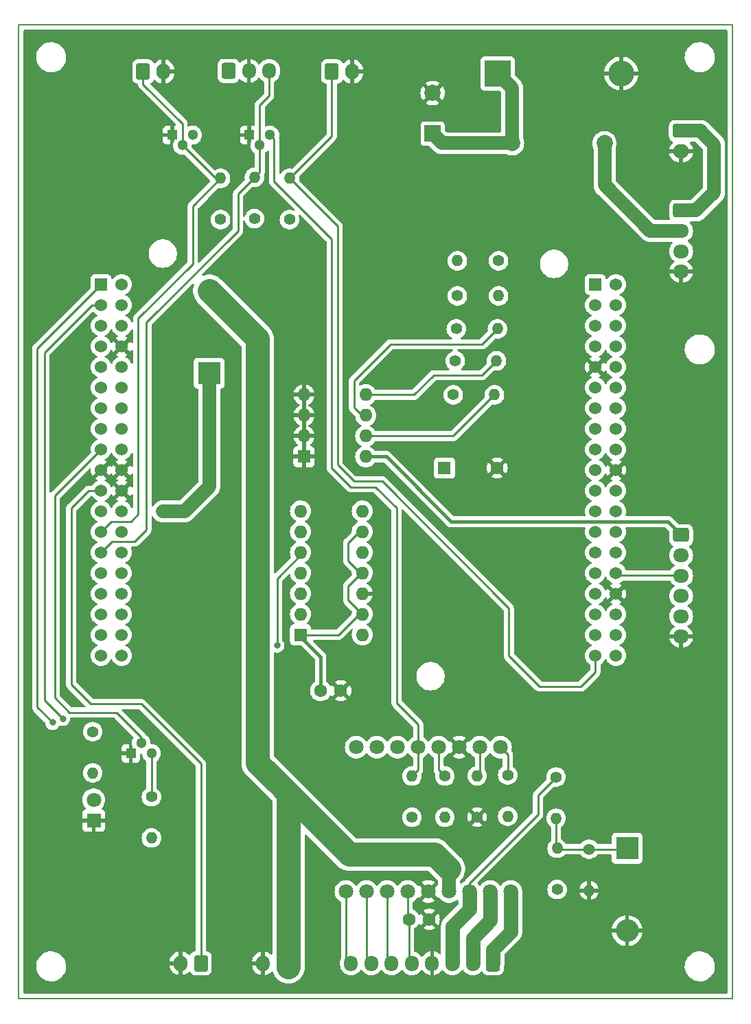
<source format=gbr>
%TF.GenerationSoftware,KiCad,Pcbnew,(7.0.0-0)*%
%TF.CreationDate,2023-03-19T23:14:05+09:00*%
%TF.ProjectId,Spct,53706374-2e6b-4696-9361-645f70636258,rev?*%
%TF.SameCoordinates,PX2540608PY1ee3f58*%
%TF.FileFunction,Copper,L2,Bot*%
%TF.FilePolarity,Positive*%
%FSLAX46Y46*%
G04 Gerber Fmt 4.6, Leading zero omitted, Abs format (unit mm)*
G04 Created by KiCad (PCBNEW (7.0.0-0)) date 2023-03-19 23:14:05*
%MOMM*%
%LPD*%
G01*
G04 APERTURE LIST*
G04 Aperture macros list*
%AMRoundRect*
0 Rectangle with rounded corners*
0 $1 Rounding radius*
0 $2 $3 $4 $5 $6 $7 $8 $9 X,Y pos of 4 corners*
0 Add a 4 corners polygon primitive as box body*
4,1,4,$2,$3,$4,$5,$6,$7,$8,$9,$2,$3,0*
0 Add four circle primitives for the rounded corners*
1,1,$1+$1,$2,$3*
1,1,$1+$1,$4,$5*
1,1,$1+$1,$6,$7*
1,1,$1+$1,$8,$9*
0 Add four rect primitives between the rounded corners*
20,1,$1+$1,$2,$3,$4,$5,0*
20,1,$1+$1,$4,$5,$6,$7,0*
20,1,$1+$1,$6,$7,$8,$9,0*
20,1,$1+$1,$8,$9,$2,$3,0*%
G04 Aperture macros list end*
%TA.AperFunction,NonConductor*%
%ADD10C,0.200000*%
%TD*%
%TA.AperFunction,ComponentPad*%
%ADD11C,1.530000*%
%TD*%
%TA.AperFunction,ComponentPad*%
%ADD12R,1.530000X1.530000*%
%TD*%
%TA.AperFunction,ComponentPad*%
%ADD13O,1.400000X1.400000*%
%TD*%
%TA.AperFunction,ComponentPad*%
%ADD14C,1.400000*%
%TD*%
%TA.AperFunction,ComponentPad*%
%ADD15R,1.600000X1.600000*%
%TD*%
%TA.AperFunction,ComponentPad*%
%ADD16C,1.600000*%
%TD*%
%TA.AperFunction,ComponentPad*%
%ADD17R,2.800000X2.800000*%
%TD*%
%TA.AperFunction,ComponentPad*%
%ADD18O,2.800000X2.800000*%
%TD*%
%TA.AperFunction,ComponentPad*%
%ADD19R,1.800000X1.800000*%
%TD*%
%TA.AperFunction,ComponentPad*%
%ADD20C,1.800000*%
%TD*%
%TA.AperFunction,ComponentPad*%
%ADD21R,1.300000X1.300000*%
%TD*%
%TA.AperFunction,ComponentPad*%
%ADD22C,1.300000*%
%TD*%
%TA.AperFunction,ComponentPad*%
%ADD23RoundRect,0.250000X-0.725000X0.600000X-0.725000X-0.600000X0.725000X-0.600000X0.725000X0.600000X0*%
%TD*%
%TA.AperFunction,ComponentPad*%
%ADD24O,1.950000X1.700000*%
%TD*%
%TA.AperFunction,ComponentPad*%
%ADD25RoundRect,0.250000X-0.750000X0.600000X-0.750000X-0.600000X0.750000X-0.600000X0.750000X0.600000X0*%
%TD*%
%TA.AperFunction,ComponentPad*%
%ADD26O,2.000000X1.700000*%
%TD*%
%TA.AperFunction,ComponentPad*%
%ADD27RoundRect,0.250000X0.600000X0.725000X-0.600000X0.725000X-0.600000X-0.725000X0.600000X-0.725000X0*%
%TD*%
%TA.AperFunction,ComponentPad*%
%ADD28O,1.700000X1.950000*%
%TD*%
%TA.AperFunction,ComponentPad*%
%ADD29C,2.000000*%
%TD*%
%TA.AperFunction,ComponentPad*%
%ADD30RoundRect,0.250000X0.600000X0.750000X-0.600000X0.750000X-0.600000X-0.750000X0.600000X-0.750000X0*%
%TD*%
%TA.AperFunction,ComponentPad*%
%ADD31O,1.700000X2.000000*%
%TD*%
%TA.AperFunction,ComponentPad*%
%ADD32RoundRect,0.250000X-0.600000X-0.750000X0.600000X-0.750000X0.600000X0.750000X-0.600000X0.750000X0*%
%TD*%
%TA.AperFunction,ComponentPad*%
%ADD33R,3.200000X3.200000*%
%TD*%
%TA.AperFunction,ComponentPad*%
%ADD34O,3.200000X3.200000*%
%TD*%
%TA.AperFunction,ComponentPad*%
%ADD35O,1.600000X1.600000*%
%TD*%
%TA.AperFunction,ComponentPad*%
%ADD36R,2.000000X2.000000*%
%TD*%
%TA.AperFunction,ComponentPad*%
%ADD37RoundRect,0.250000X-0.600000X-0.725000X0.600000X-0.725000X0.600000X0.725000X-0.600000X0.725000X0*%
%TD*%
%TA.AperFunction,ViaPad*%
%ADD38C,0.800000*%
%TD*%
%TA.AperFunction,Conductor*%
%ADD39C,0.250000*%
%TD*%
%TA.AperFunction,Conductor*%
%ADD40C,1.700000*%
%TD*%
%TA.AperFunction,Conductor*%
%ADD41C,0.400000*%
%TD*%
%TA.AperFunction,Conductor*%
%ADD42C,1.800000*%
%TD*%
%TA.AperFunction,Conductor*%
%ADD43C,3.000000*%
%TD*%
G04 APERTURE END LIST*
D10*
X0Y0D02*
X88000000Y0D01*
X88000000Y0D02*
X88000000Y-120000000D01*
X88000000Y-120000000D02*
X0Y-120000000D01*
X0Y-120000000D02*
X0Y0D01*
D11*
%TO.P,U1,CN10_38*%
%TO.N,N/C*%
X73660000Y-77724000D03*
%TO.P,U1,CN10_37,PA3*%
%TO.N,TEMP*%
X71120000Y-77724000D03*
%TO.P,U1,CN10_36*%
%TO.N,N/C*%
X73660000Y-75184000D03*
%TO.P,U1,CN10_35,PA2*%
%TO.N,unconnected-(U1B-PA2-PadCN10_35)*%
X71120000Y-75184000D03*
%TO.P,U1,CN10_34,PC4*%
%TO.N,unconnected-(U1B-PC4-PadCN10_34)*%
X73660000Y-72644000D03*
%TO.P,U1,CN10_33,PA10*%
%TO.N,unconnected-(U1B-PA10-PadCN10_33)*%
X71120000Y-72644000D03*
%TO.P,U1,CN10_32,AGND*%
%TO.N,GND*%
X73660000Y-70104000D03*
%TO.P,U1,CN10_31,PB3*%
%TO.N,unconnected-(U1B-PB3-PadCN10_31)*%
X71120000Y-70104000D03*
%TO.P,U1,CN10_30,PB13*%
%TO.N,SCK*%
X73660000Y-67564000D03*
%TO.P,U1,CN10_29,PB5*%
%TO.N,unconnected-(U1B-PB5-PadCN10_29)*%
X71120000Y-67564000D03*
%TO.P,U1,CN10_28,PB14*%
%TO.N,ADC_UPDATE*%
X73660000Y-65024000D03*
%TO.P,U1,CN10_27,PB4*%
%TO.N,unconnected-(U1B-PB4-PadCN10_27)*%
X71120000Y-65024000D03*
%TO.P,U1,CN10_26,PB15*%
%TO.N,ENC_CS*%
X73660000Y-62484000D03*
%TO.P,U1,CN10_25,PB10*%
%TO.N,unconnected-(U1B-PB10-PadCN10_25)*%
X71120000Y-62484000D03*
%TO.P,U1,CN10_24,PB1*%
%TO.N,unconnected-(U1B-PB1-PadCN10_24)*%
X73660000Y-59944000D03*
%TO.P,U1,CN10_23,PA8*%
%TO.N,unconnected-(U1B-PA8-PadCN10_23)*%
X71120000Y-59944000D03*
%TO.P,U1,CN10_22,PB2*%
%TO.N,WP*%
X73660000Y-57404000D03*
%TO.P,U1,CN10_21,PA9*%
%TO.N,unconnected-(U1B-PA9-PadCN10_21)*%
X71120000Y-57404000D03*
%TO.P,U1,CN10_20,GND_S2*%
%TO.N,GND*%
X73660000Y-54864000D03*
%TO.P,U1,CN10_19,PC7*%
%TO.N,unconnected-(U1B-PC7-PadCN10_19)*%
X71120000Y-54864000D03*
%TO.P,U1,CN10_18*%
%TO.N,N/C*%
X73660000Y-52324000D03*
%TO.P,U1,CN10_17,PB6*%
%TO.N,unconnected-(U1B-PB6-PadCN10_17)*%
X71120000Y-52324000D03*
%TO.P,U1,CN10_16,PB12*%
%TO.N,ADC_CS*%
X73660000Y-49784000D03*
%TO.P,U1,CN10_15,PA7*%
%TO.N,unconnected-(U1B-PA7-PadCN10_15)*%
X71120000Y-49784000D03*
%TO.P,U1,CN10_14,PA11*%
%TO.N,unconnected-(U1B-PA11-PadCN10_14)*%
X73660000Y-47244000D03*
%TO.P,U1,CN10_13,PA6*%
%TO.N,unconnected-(U1B-PA6-PadCN10_13)*%
X71120000Y-47244000D03*
%TO.P,U1,CN10_12,PA12*%
%TO.N,unconnected-(U1B-PA12-PadCN10_12)*%
X73660000Y-44704000D03*
%TO.P,U1,CN10_11,PA5*%
%TO.N,unconnected-(U1B-PA5-PadCN10_11)*%
X71120000Y-44704000D03*
%TO.P,U1,CN10_10*%
%TO.N,N/C*%
X73660000Y-42164000D03*
%TO.P,U1,CN10_9,GND_S2*%
%TO.N,GND*%
X71120000Y-42164000D03*
%TO.P,U1,CN10_8,U5V*%
%TO.N,unconnected-(U1B-U5V-PadCN10_8)*%
X73660000Y-39624000D03*
%TO.P,U1,CN10_7,AVDD*%
%TO.N,unconnected-(U1B-AVDD-PadCN10_7)*%
X71120000Y-39624000D03*
%TO.P,U1,CN10_6,PC5*%
%TO.N,unconnected-(U1B-PC5-PadCN10_6)*%
X73660000Y-37084000D03*
%TO.P,U1,CN10_5,PB9*%
%TO.N,SDA*%
X71120000Y-37084000D03*
%TO.P,U1,CN10_4,PC6*%
%TO.N,pBuzzer*%
X73660000Y-34544000D03*
%TO.P,U1,CN10_3,PB8*%
%TO.N,SCL*%
X71120000Y-34544000D03*
%TO.P,U1,CN10_2,PC8*%
%TO.N,unconnected-(U1B-PC8-PadCN10_2)*%
X73660000Y-32004000D03*
D12*
%TO.P,U1,CN10_1,PC9*%
%TO.N,unconnected-(U1B-PC9-PadCN10_1)*%
X71119999Y-32003999D03*
D11*
%TO.P,U1,CN7_38,PC0/PB8*%
%TO.N,unconnected-(U1A-PC0{slash}PB8-PadCN7_38)*%
X12700000Y-77724000D03*
%TO.P,U1,CN7_37,PC3*%
%TO.N,MOSI*%
X10160000Y-77724000D03*
%TO.P,U1,CN7_36,PC1/PB9*%
%TO.N,unconnected-(U1A-PC1{slash}PB9-PadCN7_36)*%
X12700000Y-75184000D03*
%TO.P,U1,CN7_35,PC2*%
%TO.N,MISO*%
X10160000Y-75184000D03*
%TO.P,U1,CN7_34,PB0*%
%TO.N,unconnected-(U1A-PB0-PadCN7_34)*%
X12700000Y-72644000D03*
%TO.P,U1,CN7_33,VBAT*%
%TO.N,unconnected-(U1A-VBAT-PadCN7_33)*%
X10160000Y-72644000D03*
%TO.P,U1,CN7_32,PA4*%
%TO.N,unconnected-(U1A-PA4-PadCN7_32)*%
X12700000Y-70104000D03*
%TO.P,U1,CN7_31,PH1*%
%TO.N,unconnected-(U1A-PH1-PadCN7_31)*%
X10160000Y-70104000D03*
%TO.P,U1,CN7_30,PA1*%
%TO.N,unconnected-(U1A-PA1-PadCN7_30)*%
X12700000Y-67564000D03*
%TO.P,U1,CN7_29,PH0*%
%TO.N,unconnected-(U1A-PH0-PadCN7_29)*%
X10160000Y-67564000D03*
%TO.P,U1,CN7_28,PA0*%
%TO.N,unconnected-(U1A-PA0-PadCN7_28)*%
X12700000Y-65024000D03*
%TO.P,U1,CN7_27,PC15*%
%TO.N,Lid_Sensor*%
X10160000Y-65024000D03*
%TO.P,U1,CN7_26*%
%TO.N,N/C*%
X12700000Y-62484000D03*
%TO.P,U1,CN7_25,PC14*%
%TO.N,EMO*%
X10160000Y-62484000D03*
%TO.P,U1,CN7_24,VIN_S1*%
%TO.N,+12V*%
X12700000Y-59944000D03*
%TO.P,U1,CN7_23,PC13*%
%TO.N,SW_LED*%
X10160000Y-59944000D03*
%TO.P,U1,CN7_22,GND_S1*%
%TO.N,GND*%
X12700000Y-57404000D03*
%TO.P,U1,CN7_21,PB7*%
%TO.N,PWM_SPEED*%
X10160000Y-57404000D03*
%TO.P,U1,CN7_20,GND_S1*%
%TO.N,GND*%
X12700000Y-54864000D03*
%TO.P,U1,CN7_19,GND_S1*%
X10160000Y-54864000D03*
%TO.P,U1,CN7_18,+5V_S1*%
%TO.N,+5V*%
X12700000Y-52324000D03*
%TO.P,U1,CN7_17,PA15*%
%TO.N,cRPM_METER*%
X10160000Y-52324000D03*
%TO.P,U1,CN7_16,+3V3_S1*%
%TO.N,+3V3*%
X12700000Y-49784000D03*
%TO.P,U1,CN7_15,PA14*%
%TO.N,unconnected-(U1A-PA14-PadCN7_15)*%
X10160000Y-49784000D03*
%TO.P,U1,CN7_14,RESET_S1*%
%TO.N,unconnected-(U1A-RESET_S1-PadCN7_14)*%
X12700000Y-47244000D03*
%TO.P,U1,CN7_13,PA13*%
%TO.N,unconnected-(U1A-PA13-PadCN7_13)*%
X10160000Y-47244000D03*
%TO.P,U1,CN7_12,IOREF_S1*%
%TO.N,unconnected-(U1A-IOREF_S1-PadCN7_12)*%
X12700000Y-44704000D03*
%TO.P,U1,CN7_11*%
%TO.N,N/C*%
X10160000Y-44704000D03*
%TO.P,U1,CN7_10*%
X12700000Y-42164000D03*
%TO.P,U1,CN7_9*%
X10160000Y-42164000D03*
%TO.P,U1,CN7_8,GND_S1*%
%TO.N,GND*%
X12700000Y-39624000D03*
%TO.P,U1,CN7_7,BOOT0*%
%TO.N,unconnected-(U1A-BOOT0-PadCN7_7)*%
X10160000Y-39624000D03*
%TO.P,U1,CN7_6,E5V*%
%TO.N,unconnected-(U1A-E5V-PadCN7_6)*%
X12700000Y-37084000D03*
%TO.P,U1,CN7_5,VDD*%
%TO.N,unconnected-(U1A-VDD-PadCN7_5)*%
X10160000Y-37084000D03*
%TO.P,U1,CN7_4,PD2*%
%TO.N,unconnected-(U1A-PD2-PadCN7_4)*%
X12700000Y-34544000D03*
%TO.P,U1,CN7_3,PC12*%
%TO.N,DRV_EN*%
X10160000Y-34544000D03*
%TO.P,U1,CN7_2,PC11*%
%TO.N,unconnected-(U1A-PC11-PadCN7_2)*%
X12700000Y-32004000D03*
D12*
%TO.P,U1,CN7_1,PC10*%
%TO.N,DIR*%
X10159999Y-32003999D03*
%TD*%
D13*
%TO.P,R1,2*%
%TO.N,SW_LED*%
X54101999Y-29082999D03*
D14*
%TO.P,R1,1*%
%TO.N,Net-(J5-Pin_3)*%
X59182000Y-29083000D03*
%TD*%
%TO.P,R7,1*%
%TO.N,DRV_EN*%
X48498000Y-97636000D03*
D13*
%TO.P,R7,2*%
%TO.N,Net-(Q2-E)*%
X48497999Y-92555999D03*
%TD*%
D14*
%TO.P,R11,1*%
%TO.N,Net-(J3-Pin_8)*%
X16367000Y-95096000D03*
D13*
%TO.P,R11,2*%
%TO.N,+3V3*%
X16366999Y-100175999D03*
%TD*%
D14*
%TO.P,R6,1*%
%TO.N,Net-(U3-DIR)*%
X52562000Y-92556000D03*
D13*
%TO.P,R6,2*%
%TO.N,DIR*%
X52561999Y-97635999D03*
%TD*%
D14*
%TO.P,R12,1*%
%TO.N,Net-(BZ1--)*%
X54102000Y-33401000D03*
D13*
%TO.P,R12,2*%
%TO.N,pBuzzer*%
X59181999Y-33400999D03*
%TD*%
D14*
%TO.P,R4,1*%
%TO.N,cRPM_METER*%
X66405000Y-106526000D03*
D13*
%TO.P,R4,2*%
%TO.N,Net-(D3-K)*%
X66404999Y-101445999D03*
%TD*%
D14*
%TO.P,R16,1*%
%TO.N,+3V3*%
X53848000Y-41402000D03*
D13*
%TO.P,R16,2*%
%TO.N,SDA*%
X58927999Y-41401999D03*
%TD*%
D14*
%TO.P,R3,1*%
%TO.N,Net-(D3-K)*%
X70342000Y-101573000D03*
D13*
%TO.P,R3,2*%
%TO.N,GND*%
X70341999Y-106652999D03*
%TD*%
D14*
%TO.P,R2,1*%
%TO.N,Net-(J3-Pin_3)*%
X66278000Y-92683000D03*
D13*
%TO.P,R2,2*%
%TO.N,Net-(D3-K)*%
X66277999Y-97762999D03*
%TD*%
D15*
%TO.P,BZ1,1,-*%
%TO.N,Net-(BZ1--)*%
X52502999Y-54609999D03*
D16*
%TO.P,BZ1,2,+*%
%TO.N,GND*%
X59003000Y-54610000D03*
%TD*%
D17*
%TO.P,D3,1,K*%
%TO.N,Net-(D3-K)*%
X75040999Y-101445999D03*
D18*
%TO.P,D3,2,A*%
%TO.N,GND*%
X75040999Y-111605999D03*
%TD*%
D19*
%TO.P,D4,1,K*%
%TO.N,GND*%
X9254999Y-98021999D03*
D20*
%TO.P,D4,2,A*%
%TO.N,Net-(D4-A)*%
X9255000Y-95482000D03*
%TD*%
D14*
%TO.P,R17,1*%
%TO.N,+3V3*%
X53975000Y-37465000D03*
D13*
%TO.P,R17,2*%
%TO.N,SCL*%
X59054999Y-37464999D03*
%TD*%
%TO.P,R9,2*%
%TO.N,aSPEED*%
X60308999Y-97508999D03*
D14*
%TO.P,R9,1*%
%TO.N,Net-(U3-Speed_SET)*%
X60309000Y-92429000D03*
%TD*%
%TO.P,R18,1*%
%TO.N,+3V3*%
X53594000Y-45593000D03*
D13*
%TO.P,R18,2*%
%TO.N,WP*%
X58673999Y-45592999D03*
%TD*%
D14*
%TO.P,R5,1*%
%TO.N,Net-(U3-Ready)*%
X9128000Y-87095000D03*
D13*
%TO.P,R5,2*%
%TO.N,Net-(D4-A)*%
X9127999Y-92174999D03*
%TD*%
D21*
%TO.P,Q1,1,C*%
%TO.N,GND*%
X13826999Y-89761999D03*
D22*
%TO.P,Q1,2,B*%
%TO.N,cRPM_METER*%
X15097000Y-88492000D03*
%TO.P,Q1,3,E*%
%TO.N,Net-(J3-Pin_8)*%
X16367000Y-89762000D03*
%TD*%
D14*
%TO.P,R10,1*%
%TO.N,GND*%
X56544600Y-97606200D03*
D13*
%TO.P,R10,2*%
%TO.N,Net-(U3-CUR_LIM)*%
X56544599Y-92526199D03*
%TD*%
D16*
%TO.P,C2,1*%
%TO.N,Net-(J3-Pin_5)*%
X48137000Y-110209000D03*
%TO.P,C2,2*%
%TO.N,GND*%
X50637000Y-110209000D03*
%TD*%
D20*
%TO.P,U3,17,Speed_SET*%
%TO.N,Net-(U3-Speed_SET)*%
X59420000Y-89000000D03*
%TO.P,U3,16,CUR_LIM*%
%TO.N,Net-(U3-CUR_LIM)*%
X56880000Y-89000000D03*
%TO.P,U3,15,GND*%
%TO.N,GND*%
X54340000Y-89000000D03*
%TO.P,U3,14,DIR*%
%TO.N,Net-(U3-DIR)*%
X51800000Y-89000000D03*
%TO.P,U3,13,EN*%
%TO.N,Net-(Q2-E)*%
X49260000Y-89000000D03*
%TO.P,U3,12,DigIN2*%
%TO.N,unconnected-(U3-DigIN2-Pad12)*%
X46720000Y-89000000D03*
%TO.P,U3,11,DigIN1*%
%TO.N,unconnected-(U3-DigIN1-Pad11)*%
X44180000Y-89000000D03*
%TO.P,U3,10,Ready*%
%TO.N,Net-(U3-Ready)*%
X41640000Y-89000000D03*
%TO.P,U3,9,H3*%
%TO.N,Net-(J3-Pin_8)*%
X40370000Y-106780000D03*
%TO.P,U3,8,H2*%
%TO.N,Net-(J3-Pin_7)*%
X42910000Y-106780000D03*
%TO.P,U3,7,H1*%
%TO.N,Net-(J3-Pin_6)*%
X45450000Y-106780000D03*
%TO.P,U3,6,HALL_5V*%
%TO.N,Net-(J3-Pin_5)*%
X47990000Y-106780000D03*
%TO.P,U3,5,GND*%
%TO.N,GND*%
X50530000Y-106780000D03*
%TO.P,U3,4,VCC*%
%TO.N,+24V*%
X53070000Y-106780000D03*
%TO.P,U3,3,W3*%
%TO.N,Net-(J3-Pin_3)*%
X55610000Y-106780000D03*
%TO.P,U3,2,W2*%
%TO.N,Net-(J3-Pin_2)*%
X58150000Y-106780000D03*
%TO.P,U3,1,W1*%
%TO.N,Net-(J3-Pin_1)*%
X60690000Y-106780000D03*
%TD*%
D23*
%TO.P,J5,1,Pin_1*%
%TO.N,Net-(J1-Pin_1)*%
X81700000Y-22900000D03*
D24*
%TO.P,J5,2,Pin_2*%
%TO.N,Net-(J5-Pin_2)*%
X81699999Y-25399999D03*
%TO.P,J5,3,Pin_3*%
%TO.N,Net-(J5-Pin_3)*%
X81699999Y-27899999D03*
%TO.P,J5,4,Pin_4*%
%TO.N,GND*%
X81699999Y-30399999D03*
%TD*%
D25*
%TO.P,J1,1,Pin_1*%
%TO.N,Net-(J1-Pin_1)*%
X81700000Y-13081000D03*
D26*
%TO.P,J1,2,Pin_2*%
%TO.N,GND*%
X81699999Y-15580999D03*
%TD*%
D27*
%TO.P,J3,1,Pin_1*%
%TO.N,Net-(J3-Pin_1)*%
X58491000Y-115624000D03*
D28*
%TO.P,J3,2,Pin_2*%
%TO.N,Net-(J3-Pin_2)*%
X55990999Y-115623999D03*
%TO.P,J3,3,Pin_3*%
%TO.N,Net-(J3-Pin_3)*%
X53490999Y-115623999D03*
%TO.P,J3,4,Pin_4*%
%TO.N,GND*%
X50990999Y-115623999D03*
%TO.P,J3,5,Pin_5*%
%TO.N,Net-(J3-Pin_5)*%
X48490999Y-115623999D03*
%TO.P,J3,6,Pin_6*%
%TO.N,Net-(J3-Pin_6)*%
X45990999Y-115623999D03*
%TO.P,J3,7,Pin_7*%
%TO.N,Net-(J3-Pin_7)*%
X43490999Y-115623999D03*
%TO.P,J3,8,Pin_8*%
%TO.N,Net-(J3-Pin_8)*%
X40990999Y-115623999D03*
%TD*%
D14*
%TO.P,R13,1*%
%TO.N,+3V3*%
X29083000Y-23876000D03*
D13*
%TO.P,R13,2*%
%TO.N,Lid_Sensor*%
X29082999Y-18795999D03*
%TD*%
D17*
%TO.P,D1,1,K*%
%TO.N,+12V*%
X23494999Y-42925999D03*
D18*
%TO.P,D1,2,A*%
%TO.N,+24V*%
X23494999Y-32765999D03*
%TD*%
D29*
%TO.P,F1,1*%
%TO.N,+24V*%
X60848000Y-14605000D03*
%TO.P,F1,2*%
%TO.N,Net-(J5-Pin_2)*%
X72248000Y-14605000D03*
%TD*%
D30*
%TO.P,J8,1,Pin_1*%
%TO.N,PWM_SPEED*%
X22463000Y-115624000D03*
D31*
%TO.P,J8,2,Pin_2*%
%TO.N,GND*%
X19962999Y-115623999D03*
%TD*%
D32*
%TO.P,J6,1,Pin_1*%
%TO.N,TEMP*%
X38628000Y-5761000D03*
D31*
%TO.P,J6,2,Pin_2*%
%TO.N,GND*%
X41127999Y-5760999D03*
%TD*%
D33*
%TO.P,D2,1,K*%
%TO.N,+24V*%
X59079999Y-5999999D03*
D34*
%TO.P,D2,2,A*%
%TO.N,GND*%
X74319999Y-5999999D03*
%TD*%
D14*
%TO.P,R14,1*%
%TO.N,+3V3*%
X24892000Y-24003000D03*
D13*
%TO.P,R14,2*%
%TO.N,EMO*%
X24891999Y-18922999D03*
%TD*%
D14*
%TO.P,R8,1*%
%TO.N,+3V3*%
X33401000Y-24003000D03*
D13*
%TO.P,R8,2*%
%TO.N,TEMP*%
X33400999Y-18922999D03*
%TD*%
D15*
%TO.P,U4,1,A0*%
%TO.N,GND*%
X35188999Y-53202999D03*
D35*
%TO.P,U4,2,A1*%
X35188999Y-50662999D03*
%TO.P,U4,3,A2*%
X35188999Y-48122999D03*
%TO.P,U4,4,GND*%
X35188999Y-45582999D03*
%TO.P,U4,5,SDA*%
%TO.N,SDA*%
X42808999Y-45582999D03*
%TO.P,U4,6,SCL*%
%TO.N,SCL*%
X42808999Y-48122999D03*
%TO.P,U4,7,WP*%
%TO.N,WP*%
X42808999Y-50662999D03*
%TO.P,U4,8,VCC*%
%TO.N,+3V3*%
X42808999Y-53202999D03*
%TD*%
D21*
%TO.P,Q3,1,C*%
%TO.N,GND*%
X28447999Y-13588999D03*
D22*
%TO.P,Q3,2,B*%
%TO.N,Lid_Sensor*%
X29718000Y-14859000D03*
%TO.P,Q3,3,E*%
%TO.N,Net-(Q2-E)*%
X30988000Y-13589000D03*
%TD*%
D30*
%TO.P,J9,1,Pin_1*%
%TO.N,+24V*%
X32643000Y-115624000D03*
D31*
%TO.P,J9,2,Pin_2*%
%TO.N,GND*%
X30142999Y-115623999D03*
%TD*%
D23*
%TO.P,J7,1,Pin_1*%
%TO.N,+3V3*%
X81700000Y-62865000D03*
D24*
%TO.P,J7,2,Pin_2*%
%TO.N,ENC_CS*%
X81699999Y-65364999D03*
%TO.P,J7,3,Pin_3*%
%TO.N,SCK*%
X81699999Y-67864999D03*
%TO.P,J7,4,Pin_4*%
%TO.N,MOSI*%
X81699999Y-70364999D03*
%TO.P,J7,5,Pin_5*%
%TO.N,MISO*%
X81699999Y-72864999D03*
%TO.P,J7,6,Pin_6*%
%TO.N,GND*%
X81699999Y-75364999D03*
%TD*%
D36*
%TO.P,C1,1*%
%TO.N,+24V*%
X51053999Y-13416676D03*
D29*
%TO.P,C1,2*%
%TO.N,GND*%
X51054000Y-8416677D03*
%TD*%
D32*
%TO.P,J4,1,Pin_1*%
%TO.N,EMO*%
X15347000Y-5761000D03*
D31*
%TO.P,J4,2,Pin_2*%
%TO.N,GND*%
X17846999Y-5760999D03*
%TD*%
D16*
%TO.P,C3,1*%
%TO.N,+5V*%
X37231000Y-82042000D03*
%TO.P,C3,2*%
%TO.N,GND*%
X39731000Y-82042000D03*
%TD*%
D21*
%TO.P,Q2,1,C*%
%TO.N,GND*%
X18922999Y-13588999D03*
D22*
%TO.P,Q2,2,B*%
%TO.N,EMO*%
X20193000Y-14859000D03*
%TO.P,Q2,3,E*%
%TO.N,Net-(Q2-E)*%
X21463000Y-13589000D03*
%TD*%
D15*
%TO.P,U2,1,VDD*%
%TO.N,+5V*%
X34761399Y-75157599D03*
D35*
%TO.P,U2,2,NC*%
%TO.N,unconnected-(U2-NC-Pad2)*%
X34761399Y-72617599D03*
%TO.P,U2,3,~{CS}*%
%TO.N,ADC_CS*%
X34761399Y-70077599D03*
%TO.P,U2,4,SCK*%
%TO.N,SCK*%
X34761399Y-67537599D03*
%TO.P,U2,5,SDI*%
%TO.N,MOSI*%
X34761399Y-64997599D03*
%TO.P,U2,6,NC*%
%TO.N,unconnected-(U2-NC-Pad6)*%
X34761399Y-62457599D03*
%TO.P,U2,7,NC*%
%TO.N,unconnected-(U2-NC-Pad7)*%
X34761399Y-59917599D03*
%TO.P,U2,8,~{LDAC}*%
%TO.N,ADC_UPDATE*%
X42381399Y-59917599D03*
%TO.P,U2,9,~{SHDN}*%
%TO.N,+5V*%
X42381399Y-62457599D03*
%TO.P,U2,10,VoutB*%
%TO.N,unconnected-(U2-VoutB-Pad10)*%
X42381399Y-64997599D03*
%TO.P,U2,11,VrefB*%
%TO.N,+5V*%
X42381399Y-67537599D03*
%TO.P,U2,12,AVSS*%
%TO.N,GND*%
X42381399Y-70077599D03*
%TO.P,U2,13,VrefA*%
%TO.N,+5V*%
X42381399Y-72617599D03*
%TO.P,U2,14,VoutA*%
%TO.N,aSPEED*%
X42381399Y-75157599D03*
%TD*%
D37*
%TO.P,J2,1,Pin_1*%
%TO.N,+3V3*%
X25888000Y-5680000D03*
D28*
%TO.P,J2,2,Pin_2*%
%TO.N,GND*%
X28387999Y-5679999D03*
%TO.P,J2,3,Pin_3*%
%TO.N,Lid_Sensor*%
X30887999Y-5679999D03*
%TD*%
D38*
%TO.N,GND*%
X79760200Y-55442200D03*
X79760200Y-47771400D03*
X62589800Y-51327400D03*
X66044200Y-46857000D03*
X65079000Y-41827800D03*
%TO.N,+12V*%
X20171800Y-59963400D03*
X19308200Y-59963400D03*
X18444600Y-59963400D03*
X17581000Y-59963400D03*
%TO.N,GND*%
X29061800Y-107359800D03*
X16615800Y-107105800D03*
X24134200Y-97403000D03*
X20324200Y-97199800D03*
X20730600Y-93135800D03*
X32414600Y-65094200D03*
X38205800Y-67431000D03*
X44606600Y-59709400D03*
X63047000Y-105835800D03*
X62234200Y-101365400D03*
X20527400Y-34563400D03*
X25505800Y-29534200D03*
X45521000Y-7690200D03*
X34649800Y-10128600D03*
X34599000Y-5455000D03*
X31195400Y-27756200D03*
X48111800Y-25978200D03*
X50245400Y-32582200D03*
X56493800Y-56051800D03*
X60608600Y-82975800D03*
X54360200Y-78048200D03*
X66603000Y-111677800D03*
X24439000Y-102737000D03*
X37697800Y-109899800D03*
X26572600Y-112947800D03*
X37139000Y-115741800D03*
X12653400Y-115843400D03*
X6557400Y-107969400D03*
X5135000Y-102229000D03*
X76356600Y-89884600D03*
X83671800Y-105073800D03*
X83316200Y-94151800D03*
X15091800Y-22117400D03*
X8538600Y-25419400D03*
X10316600Y-13176600D03*
X24591400Y-14954600D03*
X22305400Y-9976200D03*
X27131400Y-9112600D03*
X34243400Y-14903800D03*
X43387400Y-14446600D03*
X39069400Y-18256600D03*
X76763000Y-17139000D03*
X79404600Y-9112600D03*
X67669800Y-7334600D03*
X65383800Y-14700600D03*
X58322600Y-24606600D03*
X61878600Y-30804200D03*
X70819400Y-28721400D03*
X65129800Y-20695000D03*
X53293400Y-21253800D03*
X43489000Y-32175800D03*
X33024200Y-36544600D03*
X26217000Y-40253000D03*
X20832200Y-46907800D03*
X20324200Y-53105400D03*
X26420200Y-51327400D03*
X19816200Y-38830600D03*
X7471800Y-118789800D03*
X16768200Y-118789800D03*
X27233000Y-118840600D03*
X40339400Y-118891400D03*
X48873800Y-118942200D03*
X58271800Y-118891400D03*
X70413000Y-118637400D03*
X80623800Y-118535800D03*
X86872200Y-112947800D03*
X86821400Y-98419000D03*
X86669000Y-88767000D03*
X86669000Y-79775400D03*
X86770600Y-68294600D03*
X86719800Y-59963400D03*
X86872200Y-52749800D03*
X86923000Y-43097800D03*
X86872200Y-36392200D03*
X86973800Y-28619800D03*
X86821400Y-22981000D03*
X86770600Y-12719400D03*
X86872200Y-6979000D03*
X80725400Y-1187800D03*
X70717800Y-1086200D03*
X59491000Y-1137000D03*
X48416600Y-1289400D03*
X40136200Y-1137000D03*
X29417400Y-984600D03*
X18597000Y-1238600D03*
X8233800Y-1238600D03*
X1172600Y-8249000D03*
X969400Y-21711000D03*
X1071000Y-34004600D03*
X1071000Y-44215400D03*
X1172600Y-54883400D03*
X1071000Y-67939000D03*
X1172600Y-79064200D03*
X1223400Y-97657000D03*
X1172600Y-87192200D03*
X1325000Y-105581800D03*
X1375800Y-110966600D03*
X7116200Y-48025400D03*
X4982600Y-44266200D03*
X4881000Y-52445000D03*
X7217800Y-40151400D03*
X18444600Y-90138600D03*
X4119000Y-89986200D03*
X13110600Y-94253400D03*
X35970600Y-101467000D03*
X56087400Y-101009800D03*
X40999800Y-95472600D03*
X44657400Y-91865800D03*
X26267800Y-88817800D03*
X34446600Y-90799000D03*
X38510600Y-85566600D03*
X46079800Y-86328600D03*
X45368600Y-79724600D03*
X44911400Y-76321000D03*
X68685800Y-74136600D03*
X63097800Y-76117800D03*
X67568200Y-83331400D03*
X78795000Y-80588200D03*
X7167000Y-83534600D03*
X21441800Y-81553400D03*
X26928200Y-81553400D03*
X11129400Y-81451800D03*
X15091800Y-70987000D03*
X15091800Y-65297400D03*
X68533400Y-38017800D03*
X68127000Y-35528600D03*
X78693400Y-62401800D03*
X76102600Y-64891000D03*
X79049000Y-66719800D03*
X42523800Y-38932200D03*
X40491800Y-42640600D03*
X40593400Y-48939800D03*
X44860600Y-54985000D03*
X49127800Y-52800600D03*
X53242600Y-48228600D03*
X49788200Y-47212600D03*
X47502200Y-49143000D03*
X44911400Y-47009400D03*
X48010200Y-43961400D03*
X46537000Y-41015000D03*
X44301800Y-43504200D03*
X51871000Y-40811800D03*
X58983000Y-43402600D03*
X69498600Y-45891800D03*
X69498600Y-53562600D03*
X68635000Y-56763000D03*
X68482600Y-59811000D03*
X68635000Y-67532600D03*
X68584200Y-64433800D03*
X72495800Y-79470600D03*
X75950200Y-77591000D03*
X79201400Y-71596600D03*
X38409000Y-76778200D03*
X37189800Y-72561800D03*
X45013000Y-72714200D03*
X45013000Y-70580600D03*
X38917000Y-71241000D03*
X38256600Y-61589000D03*
X55782600Y-59557000D03*
X62488200Y-59506200D03*
X49788200Y-59455400D03*
X53852200Y-62909800D03*
X63351800Y-63570200D03*
X63453400Y-67634200D03*
X58576600Y-72612600D03*
X48873800Y-71749000D03*
X48467400Y-67786600D03*
X53852200Y-67634200D03*
X48416600Y-62503400D03*
X23067400Y-86328600D03*
X17733400Y-83890200D03*
X26572600Y-83890200D03*
X31906600Y-84347400D03*
X21441800Y-76930600D03*
X25759800Y-77083000D03*
X15142600Y-76879800D03*
X20679800Y-71037800D03*
X26318600Y-71190200D03*
X19867000Y-62554200D03*
X26166200Y-61081000D03*
X23270600Y-65856200D03*
%TO.N,MOSI*%
X31877000Y-76454000D03*
%TO.N,DIR*%
X4175000Y-85975000D03*
%TO.N,DRV_EN*%
X5445000Y-85485000D03*
%TD*%
D39*
%TO.N,+5V*%
X42010800Y-62457600D02*
X42381400Y-62457600D01*
X40640000Y-63828400D02*
X42010800Y-62457600D01*
X42122400Y-67537600D02*
X40640000Y-66055200D01*
X40640000Y-66055200D02*
X40640000Y-63828400D01*
X42381400Y-67537600D02*
X42122400Y-67537600D01*
X42381400Y-72617600D02*
X40640000Y-70876200D01*
X40640000Y-69162400D02*
X42264800Y-67537600D01*
X40640000Y-70876200D02*
X40640000Y-69162400D01*
X42264800Y-67537600D02*
X42381400Y-67537600D01*
D40*
%TO.N,+12V*%
X20152400Y-59944000D02*
X19327600Y-59944000D01*
X20171800Y-59963400D02*
X20152400Y-59944000D01*
X20191200Y-59944000D02*
X20171800Y-59963400D01*
X19288800Y-59944000D02*
X18464000Y-59944000D01*
X19308200Y-59963400D02*
X19288800Y-59944000D01*
X19327600Y-59944000D02*
X19308200Y-59963400D01*
X18425200Y-59944000D02*
X17780000Y-59944000D01*
X18444600Y-59963400D02*
X18425200Y-59944000D01*
X18464000Y-59944000D02*
X18444600Y-59963400D01*
D39*
%TO.N,+5V*%
X42381400Y-62457600D02*
X42428000Y-62504200D01*
X42428000Y-62504200D02*
X42428000Y-62743000D01*
X34761400Y-75157600D02*
X39396400Y-75157600D01*
X39396400Y-75157600D02*
X41936400Y-72617600D01*
X41936400Y-72617600D02*
X42381400Y-72617600D01*
D41*
X37231000Y-82042000D02*
X37231000Y-77866000D01*
X37231000Y-77866000D02*
X34761400Y-75396400D01*
X34761400Y-75396400D02*
X34761400Y-75157600D01*
D39*
%TO.N,DIR*%
X4175000Y-85975000D02*
X2290200Y-84090200D01*
X2290200Y-84090200D02*
X2290200Y-39873800D01*
X2290200Y-39873800D02*
X10160000Y-32004000D01*
%TO.N,DRV_EN*%
X3175000Y-83215000D02*
X3175000Y-40384200D01*
X5445000Y-85485000D02*
X3175000Y-83215000D01*
X3175000Y-40384200D02*
X9015200Y-34544000D01*
X9015200Y-34544000D02*
X10160000Y-34544000D01*
%TO.N,Net-(J3-Pin_3)*%
X55610000Y-106780000D02*
X55610000Y-105754400D01*
X55610000Y-105754400D02*
X64063000Y-97301400D01*
X64063000Y-97301400D02*
X64063000Y-94898000D01*
X64063000Y-94898000D02*
X66278000Y-92683000D01*
D42*
%TO.N,Net-(J3-Pin_2)*%
X58150000Y-106780000D02*
X58150000Y-110326400D01*
X55991000Y-112485400D02*
X55991000Y-115670000D01*
X58150000Y-110326400D02*
X55991000Y-112485400D01*
%TO.N,Net-(J3-Pin_1)*%
X60690000Y-106780000D02*
X60690000Y-111748800D01*
X60690000Y-111748800D02*
X58491000Y-113947800D01*
X58491000Y-113947800D02*
X58491000Y-115670000D01*
D43*
%TO.N,+24V*%
X32668600Y-94125600D02*
X33278200Y-94735200D01*
X33278200Y-94735200D02*
X33278200Y-116097400D01*
D39*
X32643000Y-113329000D02*
X33684600Y-114370600D01*
X33684600Y-114370600D02*
X33684600Y-115132200D01*
D40*
X32643000Y-115624000D02*
X32643000Y-113329000D01*
X32643000Y-94100000D02*
X32668600Y-94125600D01*
%TO.N,Net-(J1-Pin_1)*%
X85780000Y-14780000D02*
X85780000Y-20620000D01*
X83500000Y-22900000D02*
X81700000Y-22900000D01*
X85780000Y-20620000D02*
X83500000Y-22900000D01*
X84081000Y-13081000D02*
X85780000Y-14780000D01*
X81700000Y-13081000D02*
X84081000Y-13081000D01*
D39*
%TO.N,SCL*%
X42809000Y-48123000D02*
X42281000Y-48123000D01*
X41355400Y-47197400D02*
X41355400Y-43861600D01*
X42281000Y-48123000D02*
X41355400Y-47197400D01*
X41355400Y-43861600D02*
X45847000Y-39370000D01*
X45847000Y-39370000D02*
X57150000Y-39370000D01*
X57150000Y-39370000D02*
X59055000Y-37465000D01*
%TO.N,Net-(Q2-E)*%
X49276000Y-90200000D02*
X49276000Y-86233000D01*
X49276000Y-86233000D02*
X46609000Y-83566000D01*
X46609000Y-83566000D02*
X46609000Y-59527400D01*
X46609000Y-59527400D02*
X44047800Y-56966200D01*
X44047800Y-56966200D02*
X40964200Y-56966200D01*
X40964200Y-56966200D02*
X38608000Y-54610000D01*
X38608000Y-54610000D02*
X38608000Y-26416000D01*
X38608000Y-26416000D02*
X31496000Y-19304000D01*
X31496000Y-19304000D02*
X31496000Y-14097000D01*
X31496000Y-14097000D02*
X30988000Y-13589000D01*
%TO.N,TEMP*%
X33401000Y-18923000D02*
X39323400Y-24845400D01*
X39323400Y-24845400D02*
X39323400Y-54223000D01*
X39323400Y-54223000D02*
X41361400Y-56261000D01*
X41361400Y-56261000D02*
X44831000Y-56261000D01*
X44831000Y-56261000D02*
X60452000Y-71882000D01*
X60452000Y-71882000D02*
X60452000Y-77724000D01*
X60452000Y-77724000D02*
X64262000Y-81534000D01*
X64262000Y-81534000D02*
X69342000Y-81534000D01*
X69342000Y-81534000D02*
X71120000Y-79756000D01*
X71120000Y-79756000D02*
X71120000Y-77724000D01*
%TO.N,Lid_Sensor*%
X29083000Y-18796000D02*
X27051000Y-20828000D01*
X27051000Y-20828000D02*
X27051000Y-25400000D01*
X15748000Y-36703000D02*
X15748000Y-62230000D01*
X27051000Y-25400000D02*
X15748000Y-36703000D01*
X14306200Y-63671800D02*
X11512200Y-63671800D01*
X11512200Y-63671800D02*
X10160000Y-65024000D01*
X15748000Y-62230000D02*
X14306200Y-63671800D01*
%TO.N,EMO*%
X15347000Y-5761000D02*
X15347000Y-7346000D01*
X15347000Y-7346000D02*
X20193000Y-12192000D01*
X20193000Y-12192000D02*
X20193000Y-14859000D01*
%TO.N,SCK*%
X81700000Y-67865000D02*
X81673000Y-67838000D01*
X81673000Y-67838000D02*
X73934000Y-67838000D01*
X73934000Y-67838000D02*
X73660000Y-67564000D01*
D41*
%TO.N,+3V3*%
X81700000Y-62865000D02*
X80049000Y-61214000D01*
X80049000Y-61214000D02*
X53340000Y-61214000D01*
X53340000Y-61214000D02*
X45329000Y-53203000D01*
X45329000Y-53203000D02*
X42809000Y-53203000D01*
D43*
%TO.N,+24V*%
X23495000Y-32766000D02*
X29464000Y-38735000D01*
X29464000Y-38735000D02*
X29464000Y-90921000D01*
X29464000Y-90921000D02*
X32643000Y-94100000D01*
D39*
%TO.N,PWM_SPEED*%
X22463000Y-115924000D02*
X22463000Y-91043000D01*
X22463000Y-91043000D02*
X15113000Y-83693000D01*
X15113000Y-83693000D02*
X8890000Y-83693000D01*
X8890000Y-83693000D02*
X6477000Y-81280000D01*
X6477000Y-81280000D02*
X6477000Y-59563000D01*
X6477000Y-59563000D02*
X8636000Y-57404000D01*
X8636000Y-57404000D02*
X10160000Y-57404000D01*
%TO.N,cRPM_METER*%
X15113000Y-87787000D02*
X15113000Y-88476000D01*
X15113000Y-88476000D02*
X15097000Y-88492000D01*
X15113000Y-87787000D02*
X12065000Y-84739000D01*
X12065000Y-84739000D02*
X6253000Y-84739000D01*
X6253000Y-84739000D02*
X4445000Y-82931000D01*
X4445000Y-82931000D02*
X4445000Y-58039000D01*
X4445000Y-58039000D02*
X10160000Y-52324000D01*
D40*
%TO.N,+24V*%
X60848000Y-14605000D02*
X52242323Y-14605000D01*
X52242323Y-14605000D02*
X51054000Y-13416677D01*
X60848000Y-14605000D02*
X60848000Y-7768000D01*
X60848000Y-7768000D02*
X59080000Y-6000000D01*
%TO.N,Net-(J5-Pin_2)*%
X81700000Y-25400000D02*
X77900000Y-25400000D01*
X77900000Y-25400000D02*
X72248000Y-19748000D01*
X72248000Y-19748000D02*
X72248000Y-14605000D01*
D43*
%TO.N,+24V*%
X40751000Y-102208000D02*
X32643000Y-94100000D01*
X53070000Y-103986000D02*
X51292000Y-102208000D01*
X51292000Y-102208000D02*
X40751000Y-102208000D01*
D40*
X53070000Y-106780000D02*
X53070000Y-103986000D01*
D39*
%TO.N,Net-(J3-Pin_5)*%
X47990000Y-106780000D02*
X47990000Y-110062000D01*
X48137000Y-110209000D02*
X48137000Y-115316000D01*
X47990000Y-110062000D02*
X48137000Y-110209000D01*
X48137000Y-115316000D02*
X48491000Y-115670000D01*
D40*
%TO.N,+12V*%
X20447000Y-59944000D02*
X20191200Y-59944000D01*
X23495000Y-56896000D02*
X20447000Y-59944000D01*
X23495000Y-42926000D02*
X23495000Y-56896000D01*
D39*
%TO.N,Net-(D3-K)*%
X70342000Y-101573000D02*
X66532000Y-101573000D01*
X74914000Y-101573000D02*
X75041000Y-101446000D01*
X70342000Y-101573000D02*
X74914000Y-101573000D01*
X66532000Y-101573000D02*
X66405000Y-101446000D01*
X66278000Y-101319000D02*
X66405000Y-101446000D01*
X66278000Y-97763000D02*
X66278000Y-101319000D01*
D42*
%TO.N,Net-(J3-Pin_3)*%
X55610000Y-106780000D02*
X55610000Y-108939000D01*
X53491000Y-111058000D02*
X53491000Y-115670000D01*
X55610000Y-108939000D02*
X53491000Y-111058000D01*
D39*
%TO.N,Net-(J3-Pin_6)*%
X45450000Y-106780000D02*
X45450000Y-115129000D01*
X45450000Y-115129000D02*
X45991000Y-115670000D01*
%TO.N,Net-(J3-Pin_7)*%
X42910000Y-115089000D02*
X43491000Y-115670000D01*
X42910000Y-106780000D02*
X42910000Y-115089000D01*
%TO.N,Net-(J3-Pin_8)*%
X16367000Y-95096000D02*
X16367000Y-89762000D01*
X40370000Y-115049000D02*
X40991000Y-115670000D01*
X40370000Y-106780000D02*
X40370000Y-115049000D01*
%TO.N,EMO*%
X21463000Y-22352000D02*
X21463000Y-29464000D01*
X21463000Y-29464000D02*
X14732000Y-36195000D01*
X20193000Y-14859000D02*
X24257000Y-18923000D01*
X14732000Y-60325000D02*
X13843000Y-61214000D01*
X24892000Y-18923000D02*
X21463000Y-22352000D01*
X11430000Y-61214000D02*
X10160000Y-62484000D01*
X13843000Y-61214000D02*
X11430000Y-61214000D01*
X14732000Y-36195000D02*
X14732000Y-60325000D01*
X24257000Y-18923000D02*
X24892000Y-18923000D01*
%TO.N,TEMP*%
X38628000Y-5761000D02*
X38628000Y-13696000D01*
X38628000Y-13696000D02*
X33401000Y-18923000D01*
%TO.N,MOSI*%
X31877000Y-68214000D02*
X34808000Y-65283000D01*
X31877000Y-76454000D02*
X31877000Y-68214000D01*
%TO.N,Net-(Q2-E)*%
X49260000Y-91794000D02*
X49260000Y-89000000D01*
X48498000Y-92556000D02*
X49260000Y-91794000D01*
%TO.N,Lid_Sensor*%
X29718000Y-9906000D02*
X29718000Y-14859000D01*
X29718000Y-14859000D02*
X29718000Y-18161000D01*
X29718000Y-18161000D02*
X29083000Y-18796000D01*
X30888000Y-5680000D02*
X30888000Y-8736000D01*
X30888000Y-8736000D02*
X29718000Y-9906000D01*
%TO.N,Net-(U3-DIR)*%
X51800000Y-89000000D02*
X51800000Y-91794000D01*
X51800000Y-91794000D02*
X52562000Y-92556000D01*
%TO.N,Net-(U3-Speed_SET)*%
X59420000Y-89000000D02*
X60309000Y-89889000D01*
X60309000Y-89889000D02*
X60309000Y-92429000D01*
%TO.N,Net-(U3-CUR_LIM)*%
X56880000Y-92556000D02*
X57007000Y-92683000D01*
X56880000Y-89000000D02*
X56880000Y-92556000D01*
%TO.N,SDA*%
X57150000Y-43180000D02*
X58928000Y-41402000D01*
X48778000Y-45583000D02*
X51181000Y-43180000D01*
X51181000Y-43180000D02*
X57150000Y-43180000D01*
X42809000Y-45583000D02*
X48778000Y-45583000D01*
%TO.N,WP*%
X42809000Y-50663000D02*
X53604000Y-50663000D01*
X53604000Y-50663000D02*
X58674000Y-45593000D01*
%TD*%
%TA.AperFunction,Conductor*%
%TO.N,GND*%
G36*
X14040714Y-52752020D02*
G01*
X14088789Y-52797641D01*
X14106500Y-52861506D01*
X14106500Y-54327676D01*
X14088789Y-54391541D01*
X14040714Y-54437162D01*
X13976010Y-54451506D01*
X13913160Y-54430477D01*
X13870118Y-54380081D01*
X13801996Y-54233994D01*
X13796598Y-54224644D01*
X13761683Y-54174780D01*
X13753572Y-54167347D01*
X13744293Y-54173258D01*
X13065095Y-54852457D01*
X13058431Y-54864000D01*
X13065095Y-54875542D01*
X13744290Y-55554737D01*
X13753573Y-55560651D01*
X13761682Y-55553220D01*
X13796605Y-55503345D01*
X13801993Y-55494013D01*
X13870118Y-55347919D01*
X13913160Y-55297523D01*
X13976010Y-55276494D01*
X14040714Y-55290838D01*
X14088789Y-55336459D01*
X14106500Y-55400324D01*
X14106500Y-56867676D01*
X14088789Y-56931541D01*
X14040714Y-56977162D01*
X13976010Y-56991506D01*
X13913160Y-56970477D01*
X13870118Y-56920081D01*
X13801996Y-56773994D01*
X13796598Y-56764644D01*
X13761683Y-56714780D01*
X13753572Y-56707347D01*
X13744293Y-56713258D01*
X13065095Y-57392457D01*
X13058431Y-57404000D01*
X13065095Y-57415542D01*
X13744290Y-58094737D01*
X13753573Y-58100651D01*
X13761682Y-58093220D01*
X13796605Y-58043345D01*
X13801993Y-58034013D01*
X13870118Y-57887919D01*
X13913160Y-57837523D01*
X13976010Y-57816494D01*
X14040714Y-57830838D01*
X14088789Y-57876459D01*
X14106500Y-57940324D01*
X14106500Y-59406494D01*
X14088789Y-59470359D01*
X14040714Y-59515980D01*
X13976010Y-59530324D01*
X13913160Y-59509295D01*
X13870118Y-59458898D01*
X13819481Y-59350307D01*
X13800142Y-59308833D01*
X13687895Y-59148529D01*
X13676237Y-59131879D01*
X13676235Y-59131877D01*
X13673132Y-59127445D01*
X13516555Y-58970868D01*
X13512124Y-58967765D01*
X13512120Y-58967762D01*
X13339604Y-58846965D01*
X13339605Y-58846965D01*
X13335167Y-58843858D01*
X13211315Y-58786105D01*
X13159140Y-58740349D01*
X13139721Y-58673724D01*
X13159141Y-58607099D01*
X13211317Y-58561342D01*
X13330009Y-58505995D01*
X13339345Y-58500605D01*
X13389220Y-58465682D01*
X13396651Y-58457573D01*
X13390737Y-58448290D01*
X12711542Y-57769095D01*
X12700000Y-57762431D01*
X12688457Y-57769095D01*
X12009258Y-58448293D01*
X12003347Y-58457572D01*
X12010780Y-58465683D01*
X12060644Y-58500598D01*
X12069994Y-58505996D01*
X12188683Y-58561342D01*
X12240858Y-58607099D01*
X12260278Y-58673724D01*
X12240859Y-58740349D01*
X12188683Y-58786106D01*
X12069743Y-58841568D01*
X12069738Y-58841570D01*
X12064833Y-58843858D01*
X12060399Y-58846962D01*
X12060395Y-58846965D01*
X11887879Y-58967762D01*
X11887869Y-58967769D01*
X11883445Y-58970868D01*
X11879619Y-58974693D01*
X11879613Y-58974699D01*
X11730699Y-59123613D01*
X11730693Y-59123619D01*
X11726868Y-59127445D01*
X11723769Y-59131869D01*
X11723762Y-59131879D01*
X11602965Y-59304395D01*
X11602962Y-59304399D01*
X11599858Y-59308833D01*
X11597570Y-59313738D01*
X11597568Y-59313743D01*
X11542382Y-59432092D01*
X11496625Y-59484268D01*
X11430000Y-59503687D01*
X11363375Y-59484268D01*
X11317618Y-59432092D01*
X11316755Y-59430241D01*
X11260142Y-59308833D01*
X11147895Y-59148529D01*
X11136237Y-59131879D01*
X11136235Y-59131877D01*
X11133132Y-59127445D01*
X10976555Y-58970868D01*
X10972124Y-58967765D01*
X10972120Y-58967762D01*
X10799604Y-58846965D01*
X10799605Y-58846965D01*
X10795167Y-58843858D01*
X10671907Y-58786381D01*
X10619732Y-58740625D01*
X10600312Y-58674000D01*
X10619732Y-58607375D01*
X10671908Y-58561618D01*
X10681423Y-58557181D01*
X10795167Y-58504142D01*
X10976555Y-58377132D01*
X11133132Y-58220555D01*
X11260142Y-58039167D01*
X11317895Y-57915312D01*
X11363649Y-57863141D01*
X11430274Y-57843721D01*
X11496900Y-57863140D01*
X11542657Y-57915316D01*
X11598003Y-58034005D01*
X11603401Y-58043355D01*
X11638314Y-58093217D01*
X11646427Y-58100651D01*
X11655705Y-58094740D01*
X12334904Y-57415542D01*
X12341568Y-57403999D01*
X12334904Y-57392457D01*
X11655705Y-56713258D01*
X11646426Y-56707347D01*
X11638315Y-56714780D01*
X11603399Y-56764647D01*
X11598004Y-56773992D01*
X11542657Y-56892683D01*
X11496900Y-56944859D01*
X11430274Y-56964278D01*
X11363649Y-56944858D01*
X11317893Y-56892682D01*
X11313656Y-56883595D01*
X11260142Y-56768833D01*
X11133132Y-56587445D01*
X10976555Y-56430868D01*
X10972124Y-56427765D01*
X10972120Y-56427762D01*
X10861673Y-56350426D01*
X12003347Y-56350426D01*
X12009258Y-56359705D01*
X12688457Y-57038904D01*
X12700000Y-57045568D01*
X12711542Y-57038904D01*
X13390740Y-56359705D01*
X13396651Y-56350427D01*
X13389217Y-56342314D01*
X13339355Y-56307401D01*
X13330005Y-56302003D01*
X13210725Y-56246382D01*
X13158550Y-56200625D01*
X13139130Y-56134000D01*
X13158550Y-56067375D01*
X13210725Y-56021618D01*
X13330013Y-55965993D01*
X13339345Y-55960605D01*
X13389220Y-55925682D01*
X13396651Y-55917573D01*
X13390737Y-55908290D01*
X12711542Y-55229095D01*
X12700000Y-55222431D01*
X12688457Y-55229095D01*
X12009258Y-55908293D01*
X12003347Y-55917572D01*
X12010780Y-55925683D01*
X12060644Y-55960598D01*
X12069994Y-55965996D01*
X12189274Y-56021618D01*
X12241450Y-56067375D01*
X12260869Y-56134000D01*
X12241450Y-56200625D01*
X12189274Y-56246382D01*
X12069992Y-56302004D01*
X12060647Y-56307399D01*
X12010780Y-56342315D01*
X12003347Y-56350426D01*
X10861673Y-56350426D01*
X10799604Y-56306965D01*
X10799605Y-56306965D01*
X10795167Y-56303858D01*
X10671315Y-56246105D01*
X10619140Y-56200349D01*
X10599721Y-56133724D01*
X10619141Y-56067099D01*
X10671317Y-56021342D01*
X10790009Y-55965995D01*
X10799345Y-55960605D01*
X10849220Y-55925682D01*
X10856651Y-55917573D01*
X10850737Y-55908290D01*
X10171542Y-55229095D01*
X10160000Y-55222431D01*
X10148457Y-55229095D01*
X9469258Y-55908293D01*
X9463347Y-55917572D01*
X9470780Y-55925683D01*
X9520644Y-55960598D01*
X9529994Y-55965996D01*
X9648683Y-56021342D01*
X9700858Y-56067099D01*
X9720278Y-56133724D01*
X9700859Y-56200349D01*
X9648683Y-56246106D01*
X9529743Y-56301568D01*
X9529738Y-56301570D01*
X9524833Y-56303858D01*
X9520399Y-56306962D01*
X9520395Y-56306965D01*
X9347879Y-56427762D01*
X9347869Y-56427769D01*
X9343445Y-56430868D01*
X9339619Y-56434693D01*
X9339613Y-56434699D01*
X9190699Y-56583613D01*
X9190693Y-56583619D01*
X9186868Y-56587445D01*
X9183769Y-56591869D01*
X9183762Y-56591879D01*
X9090113Y-56725624D01*
X9045795Y-56764489D01*
X8988538Y-56778500D01*
X8713772Y-56778500D01*
X8702719Y-56777979D01*
X8695333Y-56776328D01*
X8687535Y-56776573D01*
X8628145Y-56778439D01*
X8624251Y-56778500D01*
X8596650Y-56778500D01*
X8592799Y-56778986D01*
X8592768Y-56778988D01*
X8592640Y-56779005D01*
X8581029Y-56779918D01*
X8545172Y-56781045D01*
X8545165Y-56781046D01*
X8537373Y-56781291D01*
X8529888Y-56783465D01*
X8529872Y-56783468D01*
X8518126Y-56786881D01*
X8499083Y-56790825D01*
X8486949Y-56792358D01*
X8486948Y-56792358D01*
X8479208Y-56793336D01*
X8471958Y-56796205D01*
X8471951Y-56796208D01*
X8438598Y-56809413D01*
X8427554Y-56813194D01*
X8393101Y-56823204D01*
X8393090Y-56823208D01*
X8385610Y-56825382D01*
X8378898Y-56829351D01*
X8378896Y-56829352D01*
X8368364Y-56835580D01*
X8350904Y-56844134D01*
X8339519Y-56848642D01*
X8339513Y-56848644D01*
X8332268Y-56851514D01*
X8325963Y-56856094D01*
X8325955Y-56856099D01*
X8296932Y-56877185D01*
X8287174Y-56883595D01*
X8256296Y-56901857D01*
X8256290Y-56901861D01*
X8249580Y-56905830D01*
X8244067Y-56911341D01*
X8244060Y-56911348D01*
X8235410Y-56919998D01*
X8220627Y-56932624D01*
X8210726Y-56939817D01*
X8210716Y-56939826D01*
X8204413Y-56944406D01*
X8199444Y-56950411D01*
X8199441Y-56950415D01*
X8176572Y-56978059D01*
X8168711Y-56986697D01*
X6089696Y-59065711D01*
X6081511Y-59073159D01*
X6075123Y-59077214D01*
X6069788Y-59082894D01*
X6069783Y-59082899D01*
X6029096Y-59126225D01*
X6026392Y-59129016D01*
X6009628Y-59145780D01*
X6009621Y-59145787D01*
X6006880Y-59148529D01*
X6004500Y-59151596D01*
X6004489Y-59151609D01*
X6004400Y-59151725D01*
X5996842Y-59160570D01*
X5972280Y-59186727D01*
X5972273Y-59186736D01*
X5966938Y-59192418D01*
X5963182Y-59199249D01*
X5963179Y-59199254D01*
X5957285Y-59209975D01*
X5946609Y-59226227D01*
X5939109Y-59235896D01*
X5939101Y-59235907D01*
X5934327Y-59242064D01*
X5931234Y-59249208D01*
X5931229Y-59249219D01*
X5916974Y-59282160D01*
X5911838Y-59292643D01*
X5890803Y-59330908D01*
X5888864Y-59338456D01*
X5888863Y-59338461D01*
X5885822Y-59350307D01*
X5879521Y-59368711D01*
X5874658Y-59379948D01*
X5874656Y-59379952D01*
X5871562Y-59387104D01*
X5870342Y-59394803D01*
X5870342Y-59394805D01*
X5864729Y-59430241D01*
X5862361Y-59441676D01*
X5853438Y-59476428D01*
X5853436Y-59476436D01*
X5851500Y-59483981D01*
X5851500Y-59491777D01*
X5851500Y-59504017D01*
X5849974Y-59523402D01*
X5846840Y-59543196D01*
X5847574Y-59550961D01*
X5847574Y-59550964D01*
X5850950Y-59586676D01*
X5851500Y-59598345D01*
X5851500Y-81202225D01*
X5850978Y-81213280D01*
X5849327Y-81220667D01*
X5849571Y-81228453D01*
X5849571Y-81228461D01*
X5851439Y-81287873D01*
X5851500Y-81291768D01*
X5851500Y-81319350D01*
X5851988Y-81323219D01*
X5851989Y-81323225D01*
X5852004Y-81323343D01*
X5852918Y-81334966D01*
X5854045Y-81370830D01*
X5854046Y-81370837D01*
X5854291Y-81378627D01*
X5856467Y-81386119D01*
X5856468Y-81386121D01*
X5859879Y-81397862D01*
X5863825Y-81416915D01*
X5866336Y-81436792D01*
X5869206Y-81444042D01*
X5869208Y-81444048D01*
X5882414Y-81477404D01*
X5886197Y-81488451D01*
X5898382Y-81530390D01*
X5902353Y-81537105D01*
X5902354Y-81537107D01*
X5908581Y-81547637D01*
X5917136Y-81565099D01*
X5921642Y-81576480D01*
X5921643Y-81576483D01*
X5924514Y-81583732D01*
X5929500Y-81590594D01*
X5950181Y-81619060D01*
X5956593Y-81628822D01*
X5974856Y-81659702D01*
X5974859Y-81659707D01*
X5978830Y-81666420D01*
X5984345Y-81671935D01*
X5992990Y-81680580D01*
X6005626Y-81695374D01*
X6012819Y-81705275D01*
X6012823Y-81705279D01*
X6017406Y-81711587D01*
X6023415Y-81716558D01*
X6023416Y-81716559D01*
X6051058Y-81739426D01*
X6059699Y-81747289D01*
X8214228Y-83901819D01*
X8244478Y-83951182D01*
X8249020Y-84008898D01*
X8226865Y-84062385D01*
X8182842Y-84099985D01*
X8126547Y-84113500D01*
X6563453Y-84113500D01*
X6516000Y-84104061D01*
X6475772Y-84077181D01*
X5106819Y-82708228D01*
X5079939Y-82668000D01*
X5070500Y-82620547D01*
X5070500Y-58349452D01*
X5079939Y-58301999D01*
X5106819Y-58261771D01*
X5700172Y-57668418D01*
X8686239Y-54682349D01*
X8737661Y-54651452D01*
X8797575Y-54648312D01*
X8851950Y-54673668D01*
X8888057Y-54721583D01*
X8897443Y-54780841D01*
X8890640Y-54858604D01*
X8890640Y-54869395D01*
X8908988Y-55079113D01*
X8910860Y-55089730D01*
X8965345Y-55293075D01*
X8969037Y-55303217D01*
X9058003Y-55494005D01*
X9063401Y-55503355D01*
X9098314Y-55553217D01*
X9106427Y-55560651D01*
X9115705Y-55554740D01*
X9806446Y-54864000D01*
X10518431Y-54864000D01*
X10525095Y-54875542D01*
X11204290Y-55554737D01*
X11213573Y-55560651D01*
X11221682Y-55553220D01*
X11256605Y-55503345D01*
X11261990Y-55494018D01*
X11317616Y-55374726D01*
X11363373Y-55322550D01*
X11429998Y-55303130D01*
X11496624Y-55322549D01*
X11542381Y-55374725D01*
X11598002Y-55494005D01*
X11603401Y-55503355D01*
X11638314Y-55553217D01*
X11646427Y-55560651D01*
X11655705Y-55554740D01*
X12334904Y-54875542D01*
X12341568Y-54864000D01*
X12334904Y-54852457D01*
X11655705Y-54173258D01*
X11646426Y-54167347D01*
X11638315Y-54174780D01*
X11603399Y-54224647D01*
X11598004Y-54233992D01*
X11542382Y-54353274D01*
X11496625Y-54405450D01*
X11430000Y-54424869D01*
X11363375Y-54405450D01*
X11317618Y-54353274D01*
X11261996Y-54233994D01*
X11256598Y-54224644D01*
X11221683Y-54174780D01*
X11213572Y-54167347D01*
X11204293Y-54173258D01*
X10525095Y-54852457D01*
X10518431Y-54864000D01*
X9806446Y-54864000D01*
X10160000Y-54510447D01*
X10850740Y-53819705D01*
X10856651Y-53810427D01*
X10849217Y-53802314D01*
X10799355Y-53767401D01*
X10790005Y-53762003D01*
X10671316Y-53706657D01*
X10619140Y-53660900D01*
X10599721Y-53594274D01*
X10619141Y-53527649D01*
X10671312Y-53481895D01*
X10795167Y-53424142D01*
X10976555Y-53297132D01*
X11133132Y-53140555D01*
X11260142Y-52959167D01*
X11317618Y-52835907D01*
X11363375Y-52783732D01*
X11430000Y-52764312D01*
X11496625Y-52783732D01*
X11542381Y-52835907D01*
X11599858Y-52959167D01*
X11629856Y-53002009D01*
X11723762Y-53136120D01*
X11723765Y-53136124D01*
X11726868Y-53140555D01*
X11883445Y-53297132D01*
X11887877Y-53300235D01*
X11887879Y-53300237D01*
X11925044Y-53326260D01*
X12064833Y-53424142D01*
X12188682Y-53481893D01*
X12240858Y-53527649D01*
X12260278Y-53594274D01*
X12240859Y-53660900D01*
X12188683Y-53706657D01*
X12069992Y-53762004D01*
X12060647Y-53767399D01*
X12010780Y-53802315D01*
X12003347Y-53810426D01*
X12009258Y-53819705D01*
X12688457Y-54498904D01*
X12700000Y-54505568D01*
X12711542Y-54498904D01*
X13390740Y-53819705D01*
X13396651Y-53810427D01*
X13389217Y-53802314D01*
X13339355Y-53767401D01*
X13330005Y-53762003D01*
X13211316Y-53706657D01*
X13159140Y-53660900D01*
X13139721Y-53594274D01*
X13159141Y-53527649D01*
X13211312Y-53481895D01*
X13335167Y-53424142D01*
X13516555Y-53297132D01*
X13673132Y-53140555D01*
X13800142Y-52959167D01*
X13870117Y-52809102D01*
X13913160Y-52758705D01*
X13976010Y-52737676D01*
X14040714Y-52752020D01*
G37*
%TD.AperFunction*%
%TA.AperFunction,Conductor*%
G36*
X79754934Y-61923939D02*
G01*
X79795162Y-61950819D01*
X80188181Y-62343837D01*
X80215061Y-62384065D01*
X80224500Y-62431518D01*
X80224500Y-63511859D01*
X80224500Y-63511878D01*
X80224501Y-63515008D01*
X80224820Y-63518140D01*
X80224821Y-63518141D01*
X80234312Y-63611061D01*
X80234313Y-63611069D01*
X80235001Y-63617797D01*
X80237129Y-63624219D01*
X80237130Y-63624223D01*
X80257051Y-63684339D01*
X80290186Y-63784334D01*
X80293977Y-63790480D01*
X80378497Y-63927511D01*
X80378500Y-63927515D01*
X80382288Y-63933656D01*
X80506344Y-64057712D01*
X80512485Y-64061500D01*
X80512488Y-64061502D01*
X80655666Y-64149814D01*
X80655120Y-64150697D01*
X80694957Y-64182667D01*
X80718700Y-64236621D01*
X80714845Y-64295443D01*
X80684266Y-64345837D01*
X80536505Y-64493599D01*
X80533406Y-64498023D01*
X80533399Y-64498033D01*
X80404066Y-64682740D01*
X80404061Y-64682747D01*
X80400965Y-64687170D01*
X80398683Y-64692061D01*
X80398678Y-64692072D01*
X80303386Y-64896427D01*
X80303383Y-64896432D01*
X80301097Y-64901337D01*
X80299698Y-64906557D01*
X80299694Y-64906569D01*
X80241337Y-65124365D01*
X80241335Y-65124371D01*
X80239937Y-65129592D01*
X80239465Y-65134977D01*
X80239465Y-65134982D01*
X80229418Y-65249823D01*
X80219341Y-65365000D01*
X80219813Y-65370395D01*
X80227948Y-65463383D01*
X80239937Y-65600408D01*
X80241336Y-65605630D01*
X80241337Y-65605634D01*
X80299694Y-65823430D01*
X80299697Y-65823438D01*
X80301097Y-65828663D01*
X80400965Y-66042829D01*
X80404072Y-66047266D01*
X80404073Y-66047268D01*
X80473227Y-66146030D01*
X80536505Y-66236401D01*
X80703599Y-66403495D01*
X80822553Y-66486787D01*
X80860596Y-66513425D01*
X80899461Y-66557743D01*
X80913472Y-66615000D01*
X80899461Y-66672257D01*
X80860596Y-66716574D01*
X80703599Y-66826505D01*
X80699775Y-66830328D01*
X80699769Y-66830334D01*
X80540336Y-66989767D01*
X80540330Y-66989773D01*
X80536505Y-66993599D01*
X80533405Y-66998025D01*
X80533395Y-66998038D01*
X80420253Y-67159623D01*
X80375935Y-67198489D01*
X80318678Y-67212500D01*
X74970249Y-67212500D01*
X74921137Y-67202360D01*
X74880057Y-67173597D01*
X74854379Y-67131970D01*
X74853723Y-67129520D01*
X74760142Y-66928833D01*
X74633132Y-66747445D01*
X74476555Y-66590868D01*
X74472124Y-66587765D01*
X74472120Y-66587762D01*
X74299604Y-66466965D01*
X74299605Y-66466965D01*
X74295167Y-66463858D01*
X74171907Y-66406381D01*
X74119732Y-66360625D01*
X74100312Y-66294000D01*
X74119732Y-66227375D01*
X74171908Y-66181618D01*
X74295167Y-66124142D01*
X74476555Y-65997132D01*
X74633132Y-65840555D01*
X74760142Y-65659167D01*
X74853723Y-65458480D01*
X74911035Y-65244591D01*
X74930334Y-65024000D01*
X74911035Y-64803409D01*
X74881204Y-64692081D01*
X74855122Y-64594741D01*
X74855121Y-64594740D01*
X74853723Y-64589520D01*
X74760142Y-64388833D01*
X74656085Y-64240225D01*
X74636237Y-64211879D01*
X74636235Y-64211877D01*
X74633132Y-64207445D01*
X74476555Y-64050868D01*
X74472124Y-64047765D01*
X74472120Y-64047762D01*
X74338009Y-63953856D01*
X74295167Y-63923858D01*
X74171907Y-63866381D01*
X74119732Y-63820625D01*
X74100312Y-63754000D01*
X74119732Y-63687375D01*
X74171908Y-63641618D01*
X74188007Y-63634111D01*
X74295167Y-63584142D01*
X74476555Y-63457132D01*
X74633132Y-63300555D01*
X74760142Y-63119167D01*
X74853723Y-62918480D01*
X74911035Y-62704591D01*
X74930334Y-62484000D01*
X74911035Y-62263409D01*
X74859370Y-62070594D01*
X74857528Y-62014309D01*
X74880769Y-61963014D01*
X74924301Y-61927288D01*
X74979145Y-61914500D01*
X79707481Y-61914500D01*
X79754934Y-61923939D01*
G37*
%TD.AperFunction*%
%TA.AperFunction,Conductor*%
G36*
X9222732Y-35396419D02*
G01*
X9343445Y-35517132D01*
X9524833Y-35644142D01*
X9639713Y-35697711D01*
X9648092Y-35701618D01*
X9700268Y-35747375D01*
X9719687Y-35814000D01*
X9700268Y-35880625D01*
X9648092Y-35926382D01*
X9529743Y-35981568D01*
X9529738Y-35981570D01*
X9524833Y-35983858D01*
X9520399Y-35986962D01*
X9520395Y-35986965D01*
X9347879Y-36107762D01*
X9347869Y-36107769D01*
X9343445Y-36110868D01*
X9339619Y-36114693D01*
X9339613Y-36114699D01*
X9190699Y-36263613D01*
X9190693Y-36263619D01*
X9186868Y-36267445D01*
X9183769Y-36271869D01*
X9183762Y-36271879D01*
X9062965Y-36444395D01*
X9062962Y-36444399D01*
X9059858Y-36448833D01*
X9057569Y-36453741D01*
X9057566Y-36453747D01*
X8968563Y-36644616D01*
X8968560Y-36644623D01*
X8966277Y-36649520D01*
X8964880Y-36654730D01*
X8964877Y-36654741D01*
X8910366Y-36858176D01*
X8910363Y-36858189D01*
X8908965Y-36863409D01*
X8908493Y-36868798D01*
X8908492Y-36868807D01*
X8893954Y-37034986D01*
X8889666Y-37084000D01*
X8890138Y-37089395D01*
X8908492Y-37299192D01*
X8908493Y-37299199D01*
X8908965Y-37304591D01*
X8910364Y-37309812D01*
X8910366Y-37309823D01*
X8964877Y-37513258D01*
X8964879Y-37513265D01*
X8966277Y-37518480D01*
X8968561Y-37523380D01*
X8968563Y-37523383D01*
X9029740Y-37654579D01*
X9059858Y-37719167D01*
X9062965Y-37723604D01*
X9183762Y-37896120D01*
X9183765Y-37896124D01*
X9186868Y-37900555D01*
X9343445Y-38057132D01*
X9524833Y-38184142D01*
X9608637Y-38223220D01*
X9648092Y-38241618D01*
X9700268Y-38287375D01*
X9719687Y-38354000D01*
X9700268Y-38420625D01*
X9648092Y-38466382D01*
X9529743Y-38521568D01*
X9529738Y-38521570D01*
X9524833Y-38523858D01*
X9520399Y-38526962D01*
X9520395Y-38526965D01*
X9347879Y-38647762D01*
X9347869Y-38647769D01*
X9343445Y-38650868D01*
X9339619Y-38654693D01*
X9339613Y-38654699D01*
X9190699Y-38803613D01*
X9190693Y-38803619D01*
X9186868Y-38807445D01*
X9183769Y-38811869D01*
X9183762Y-38811879D01*
X9062965Y-38984395D01*
X9062962Y-38984399D01*
X9059858Y-38988833D01*
X9057569Y-38993741D01*
X9057566Y-38993747D01*
X8968563Y-39184616D01*
X8968560Y-39184623D01*
X8966277Y-39189520D01*
X8964880Y-39194730D01*
X8964877Y-39194741D01*
X8910366Y-39398176D01*
X8910363Y-39398189D01*
X8908965Y-39403409D01*
X8908493Y-39408798D01*
X8908492Y-39408807D01*
X8894947Y-39563635D01*
X8889666Y-39624000D01*
X8890138Y-39629395D01*
X8908492Y-39839192D01*
X8908493Y-39839199D01*
X8908965Y-39844591D01*
X8910364Y-39849812D01*
X8910366Y-39849823D01*
X8964877Y-40053258D01*
X8964879Y-40053265D01*
X8966277Y-40058480D01*
X8968561Y-40063380D01*
X8968563Y-40063383D01*
X9052031Y-40242382D01*
X9059858Y-40259167D01*
X9062965Y-40263604D01*
X9183762Y-40436120D01*
X9183765Y-40436124D01*
X9186868Y-40440555D01*
X9343445Y-40597132D01*
X9524833Y-40724142D01*
X9647500Y-40781342D01*
X9648092Y-40781618D01*
X9700268Y-40827375D01*
X9719687Y-40894000D01*
X9700268Y-40960625D01*
X9648092Y-41006382D01*
X9529743Y-41061568D01*
X9529738Y-41061570D01*
X9524833Y-41063858D01*
X9520399Y-41066962D01*
X9520395Y-41066965D01*
X9347879Y-41187762D01*
X9347869Y-41187769D01*
X9343445Y-41190868D01*
X9339619Y-41194693D01*
X9339613Y-41194699D01*
X9190699Y-41343613D01*
X9190693Y-41343619D01*
X9186868Y-41347445D01*
X9183769Y-41351869D01*
X9183762Y-41351879D01*
X9062965Y-41524395D01*
X9062962Y-41524399D01*
X9059858Y-41528833D01*
X9057569Y-41533741D01*
X9057566Y-41533747D01*
X8968563Y-41724616D01*
X8968560Y-41724623D01*
X8966277Y-41729520D01*
X8964880Y-41734730D01*
X8964877Y-41734741D01*
X8910366Y-41938176D01*
X8910363Y-41938189D01*
X8908965Y-41943409D01*
X8908493Y-41948798D01*
X8908492Y-41948807D01*
X8901253Y-42031559D01*
X8889666Y-42164000D01*
X8890138Y-42169395D01*
X8908492Y-42379192D01*
X8908493Y-42379199D01*
X8908965Y-42384591D01*
X8910364Y-42389812D01*
X8910366Y-42389823D01*
X8964877Y-42593258D01*
X8964879Y-42593265D01*
X8966277Y-42598480D01*
X8968561Y-42603380D01*
X8968563Y-42603383D01*
X9023131Y-42720406D01*
X9059858Y-42799167D01*
X9062965Y-42803604D01*
X9183762Y-42976120D01*
X9183765Y-42976124D01*
X9186868Y-42980555D01*
X9343445Y-43137132D01*
X9524833Y-43264142D01*
X9647500Y-43321342D01*
X9648092Y-43321618D01*
X9700268Y-43367375D01*
X9719687Y-43434000D01*
X9700268Y-43500625D01*
X9648092Y-43546382D01*
X9529743Y-43601568D01*
X9529738Y-43601570D01*
X9524833Y-43603858D01*
X9520399Y-43606962D01*
X9520395Y-43606965D01*
X9347879Y-43727762D01*
X9347869Y-43727769D01*
X9343445Y-43730868D01*
X9339619Y-43734693D01*
X9339613Y-43734699D01*
X9190699Y-43883613D01*
X9190693Y-43883619D01*
X9186868Y-43887445D01*
X9183769Y-43891869D01*
X9183762Y-43891879D01*
X9062965Y-44064395D01*
X9062962Y-44064399D01*
X9059858Y-44068833D01*
X9057569Y-44073741D01*
X9057566Y-44073747D01*
X8968563Y-44264616D01*
X8968560Y-44264623D01*
X8966277Y-44269520D01*
X8964880Y-44274730D01*
X8964877Y-44274741D01*
X8910366Y-44478176D01*
X8910363Y-44478189D01*
X8908965Y-44483409D01*
X8908493Y-44488798D01*
X8908492Y-44488807D01*
X8900494Y-44580232D01*
X8889666Y-44704000D01*
X8890138Y-44709395D01*
X8908492Y-44919192D01*
X8908493Y-44919199D01*
X8908965Y-44924591D01*
X8910364Y-44929812D01*
X8910366Y-44929823D01*
X8964877Y-45133258D01*
X8964879Y-45133265D01*
X8966277Y-45138480D01*
X9059858Y-45339167D01*
X9062965Y-45343604D01*
X9183762Y-45516120D01*
X9183765Y-45516124D01*
X9186868Y-45520555D01*
X9343445Y-45677132D01*
X9524833Y-45804142D01*
X9648092Y-45861618D01*
X9700268Y-45907375D01*
X9719687Y-45974000D01*
X9700268Y-46040625D01*
X9648092Y-46086382D01*
X9529743Y-46141568D01*
X9529738Y-46141570D01*
X9524833Y-46143858D01*
X9520399Y-46146962D01*
X9520395Y-46146965D01*
X9347879Y-46267762D01*
X9347869Y-46267769D01*
X9343445Y-46270868D01*
X9339619Y-46274693D01*
X9339613Y-46274699D01*
X9190699Y-46423613D01*
X9190693Y-46423619D01*
X9186868Y-46427445D01*
X9183769Y-46431869D01*
X9183762Y-46431879D01*
X9062965Y-46604395D01*
X9062962Y-46604399D01*
X9059858Y-46608833D01*
X9057569Y-46613741D01*
X9057566Y-46613747D01*
X8968563Y-46804616D01*
X8968560Y-46804623D01*
X8966277Y-46809520D01*
X8964880Y-46814730D01*
X8964877Y-46814741D01*
X8910366Y-47018176D01*
X8910363Y-47018189D01*
X8908965Y-47023409D01*
X8908493Y-47028798D01*
X8908492Y-47028807D01*
X8898252Y-47145861D01*
X8889666Y-47244000D01*
X8890138Y-47249395D01*
X8908492Y-47459192D01*
X8908493Y-47459199D01*
X8908965Y-47464591D01*
X8910364Y-47469812D01*
X8910366Y-47469823D01*
X8964877Y-47673258D01*
X8964879Y-47673265D01*
X8966277Y-47678480D01*
X9059858Y-47879167D01*
X9089856Y-47922009D01*
X9183762Y-48056120D01*
X9183765Y-48056124D01*
X9186868Y-48060555D01*
X9343445Y-48217132D01*
X9524833Y-48344142D01*
X9648088Y-48401616D01*
X9648092Y-48401618D01*
X9700268Y-48447375D01*
X9719687Y-48514000D01*
X9700268Y-48580625D01*
X9648092Y-48626382D01*
X9529743Y-48681568D01*
X9529738Y-48681570D01*
X9524833Y-48683858D01*
X9520399Y-48686962D01*
X9520395Y-48686965D01*
X9347879Y-48807762D01*
X9347869Y-48807769D01*
X9343445Y-48810868D01*
X9339619Y-48814693D01*
X9339613Y-48814699D01*
X9190699Y-48963613D01*
X9190693Y-48963619D01*
X9186868Y-48967445D01*
X9183769Y-48971869D01*
X9183762Y-48971879D01*
X9062965Y-49144395D01*
X9062962Y-49144399D01*
X9059858Y-49148833D01*
X9057569Y-49153741D01*
X9057566Y-49153747D01*
X8968563Y-49344616D01*
X8968560Y-49344623D01*
X8966277Y-49349520D01*
X8964880Y-49354730D01*
X8964877Y-49354741D01*
X8910366Y-49558176D01*
X8910363Y-49558189D01*
X8908965Y-49563409D01*
X8908493Y-49568798D01*
X8908492Y-49568807D01*
X8900494Y-49660232D01*
X8889666Y-49784000D01*
X8890138Y-49789395D01*
X8908492Y-49999192D01*
X8908493Y-49999199D01*
X8908965Y-50004591D01*
X8910364Y-50009812D01*
X8910366Y-50009823D01*
X8964877Y-50213258D01*
X8964879Y-50213265D01*
X8966277Y-50218480D01*
X9059858Y-50419167D01*
X9089856Y-50462009D01*
X9183762Y-50596120D01*
X9183765Y-50596124D01*
X9186868Y-50600555D01*
X9343445Y-50757132D01*
X9524833Y-50884142D01*
X9648092Y-50941618D01*
X9700268Y-50987375D01*
X9719687Y-51054000D01*
X9700268Y-51120625D01*
X9648092Y-51166382D01*
X9529743Y-51221568D01*
X9529738Y-51221570D01*
X9524833Y-51223858D01*
X9520399Y-51226962D01*
X9520395Y-51226965D01*
X9347879Y-51347762D01*
X9347869Y-51347769D01*
X9343445Y-51350868D01*
X9339619Y-51354693D01*
X9339613Y-51354699D01*
X9190699Y-51503613D01*
X9190693Y-51503619D01*
X9186868Y-51507445D01*
X9183769Y-51511869D01*
X9183762Y-51511879D01*
X9062965Y-51684395D01*
X9062962Y-51684399D01*
X9059858Y-51688833D01*
X9057569Y-51693741D01*
X9057566Y-51693747D01*
X8968563Y-51884616D01*
X8968560Y-51884623D01*
X8966277Y-51889520D01*
X8964880Y-51894730D01*
X8964877Y-51894741D01*
X8910366Y-52098176D01*
X8910363Y-52098189D01*
X8908965Y-52103409D01*
X8908493Y-52108798D01*
X8908492Y-52108807D01*
X8900256Y-52202953D01*
X8889666Y-52324000D01*
X8890138Y-52329395D01*
X8908492Y-52539192D01*
X8908965Y-52544591D01*
X8910364Y-52549812D01*
X8921258Y-52590468D01*
X8921258Y-52654656D01*
X8889164Y-52710243D01*
X4057696Y-57541711D01*
X4049511Y-57549159D01*
X4043123Y-57553214D01*
X4037789Y-57558893D01*
X4037784Y-57558898D01*
X4014891Y-57583277D01*
X3965768Y-57615323D01*
X3907413Y-57621209D01*
X3852880Y-57599618D01*
X3814371Y-57555380D01*
X3800500Y-57498392D01*
X3800500Y-40694652D01*
X3809939Y-40647199D01*
X3836819Y-40606971D01*
X6413702Y-38030088D01*
X9047372Y-35396417D01*
X9102957Y-35364325D01*
X9167145Y-35364325D01*
X9222732Y-35396419D01*
G37*
%TD.AperFunction*%
%TA.AperFunction,Conductor*%
G36*
X53559251Y-40010254D02*
G01*
X53603954Y-40051007D01*
X53624058Y-40108059D01*
X53614779Y-40167833D01*
X53578326Y-40216106D01*
X53528943Y-40238825D01*
X53529209Y-40239760D01*
X53523695Y-40241328D01*
X53518060Y-40242382D01*
X53512717Y-40244451D01*
X53512713Y-40244453D01*
X53315941Y-40320683D01*
X53315936Y-40320685D01*
X53310599Y-40322753D01*
X53305727Y-40325769D01*
X53305724Y-40325771D01*
X53126309Y-40436859D01*
X53126301Y-40436864D01*
X53121438Y-40439876D01*
X53117207Y-40443732D01*
X53117203Y-40443736D01*
X52961259Y-40585897D01*
X52961249Y-40585907D01*
X52957019Y-40589764D01*
X52953570Y-40594330D01*
X52953561Y-40594341D01*
X52826394Y-40762738D01*
X52826387Y-40762748D01*
X52822942Y-40767311D01*
X52820392Y-40772431D01*
X52820387Y-40772440D01*
X52726325Y-40961341D01*
X52726321Y-40961349D01*
X52723771Y-40966472D01*
X52722205Y-40971975D01*
X52722201Y-40971986D01*
X52682812Y-41110427D01*
X52662885Y-41180464D01*
X52642357Y-41402000D01*
X52642886Y-41407709D01*
X52643887Y-41418517D01*
X52662885Y-41623536D01*
X52664454Y-41629050D01*
X52722201Y-41832013D01*
X52722204Y-41832021D01*
X52723771Y-41837528D01*
X52726323Y-41842653D01*
X52726325Y-41842658D01*
X52820387Y-42031559D01*
X52820389Y-42031563D01*
X52822942Y-42036689D01*
X52826391Y-42041256D01*
X52826394Y-42041261D01*
X52953561Y-42209658D01*
X52953566Y-42209663D01*
X52957019Y-42214236D01*
X52961255Y-42218097D01*
X52961259Y-42218102D01*
X53093728Y-42338863D01*
X53126625Y-42387850D01*
X53133154Y-42446496D01*
X53111838Y-42501519D01*
X53067503Y-42540460D01*
X53010190Y-42554500D01*
X51258771Y-42554500D01*
X51247718Y-42553979D01*
X51240332Y-42552328D01*
X51232534Y-42552573D01*
X51173144Y-42554439D01*
X51169250Y-42554500D01*
X51141650Y-42554500D01*
X51137799Y-42554986D01*
X51137768Y-42554988D01*
X51137640Y-42555005D01*
X51126029Y-42555918D01*
X51090172Y-42557045D01*
X51090165Y-42557046D01*
X51082373Y-42557291D01*
X51074888Y-42559465D01*
X51074872Y-42559468D01*
X51063126Y-42562881D01*
X51044083Y-42566825D01*
X51031949Y-42568358D01*
X51031948Y-42568358D01*
X51024208Y-42569336D01*
X51016958Y-42572205D01*
X51016951Y-42572208D01*
X50983598Y-42585413D01*
X50972554Y-42589194D01*
X50938105Y-42599203D01*
X50938095Y-42599207D01*
X50930610Y-42601382D01*
X50923900Y-42605349D01*
X50923898Y-42605351D01*
X50920505Y-42607357D01*
X50913360Y-42611583D01*
X50895900Y-42620136D01*
X50877268Y-42627514D01*
X50870965Y-42632092D01*
X50870958Y-42632097D01*
X50841939Y-42653181D01*
X50832179Y-42659592D01*
X50801294Y-42677857D01*
X50801284Y-42677864D01*
X50794579Y-42681830D01*
X50789063Y-42687345D01*
X50789060Y-42687348D01*
X50780407Y-42696000D01*
X50765624Y-42708626D01*
X50755727Y-42715817D01*
X50755720Y-42715823D01*
X50749413Y-42720406D01*
X50744446Y-42726408D01*
X50744435Y-42726420D01*
X50721570Y-42754059D01*
X50713710Y-42762697D01*
X48555228Y-44921181D01*
X48515000Y-44948061D01*
X48467547Y-44957500D01*
X44023188Y-44957500D01*
X43965931Y-44943489D01*
X43921613Y-44904623D01*
X43838091Y-44785341D01*
X43809047Y-44743861D01*
X43648139Y-44582953D01*
X43586224Y-44539600D01*
X43466173Y-44455540D01*
X43466171Y-44455539D01*
X43461734Y-44452432D01*
X43255496Y-44356261D01*
X43250271Y-44354861D01*
X43250263Y-44354858D01*
X43040916Y-44298764D01*
X43040907Y-44298762D01*
X43035692Y-44297365D01*
X43030304Y-44296893D01*
X43030301Y-44296893D01*
X42814395Y-44278004D01*
X42809000Y-44277532D01*
X42803605Y-44278004D01*
X42587698Y-44296893D01*
X42587693Y-44296893D01*
X42582308Y-44297365D01*
X42577094Y-44298762D01*
X42577083Y-44298764D01*
X42367736Y-44354858D01*
X42367724Y-44354862D01*
X42362504Y-44356261D01*
X42357599Y-44358547D01*
X42357594Y-44358550D01*
X42270402Y-44399209D01*
X42157303Y-44451948D01*
X42096790Y-44463301D01*
X42038275Y-44444147D01*
X41996186Y-44399209D01*
X41980900Y-44339566D01*
X41980900Y-44172052D01*
X41990339Y-44124599D01*
X42017219Y-44084371D01*
X46069771Y-40031819D01*
X46109999Y-40004939D01*
X46157452Y-39995500D01*
X53500587Y-39995500D01*
X53559251Y-40010254D01*
G37*
%TD.AperFunction*%
%TA.AperFunction,Conductor*%
G36*
X14040714Y-37512020D02*
G01*
X14088789Y-37557641D01*
X14106500Y-37621506D01*
X14106500Y-39087676D01*
X14088789Y-39151541D01*
X14040714Y-39197162D01*
X13976010Y-39211506D01*
X13913160Y-39190477D01*
X13870118Y-39140081D01*
X13801996Y-38993994D01*
X13796598Y-38984644D01*
X13761683Y-38934780D01*
X13753572Y-38927347D01*
X13744293Y-38933258D01*
X13065095Y-39612457D01*
X13058431Y-39624000D01*
X13065095Y-39635542D01*
X13744290Y-40314737D01*
X13753573Y-40320651D01*
X13761682Y-40313220D01*
X13796605Y-40263345D01*
X13801993Y-40254013D01*
X13870118Y-40107919D01*
X13913160Y-40057523D01*
X13976010Y-40036494D01*
X14040714Y-40050838D01*
X14088789Y-40096459D01*
X14106500Y-40160324D01*
X14106500Y-41626494D01*
X14088789Y-41690359D01*
X14040714Y-41735980D01*
X13976010Y-41750324D01*
X13913160Y-41729295D01*
X13870118Y-41678898D01*
X13808819Y-41547441D01*
X13800142Y-41528833D01*
X13699188Y-41384656D01*
X13676237Y-41351879D01*
X13676235Y-41351877D01*
X13673132Y-41347445D01*
X13516555Y-41190868D01*
X13512124Y-41187765D01*
X13512120Y-41187762D01*
X13339604Y-41066965D01*
X13339605Y-41066965D01*
X13335167Y-41063858D01*
X13211315Y-41006105D01*
X13159140Y-40960349D01*
X13139721Y-40893724D01*
X13159141Y-40827099D01*
X13211317Y-40781342D01*
X13330009Y-40725995D01*
X13339345Y-40720605D01*
X13389220Y-40685682D01*
X13396651Y-40677573D01*
X13390737Y-40668290D01*
X12711542Y-39989095D01*
X12700000Y-39982431D01*
X12688457Y-39989095D01*
X12009258Y-40668293D01*
X12003347Y-40677572D01*
X12010780Y-40685683D01*
X12060644Y-40720598D01*
X12069994Y-40725996D01*
X12188683Y-40781342D01*
X12240858Y-40827099D01*
X12260278Y-40893724D01*
X12240859Y-40960349D01*
X12188683Y-41006106D01*
X12069743Y-41061568D01*
X12069738Y-41061570D01*
X12064833Y-41063858D01*
X12060399Y-41066962D01*
X12060395Y-41066965D01*
X11887879Y-41187762D01*
X11887869Y-41187769D01*
X11883445Y-41190868D01*
X11879619Y-41194693D01*
X11879613Y-41194699D01*
X11730699Y-41343613D01*
X11730693Y-41343619D01*
X11726868Y-41347445D01*
X11723769Y-41351869D01*
X11723762Y-41351879D01*
X11602965Y-41524395D01*
X11602962Y-41524399D01*
X11599858Y-41528833D01*
X11597571Y-41533737D01*
X11597568Y-41533743D01*
X11542381Y-41652092D01*
X11496624Y-41704268D01*
X11429998Y-41723687D01*
X11363373Y-41704267D01*
X11317619Y-41652094D01*
X11260142Y-41528833D01*
X11159188Y-41384656D01*
X11136237Y-41351879D01*
X11136235Y-41351877D01*
X11133132Y-41347445D01*
X10976555Y-41190868D01*
X10972124Y-41187765D01*
X10972120Y-41187762D01*
X10799604Y-41066965D01*
X10799605Y-41066965D01*
X10795167Y-41063858D01*
X10671907Y-41006381D01*
X10619732Y-40960625D01*
X10600312Y-40894000D01*
X10619732Y-40827375D01*
X10671908Y-40781618D01*
X10672500Y-40781342D01*
X10795167Y-40724142D01*
X10976555Y-40597132D01*
X11133132Y-40440555D01*
X11260142Y-40259167D01*
X11317895Y-40135312D01*
X11363649Y-40083141D01*
X11430274Y-40063721D01*
X11496900Y-40083140D01*
X11542657Y-40135316D01*
X11598003Y-40254005D01*
X11603401Y-40263355D01*
X11638314Y-40313217D01*
X11646427Y-40320651D01*
X11655705Y-40314740D01*
X12334904Y-39635542D01*
X12341568Y-39624000D01*
X12334904Y-39612457D01*
X11655705Y-38933258D01*
X11646426Y-38927347D01*
X11638315Y-38934780D01*
X11603399Y-38984647D01*
X11598004Y-38993992D01*
X11542657Y-39112683D01*
X11496900Y-39164859D01*
X11430274Y-39184278D01*
X11363649Y-39164858D01*
X11317893Y-39112682D01*
X11282812Y-39037450D01*
X11260142Y-38988833D01*
X11143393Y-38822099D01*
X11136237Y-38811879D01*
X11136235Y-38811877D01*
X11133132Y-38807445D01*
X10976555Y-38650868D01*
X10972124Y-38647765D01*
X10972120Y-38647762D01*
X10805964Y-38531418D01*
X10795167Y-38523858D01*
X10776327Y-38515073D01*
X10671908Y-38466382D01*
X10619732Y-38420625D01*
X10600312Y-38354000D01*
X10619732Y-38287375D01*
X10671908Y-38241618D01*
X10684790Y-38235611D01*
X10795167Y-38184142D01*
X10976555Y-38057132D01*
X11133132Y-37900555D01*
X11260142Y-37719167D01*
X11317618Y-37595907D01*
X11363375Y-37543732D01*
X11430000Y-37524312D01*
X11496625Y-37543732D01*
X11542381Y-37595907D01*
X11599858Y-37719167D01*
X11602965Y-37723604D01*
X11723762Y-37896120D01*
X11723765Y-37896124D01*
X11726868Y-37900555D01*
X11883445Y-38057132D01*
X12064833Y-38184142D01*
X12188682Y-38241893D01*
X12240858Y-38287649D01*
X12260278Y-38354274D01*
X12240859Y-38420900D01*
X12188683Y-38466657D01*
X12069992Y-38522004D01*
X12060647Y-38527399D01*
X12010780Y-38562315D01*
X12003347Y-38570426D01*
X12009258Y-38579705D01*
X12688457Y-39258904D01*
X12699999Y-39265568D01*
X12711542Y-39258904D01*
X13390740Y-38579705D01*
X13396651Y-38570427D01*
X13389217Y-38562314D01*
X13339355Y-38527401D01*
X13330005Y-38522003D01*
X13211316Y-38466657D01*
X13159140Y-38420900D01*
X13139721Y-38354274D01*
X13159141Y-38287649D01*
X13211312Y-38241895D01*
X13335167Y-38184142D01*
X13516555Y-38057132D01*
X13673132Y-37900555D01*
X13800142Y-37719167D01*
X13870117Y-37569102D01*
X13913160Y-37518705D01*
X13976010Y-37497676D01*
X14040714Y-37512020D01*
G37*
%TD.AperFunction*%
%TA.AperFunction,Conductor*%
G36*
X87337500Y-617113D02*
G01*
X87382887Y-662500D01*
X87399500Y-724500D01*
X87399500Y-119275500D01*
X87382887Y-119337500D01*
X87337500Y-119382887D01*
X87275500Y-119399500D01*
X724500Y-119399500D01*
X662500Y-119382887D01*
X617113Y-119337500D01*
X600500Y-119275500D01*
X600500Y-116067765D01*
X2145788Y-116067765D01*
X2146282Y-116072262D01*
X2146283Y-116072267D01*
X2174917Y-116332506D01*
X2174918Y-116332513D01*
X2175414Y-116337018D01*
X2176559Y-116341398D01*
X2176561Y-116341408D01*
X2238072Y-116576687D01*
X2243928Y-116599088D01*
X2245693Y-116603242D01*
X2245696Y-116603250D01*
X2334198Y-116811511D01*
X2349870Y-116848390D01*
X2352226Y-116852251D01*
X2352229Y-116852256D01*
X2488618Y-117075737D01*
X2490982Y-117079610D01*
X2664255Y-117287820D01*
X2667630Y-117290844D01*
X2667631Y-117290845D01*
X2805004Y-117413932D01*
X2865998Y-117468582D01*
X3091910Y-117618044D01*
X3337176Y-117733020D01*
X3596569Y-117811060D01*
X3864561Y-117850500D01*
X4065369Y-117850500D01*
X4067631Y-117850500D01*
X4270156Y-117835677D01*
X4534553Y-117776780D01*
X4787558Y-117680014D01*
X5023777Y-117547441D01*
X5238177Y-117381888D01*
X5426186Y-117186881D01*
X5583799Y-116966579D01*
X5707656Y-116725675D01*
X5795118Y-116469305D01*
X5844319Y-116202933D01*
X5854212Y-115932235D01*
X5849694Y-115891178D01*
X18618094Y-115891178D01*
X18627958Y-116003922D01*
X18629833Y-116014553D01*
X18688168Y-116232263D01*
X18691856Y-116242397D01*
X18787110Y-116446667D01*
X18792508Y-116456017D01*
X18921784Y-116640642D01*
X18928719Y-116648907D01*
X19088090Y-116808278D01*
X19096356Y-116815215D01*
X19280991Y-116944498D01*
X19290323Y-116949886D01*
X19494602Y-117045143D01*
X19504736Y-117048831D01*
X19699219Y-117100943D01*
X19710448Y-117101311D01*
X19713000Y-117090369D01*
X19713000Y-115890326D01*
X19709549Y-115877450D01*
X19696674Y-115874000D01*
X18633835Y-115874000D01*
X18620667Y-115877734D01*
X18618094Y-115891178D01*
X5849694Y-115891178D01*
X5824586Y-115662982D01*
X5756072Y-115400912D01*
X5737335Y-115356821D01*
X18618094Y-115356821D01*
X18620667Y-115370265D01*
X18633835Y-115374000D01*
X19696674Y-115374000D01*
X19709549Y-115370549D01*
X19713000Y-115357674D01*
X19713000Y-114157631D01*
X19710448Y-114146688D01*
X19699219Y-114147056D01*
X19504736Y-114199168D01*
X19494602Y-114202856D01*
X19290332Y-114298110D01*
X19280982Y-114303508D01*
X19096357Y-114432784D01*
X19088092Y-114439719D01*
X18928719Y-114599092D01*
X18921784Y-114607357D01*
X18792508Y-114791982D01*
X18787110Y-114801332D01*
X18691856Y-115005602D01*
X18688168Y-115015736D01*
X18629833Y-115233446D01*
X18627958Y-115244077D01*
X18618094Y-115356821D01*
X5737335Y-115356821D01*
X5650130Y-115151610D01*
X5509018Y-114920390D01*
X5335745Y-114712180D01*
X5326242Y-114703665D01*
X5137382Y-114534446D01*
X5137378Y-114534442D01*
X5134002Y-114531418D01*
X4908090Y-114381956D01*
X4903996Y-114380036D01*
X4903991Y-114380034D01*
X4666929Y-114268904D01*
X4666925Y-114268902D01*
X4662824Y-114266980D01*
X4658477Y-114265672D01*
X4658474Y-114265671D01*
X4407772Y-114190246D01*
X4407771Y-114190245D01*
X4403431Y-114188940D01*
X4398957Y-114188281D01*
X4398950Y-114188280D01*
X4139913Y-114150158D01*
X4139907Y-114150157D01*
X4135439Y-114149500D01*
X3932369Y-114149500D01*
X3930120Y-114149664D01*
X3930109Y-114149665D01*
X3734363Y-114163992D01*
X3734359Y-114163992D01*
X3729844Y-114164323D01*
X3725426Y-114165307D01*
X3725420Y-114165308D01*
X3469877Y-114222232D01*
X3469861Y-114222236D01*
X3465447Y-114223220D01*
X3461216Y-114224838D01*
X3461210Y-114224840D01*
X3216673Y-114318367D01*
X3216663Y-114318371D01*
X3212442Y-114319986D01*
X3208494Y-114322201D01*
X3208489Y-114322204D01*
X2980176Y-114450340D01*
X2980171Y-114450343D01*
X2976223Y-114452559D01*
X2972639Y-114455325D01*
X2972635Y-114455329D01*
X2765407Y-114615343D01*
X2765394Y-114615354D01*
X2761823Y-114618112D01*
X2758685Y-114621366D01*
X2758678Y-114621373D01*
X2576958Y-114809857D01*
X2576952Y-114809864D01*
X2573814Y-114813119D01*
X2571189Y-114816787D01*
X2571179Y-114816800D01*
X2418834Y-115029740D01*
X2418830Y-115029745D01*
X2416201Y-115033421D01*
X2414132Y-115037444D01*
X2414129Y-115037450D01*
X2294416Y-115270293D01*
X2294411Y-115270304D01*
X2292344Y-115274325D01*
X2290884Y-115278602D01*
X2290879Y-115278616D01*
X2206348Y-115526395D01*
X2206344Y-115526407D01*
X2204882Y-115530695D01*
X2204057Y-115535159D01*
X2204057Y-115535161D01*
X2156504Y-115792606D01*
X2156502Y-115792619D01*
X2155681Y-115797067D01*
X2155515Y-115801593D01*
X2155515Y-115801599D01*
X2146377Y-116051656D01*
X2145788Y-116067765D01*
X600500Y-116067765D01*
X600500Y-100176000D01*
X15161357Y-100176000D01*
X15161886Y-100181709D01*
X15178106Y-100356759D01*
X15181885Y-100397536D01*
X15183454Y-100403050D01*
X15241201Y-100606013D01*
X15241204Y-100606021D01*
X15242771Y-100611528D01*
X15245323Y-100616653D01*
X15245325Y-100616658D01*
X15339387Y-100805559D01*
X15339389Y-100805563D01*
X15341942Y-100810689D01*
X15345391Y-100815256D01*
X15345394Y-100815261D01*
X15472561Y-100983658D01*
X15472566Y-100983663D01*
X15476019Y-100988236D01*
X15480255Y-100992097D01*
X15480259Y-100992102D01*
X15506459Y-101015986D01*
X15640438Y-101138124D01*
X15829599Y-101255247D01*
X16037060Y-101335618D01*
X16255757Y-101376500D01*
X16472514Y-101376500D01*
X16478243Y-101376500D01*
X16696940Y-101335618D01*
X16904401Y-101255247D01*
X17093562Y-101138124D01*
X17257981Y-100988236D01*
X17392058Y-100810689D01*
X17491229Y-100611528D01*
X17552115Y-100397536D01*
X17572643Y-100176000D01*
X17552115Y-99954464D01*
X17491229Y-99740472D01*
X17392058Y-99541311D01*
X17301959Y-99422000D01*
X17261438Y-99368341D01*
X17261434Y-99368337D01*
X17257981Y-99363764D01*
X17253744Y-99359901D01*
X17253740Y-99359897D01*
X17097796Y-99217736D01*
X17097797Y-99217736D01*
X17093562Y-99213876D01*
X17088692Y-99210861D01*
X17088690Y-99210859D01*
X16909275Y-99099771D01*
X16909276Y-99099771D01*
X16904401Y-99096753D01*
X16749234Y-99036641D01*
X16702286Y-99018453D01*
X16702285Y-99018452D01*
X16696940Y-99016382D01*
X16691302Y-99015328D01*
X16483872Y-98976552D01*
X16483869Y-98976551D01*
X16478243Y-98975500D01*
X16255757Y-98975500D01*
X16250131Y-98976551D01*
X16250127Y-98976552D01*
X16042697Y-99015328D01*
X16042694Y-99015328D01*
X16037060Y-99016382D01*
X16031717Y-99018451D01*
X16031713Y-99018453D01*
X15834941Y-99094683D01*
X15834936Y-99094685D01*
X15829599Y-99096753D01*
X15824727Y-99099769D01*
X15824724Y-99099771D01*
X15645309Y-99210859D01*
X15645301Y-99210864D01*
X15640438Y-99213876D01*
X15636207Y-99217732D01*
X15636203Y-99217736D01*
X15480259Y-99359897D01*
X15480249Y-99359907D01*
X15476019Y-99363764D01*
X15472570Y-99368330D01*
X15472561Y-99368341D01*
X15345394Y-99536738D01*
X15345387Y-99536748D01*
X15341942Y-99541311D01*
X15339392Y-99546431D01*
X15339387Y-99546440D01*
X15245325Y-99735341D01*
X15245321Y-99735349D01*
X15242771Y-99740472D01*
X15241205Y-99745975D01*
X15241201Y-99745986D01*
X15207568Y-99864196D01*
X15181885Y-99954464D01*
X15181356Y-99960169D01*
X15181356Y-99960171D01*
X15178144Y-99994838D01*
X15161357Y-100176000D01*
X600500Y-100176000D01*
X600500Y-98966518D01*
X7855000Y-98966518D01*
X7855353Y-98973114D01*
X7860573Y-99021667D01*
X7864111Y-99036641D01*
X7908547Y-99155777D01*
X7916962Y-99171189D01*
X7992498Y-99272092D01*
X8004907Y-99284501D01*
X8105810Y-99360037D01*
X8121222Y-99368452D01*
X8240358Y-99412888D01*
X8255332Y-99416426D01*
X8303885Y-99421646D01*
X8310482Y-99422000D01*
X8988674Y-99422000D01*
X9001549Y-99418549D01*
X9005000Y-99405674D01*
X9505000Y-99405674D01*
X9508450Y-99418549D01*
X9521326Y-99422000D01*
X10199518Y-99422000D01*
X10206114Y-99421646D01*
X10254667Y-99416426D01*
X10269641Y-99412888D01*
X10388777Y-99368452D01*
X10404189Y-99360037D01*
X10505092Y-99284501D01*
X10517501Y-99272092D01*
X10593037Y-99171189D01*
X10601452Y-99155777D01*
X10645888Y-99036641D01*
X10649426Y-99021667D01*
X10654646Y-98973114D01*
X10655000Y-98966518D01*
X10655000Y-98288326D01*
X10651549Y-98275450D01*
X10638674Y-98272000D01*
X9521326Y-98272000D01*
X9508450Y-98275450D01*
X9505000Y-98288326D01*
X9505000Y-99405674D01*
X9005000Y-99405674D01*
X9005000Y-98288326D01*
X9001549Y-98275450D01*
X8988674Y-98272000D01*
X7871326Y-98272000D01*
X7858450Y-98275450D01*
X7855000Y-98288326D01*
X7855000Y-98966518D01*
X600500Y-98966518D01*
X600500Y-95482000D01*
X7849700Y-95482000D01*
X7850124Y-95487117D01*
X7868441Y-95708186D01*
X7868442Y-95708195D01*
X7868866Y-95713305D01*
X7870123Y-95718272D01*
X7870125Y-95718279D01*
X7919209Y-95912102D01*
X7925843Y-95938300D01*
X7927903Y-95942996D01*
X8017016Y-96146154D01*
X8017019Y-96146159D01*
X8019076Y-96150849D01*
X8033044Y-96172228D01*
X8143219Y-96340865D01*
X8143222Y-96340869D01*
X8146021Y-96345153D01*
X8149486Y-96348917D01*
X8149490Y-96348922D01*
X8199510Y-96403258D01*
X8230159Y-96436552D01*
X8241167Y-96448509D01*
X8269940Y-96501262D01*
X8270533Y-96561348D01*
X8242806Y-96614658D01*
X8193271Y-96648673D01*
X8121226Y-96675544D01*
X8105810Y-96683962D01*
X8004907Y-96759498D01*
X7992498Y-96771907D01*
X7916962Y-96872810D01*
X7908547Y-96888222D01*
X7864111Y-97007358D01*
X7860573Y-97022332D01*
X7855353Y-97070885D01*
X7855000Y-97077482D01*
X7855000Y-97755674D01*
X7858450Y-97768549D01*
X7871326Y-97772000D01*
X10638674Y-97772000D01*
X10651549Y-97768549D01*
X10655000Y-97755674D01*
X10655000Y-97077482D01*
X10654646Y-97070885D01*
X10649426Y-97022332D01*
X10645888Y-97007358D01*
X10601452Y-96888222D01*
X10593037Y-96872810D01*
X10517501Y-96771907D01*
X10505092Y-96759498D01*
X10404189Y-96683962D01*
X10388779Y-96675548D01*
X10316728Y-96648674D01*
X10267193Y-96614658D01*
X10239466Y-96561348D01*
X10240059Y-96501261D01*
X10268833Y-96448509D01*
X10271134Y-96446010D01*
X10363979Y-96345153D01*
X10490924Y-96150849D01*
X10584157Y-95938300D01*
X10641134Y-95713305D01*
X10660300Y-95482000D01*
X10641134Y-95250695D01*
X10584157Y-95025700D01*
X10490924Y-94813151D01*
X10363979Y-94618847D01*
X10206784Y-94448087D01*
X10167998Y-94417899D01*
X10027672Y-94308679D01*
X10027671Y-94308678D01*
X10023626Y-94305530D01*
X9969497Y-94276237D01*
X9824007Y-94197501D01*
X9824002Y-94197499D01*
X9819503Y-94195064D01*
X9814657Y-94193400D01*
X9814654Y-94193399D01*
X9604834Y-94121368D01*
X9604833Y-94121367D01*
X9599981Y-94119702D01*
X9594931Y-94118859D01*
X9594922Y-94118857D01*
X9376111Y-94082344D01*
X9376102Y-94082343D01*
X9371049Y-94081500D01*
X9138951Y-94081500D01*
X9133898Y-94082343D01*
X9133888Y-94082344D01*
X8915077Y-94118857D01*
X8915065Y-94118859D01*
X8910019Y-94119702D01*
X8905169Y-94121366D01*
X8905165Y-94121368D01*
X8695345Y-94193399D01*
X8695337Y-94193402D01*
X8690497Y-94195064D01*
X8686001Y-94197496D01*
X8685992Y-94197501D01*
X8490882Y-94303090D01*
X8490878Y-94303092D01*
X8486374Y-94305530D01*
X8482334Y-94308674D01*
X8482327Y-94308679D01*
X8307263Y-94444936D01*
X8307255Y-94444943D01*
X8303216Y-94448087D01*
X8299746Y-94451855D01*
X8299742Y-94451860D01*
X8149491Y-94615077D01*
X8149488Y-94615080D01*
X8146021Y-94618847D01*
X8143226Y-94623124D01*
X8143219Y-94623134D01*
X8042906Y-94776676D01*
X8019076Y-94813151D01*
X8017021Y-94817835D01*
X8017016Y-94817845D01*
X7927903Y-95021003D01*
X7925843Y-95025700D01*
X7924585Y-95030665D01*
X7924584Y-95030670D01*
X7870125Y-95245720D01*
X7870123Y-95245729D01*
X7868866Y-95250695D01*
X7868442Y-95255802D01*
X7868441Y-95255813D01*
X7850200Y-95475955D01*
X7849700Y-95482000D01*
X600500Y-95482000D01*
X600500Y-92175000D01*
X7922357Y-92175000D01*
X7922886Y-92180709D01*
X7937662Y-92340176D01*
X7942885Y-92396536D01*
X7944454Y-92402050D01*
X8002201Y-92605013D01*
X8002204Y-92605021D01*
X8003771Y-92610528D01*
X8006323Y-92615653D01*
X8006325Y-92615658D01*
X8100387Y-92804559D01*
X8100389Y-92804563D01*
X8102942Y-92809689D01*
X8106391Y-92814256D01*
X8106394Y-92814261D01*
X8233561Y-92982658D01*
X8233566Y-92982663D01*
X8237019Y-92987236D01*
X8241255Y-92991097D01*
X8241259Y-92991102D01*
X8315256Y-93058559D01*
X8401438Y-93137124D01*
X8590599Y-93254247D01*
X8798060Y-93334618D01*
X9016757Y-93375500D01*
X9233514Y-93375500D01*
X9239243Y-93375500D01*
X9457940Y-93334618D01*
X9665401Y-93254247D01*
X9854562Y-93137124D01*
X10018981Y-92987236D01*
X10153058Y-92809689D01*
X10252229Y-92610528D01*
X10313115Y-92396536D01*
X10333643Y-92175000D01*
X10313115Y-91953464D01*
X10255225Y-91750003D01*
X10253798Y-91744986D01*
X10253797Y-91744984D01*
X10252229Y-91739472D01*
X10153058Y-91540311D01*
X10110196Y-91483552D01*
X10022438Y-91367341D01*
X10022434Y-91367337D01*
X10018981Y-91362764D01*
X10014744Y-91358901D01*
X10014740Y-91358897D01*
X9888646Y-91243948D01*
X9854562Y-91212876D01*
X9849692Y-91209861D01*
X9849690Y-91209859D01*
X9670275Y-91098771D01*
X9670276Y-91098771D01*
X9665401Y-91095753D01*
X9508871Y-91035113D01*
X9463286Y-91017453D01*
X9463285Y-91017452D01*
X9457940Y-91015382D01*
X9452302Y-91014328D01*
X9244872Y-90975552D01*
X9244869Y-90975551D01*
X9239243Y-90974500D01*
X9016757Y-90974500D01*
X9011131Y-90975551D01*
X9011127Y-90975552D01*
X8803697Y-91014328D01*
X8803694Y-91014328D01*
X8798060Y-91015382D01*
X8792717Y-91017451D01*
X8792713Y-91017453D01*
X8595941Y-91093683D01*
X8595936Y-91093685D01*
X8590599Y-91095753D01*
X8585727Y-91098769D01*
X8585724Y-91098771D01*
X8406309Y-91209859D01*
X8406301Y-91209864D01*
X8401438Y-91212876D01*
X8397207Y-91216732D01*
X8397203Y-91216736D01*
X8241259Y-91358897D01*
X8241249Y-91358907D01*
X8237019Y-91362764D01*
X8233570Y-91367330D01*
X8233561Y-91367341D01*
X8106394Y-91535738D01*
X8106387Y-91535748D01*
X8102942Y-91540311D01*
X8100392Y-91545431D01*
X8100387Y-91545440D01*
X8006325Y-91734341D01*
X8006321Y-91734349D01*
X8003771Y-91739472D01*
X8002205Y-91744975D01*
X8002201Y-91744986D01*
X7944454Y-91947949D01*
X7942885Y-91953464D01*
X7942356Y-91959169D01*
X7942356Y-91959171D01*
X7931637Y-92074853D01*
X7922357Y-92175000D01*
X600500Y-92175000D01*
X600500Y-90456518D01*
X12677000Y-90456518D01*
X12677353Y-90463114D01*
X12682573Y-90511667D01*
X12686111Y-90526641D01*
X12730547Y-90645777D01*
X12738962Y-90661189D01*
X12814498Y-90762092D01*
X12826907Y-90774501D01*
X12927810Y-90850037D01*
X12943222Y-90858452D01*
X13062358Y-90902888D01*
X13077332Y-90906426D01*
X13125885Y-90911646D01*
X13132482Y-90912000D01*
X13560674Y-90912000D01*
X13573549Y-90908549D01*
X13577000Y-90895674D01*
X13577000Y-90028326D01*
X13573549Y-90015450D01*
X13560674Y-90012000D01*
X12693326Y-90012000D01*
X12680450Y-90015450D01*
X12677000Y-90028326D01*
X12677000Y-90456518D01*
X600500Y-90456518D01*
X600500Y-89495674D01*
X12677000Y-89495674D01*
X12680450Y-89508549D01*
X12693326Y-89512000D01*
X13560674Y-89512000D01*
X13573549Y-89508549D01*
X13577000Y-89495674D01*
X13577000Y-88628326D01*
X13573549Y-88615450D01*
X13560674Y-88612000D01*
X13132482Y-88612000D01*
X13125885Y-88612353D01*
X13077332Y-88617573D01*
X13062358Y-88621111D01*
X12943222Y-88665547D01*
X12927810Y-88673962D01*
X12826907Y-88749498D01*
X12814498Y-88761907D01*
X12738962Y-88862810D01*
X12730547Y-88878222D01*
X12686111Y-88997358D01*
X12682573Y-89012332D01*
X12677353Y-89060885D01*
X12677000Y-89067482D01*
X12677000Y-89495674D01*
X600500Y-89495674D01*
X600500Y-87095000D01*
X7922357Y-87095000D01*
X7942885Y-87316536D01*
X7944454Y-87322050D01*
X8002201Y-87525013D01*
X8002204Y-87525021D01*
X8003771Y-87530528D01*
X8006323Y-87535653D01*
X8006325Y-87535658D01*
X8100387Y-87724559D01*
X8100389Y-87724563D01*
X8102942Y-87729689D01*
X8106391Y-87734256D01*
X8106394Y-87734261D01*
X8233561Y-87902658D01*
X8233566Y-87902663D01*
X8237019Y-87907236D01*
X8241255Y-87911097D01*
X8241259Y-87911102D01*
X8301575Y-87966087D01*
X8401438Y-88057124D01*
X8590599Y-88174247D01*
X8798060Y-88254618D01*
X9016757Y-88295500D01*
X9233514Y-88295500D01*
X9239243Y-88295500D01*
X9457940Y-88254618D01*
X9665401Y-88174247D01*
X9854562Y-88057124D01*
X10018981Y-87907236D01*
X10153058Y-87729689D01*
X10252229Y-87530528D01*
X10313115Y-87316536D01*
X10333643Y-87095000D01*
X10313115Y-86873464D01*
X10252229Y-86659472D01*
X10153058Y-86460311D01*
X10149605Y-86455738D01*
X10022438Y-86287341D01*
X10022434Y-86287337D01*
X10018981Y-86282764D01*
X10014744Y-86278901D01*
X10014740Y-86278897D01*
X9858796Y-86136736D01*
X9858797Y-86136736D01*
X9854562Y-86132876D01*
X9849692Y-86129861D01*
X9849690Y-86129859D01*
X9670275Y-86018771D01*
X9670276Y-86018771D01*
X9665401Y-86015753D01*
X9511455Y-85956114D01*
X9463286Y-85937453D01*
X9463285Y-85937452D01*
X9457940Y-85935382D01*
X9452302Y-85934328D01*
X9244872Y-85895552D01*
X9244869Y-85895551D01*
X9239243Y-85894500D01*
X9016757Y-85894500D01*
X9011131Y-85895551D01*
X9011127Y-85895552D01*
X8803697Y-85934328D01*
X8803694Y-85934328D01*
X8798060Y-85935382D01*
X8792717Y-85937451D01*
X8792713Y-85937453D01*
X8595941Y-86013683D01*
X8595936Y-86013685D01*
X8590599Y-86015753D01*
X8585727Y-86018769D01*
X8585724Y-86018771D01*
X8406309Y-86129859D01*
X8406301Y-86129864D01*
X8401438Y-86132876D01*
X8397207Y-86136732D01*
X8397203Y-86136736D01*
X8241259Y-86278897D01*
X8241249Y-86278907D01*
X8237019Y-86282764D01*
X8233570Y-86287330D01*
X8233561Y-86287341D01*
X8106394Y-86455738D01*
X8106387Y-86455748D01*
X8102942Y-86460311D01*
X8100392Y-86465431D01*
X8100387Y-86465440D01*
X8006325Y-86654341D01*
X8006321Y-86654349D01*
X8003771Y-86659472D01*
X8002205Y-86664975D01*
X8002201Y-86664986D01*
X7944454Y-86867949D01*
X7942885Y-86873464D01*
X7922357Y-87095000D01*
X600500Y-87095000D01*
X600500Y-39853996D01*
X1660040Y-39853996D01*
X1660774Y-39861761D01*
X1660774Y-39861764D01*
X1664150Y-39897476D01*
X1664700Y-39909145D01*
X1664700Y-84012425D01*
X1664178Y-84023480D01*
X1662527Y-84030867D01*
X1662771Y-84038653D01*
X1662771Y-84038661D01*
X1664639Y-84098073D01*
X1664700Y-84101968D01*
X1664700Y-84129550D01*
X1665188Y-84133419D01*
X1665189Y-84133425D01*
X1665204Y-84133543D01*
X1666118Y-84145166D01*
X1667245Y-84181030D01*
X1667246Y-84181037D01*
X1667491Y-84188827D01*
X1669667Y-84196319D01*
X1669668Y-84196321D01*
X1673079Y-84208062D01*
X1677025Y-84227115D01*
X1679536Y-84246992D01*
X1682406Y-84254242D01*
X1682408Y-84254248D01*
X1695614Y-84287604D01*
X1699397Y-84298651D01*
X1711582Y-84340590D01*
X1715553Y-84347305D01*
X1715554Y-84347307D01*
X1721781Y-84357837D01*
X1730336Y-84375299D01*
X1734842Y-84386680D01*
X1734843Y-84386683D01*
X1737714Y-84393932D01*
X1758907Y-84423102D01*
X1763381Y-84429260D01*
X1769793Y-84439022D01*
X1788056Y-84469902D01*
X1788059Y-84469907D01*
X1792030Y-84476620D01*
X1797545Y-84482135D01*
X1806190Y-84490780D01*
X1818826Y-84505574D01*
X1826019Y-84515475D01*
X1826023Y-84515479D01*
X1830606Y-84521787D01*
X1836615Y-84526758D01*
X1836616Y-84526759D01*
X1864258Y-84549626D01*
X1872899Y-84557489D01*
X3236038Y-85920628D01*
X3260278Y-85954926D01*
X3271678Y-85995347D01*
X3288254Y-86153057D01*
X3289326Y-86163256D01*
X3291331Y-86169428D01*
X3291333Y-86169435D01*
X3331266Y-86292333D01*
X3347821Y-86343284D01*
X3351068Y-86348908D01*
X3351069Y-86348910D01*
X3418347Y-86465440D01*
X3442467Y-86507216D01*
X3569129Y-86647888D01*
X3722270Y-86759151D01*
X3895197Y-86836144D01*
X4080354Y-86875500D01*
X4263143Y-86875500D01*
X4269646Y-86875500D01*
X4454803Y-86836144D01*
X4627730Y-86759151D01*
X4780871Y-86647888D01*
X4907533Y-86507216D01*
X4978377Y-86384509D01*
X5020051Y-86341354D01*
X5077111Y-86322814D01*
X5136196Y-86333231D01*
X5165197Y-86346144D01*
X5350354Y-86385500D01*
X5533143Y-86385500D01*
X5539646Y-86385500D01*
X5724803Y-86346144D01*
X5897730Y-86269151D01*
X6050871Y-86157888D01*
X6177533Y-86017216D01*
X6272179Y-85853284D01*
X6330674Y-85673256D01*
X6350460Y-85485000D01*
X6350711Y-85485026D01*
X6366394Y-85426500D01*
X6411781Y-85381113D01*
X6473781Y-85364500D01*
X11754548Y-85364500D01*
X11802001Y-85373939D01*
X11842229Y-85400819D01*
X14128911Y-87687502D01*
X14159395Y-87737591D01*
X14163455Y-87796087D01*
X14140186Y-87849908D01*
X14118084Y-87879175D01*
X14118078Y-87879183D01*
X14114634Y-87883745D01*
X14112082Y-87888870D01*
X14112079Y-87888875D01*
X14022153Y-88069473D01*
X14019595Y-88074611D01*
X14018027Y-88080119D01*
X14018024Y-88080129D01*
X13962814Y-88274168D01*
X13962811Y-88274179D01*
X13961244Y-88279690D01*
X13960714Y-88285400D01*
X13960714Y-88285405D01*
X13949277Y-88408836D01*
X13941571Y-88492000D01*
X13942100Y-88497709D01*
X13954812Y-88634904D01*
X13961244Y-88704310D01*
X13962812Y-88709821D01*
X13962814Y-88709831D01*
X14018024Y-88903870D01*
X14018026Y-88903876D01*
X14019595Y-88909389D01*
X14022153Y-88914526D01*
X14064000Y-88998567D01*
X14077000Y-89053838D01*
X14077000Y-90895674D01*
X14080450Y-90908549D01*
X14093326Y-90912000D01*
X14521518Y-90912000D01*
X14528114Y-90911646D01*
X14576667Y-90906426D01*
X14591641Y-90902888D01*
X14710777Y-90858452D01*
X14726189Y-90850037D01*
X14827092Y-90774501D01*
X14839501Y-90762092D01*
X14915037Y-90661189D01*
X14923452Y-90645777D01*
X14967888Y-90526641D01*
X14971426Y-90511667D01*
X14976646Y-90463114D01*
X14977000Y-90456518D01*
X14977000Y-89912657D01*
X14992671Y-89852318D01*
X15035722Y-89807230D01*
X15095273Y-89788789D01*
X15156272Y-89801657D01*
X15203300Y-89842580D01*
X15224471Y-89901216D01*
X15230545Y-89966775D01*
X15231244Y-89974310D01*
X15232812Y-89979821D01*
X15232814Y-89979831D01*
X15288024Y-90173870D01*
X15288026Y-90173876D01*
X15289595Y-90179389D01*
X15309199Y-90218759D01*
X15362678Y-90326162D01*
X15384634Y-90370255D01*
X15406517Y-90399232D01*
X15499455Y-90522302D01*
X15513128Y-90540407D01*
X15517360Y-90544265D01*
X15645618Y-90661189D01*
X15670698Y-90684052D01*
X15675565Y-90687065D01*
X15675571Y-90687070D01*
X15682780Y-90691534D01*
X15725830Y-90736621D01*
X15741500Y-90796959D01*
X15741500Y-94002233D01*
X15725829Y-94062572D01*
X15682778Y-94107660D01*
X15645307Y-94130860D01*
X15645297Y-94130866D01*
X15640438Y-94133876D01*
X15636207Y-94137732D01*
X15636203Y-94137736D01*
X15480259Y-94279897D01*
X15480249Y-94279907D01*
X15476019Y-94283764D01*
X15472570Y-94288330D01*
X15472561Y-94288341D01*
X15345394Y-94456738D01*
X15345387Y-94456748D01*
X15341942Y-94461311D01*
X15339392Y-94466431D01*
X15339387Y-94466440D01*
X15245325Y-94655341D01*
X15245321Y-94655349D01*
X15242771Y-94660472D01*
X15241205Y-94665975D01*
X15241201Y-94665986D01*
X15183454Y-94868949D01*
X15181885Y-94874464D01*
X15161357Y-95096000D01*
X15181885Y-95317536D01*
X15183454Y-95323050D01*
X15241201Y-95526013D01*
X15241204Y-95526021D01*
X15242771Y-95531528D01*
X15245323Y-95536653D01*
X15245325Y-95536658D01*
X15339387Y-95725559D01*
X15339389Y-95725563D01*
X15341942Y-95730689D01*
X15345391Y-95735256D01*
X15345394Y-95735261D01*
X15472561Y-95903658D01*
X15472566Y-95903663D01*
X15476019Y-95908236D01*
X15480255Y-95912097D01*
X15480259Y-95912102D01*
X15592603Y-96014517D01*
X15640438Y-96058124D01*
X15829599Y-96175247D01*
X16037060Y-96255618D01*
X16255757Y-96296500D01*
X16472514Y-96296500D01*
X16478243Y-96296500D01*
X16696940Y-96255618D01*
X16904401Y-96175247D01*
X17093562Y-96058124D01*
X17257981Y-95908236D01*
X17392058Y-95730689D01*
X17491229Y-95531528D01*
X17552115Y-95317536D01*
X17572643Y-95096000D01*
X17552115Y-94874464D01*
X17491229Y-94660472D01*
X17403121Y-94483529D01*
X17394612Y-94466440D01*
X17394611Y-94466439D01*
X17392058Y-94461311D01*
X17382072Y-94448087D01*
X17261438Y-94288341D01*
X17261434Y-94288337D01*
X17257981Y-94283764D01*
X17253744Y-94279901D01*
X17253740Y-94279897D01*
X17097796Y-94137736D01*
X17097797Y-94137736D01*
X17093562Y-94133876D01*
X17088696Y-94130863D01*
X17088692Y-94130860D01*
X17051222Y-94107660D01*
X17008171Y-94062572D01*
X16992500Y-94002233D01*
X16992500Y-90796959D01*
X17008170Y-90736621D01*
X17051220Y-90691534D01*
X17058428Y-90687070D01*
X17058428Y-90687069D01*
X17063302Y-90684052D01*
X17220872Y-90540407D01*
X17349366Y-90370255D01*
X17444405Y-90179389D01*
X17502756Y-89974310D01*
X17522429Y-89762000D01*
X17502756Y-89549690D01*
X17476500Y-89457413D01*
X17445975Y-89350129D01*
X17444405Y-89344611D01*
X17349366Y-89153745D01*
X17220872Y-88983593D01*
X17133421Y-88903870D01*
X17067531Y-88843803D01*
X17067529Y-88843801D01*
X17063302Y-88839948D01*
X17058438Y-88836936D01*
X17058435Y-88836934D01*
X16886890Y-88730718D01*
X16886889Y-88730717D01*
X16882019Y-88727702D01*
X16876681Y-88725634D01*
X16876677Y-88725632D01*
X16688545Y-88652750D01*
X16688540Y-88652748D01*
X16683198Y-88650679D01*
X16598810Y-88634904D01*
X16479239Y-88612552D01*
X16479236Y-88612551D01*
X16473610Y-88611500D01*
X16375900Y-88611500D01*
X16313900Y-88594887D01*
X16268513Y-88549500D01*
X16253089Y-88491938D01*
X16252429Y-88492000D01*
X16232756Y-88279690D01*
X16213537Y-88212145D01*
X16175975Y-88080129D01*
X16174405Y-88074611D01*
X16079366Y-87883745D01*
X15950872Y-87713593D01*
X15922252Y-87687502D01*
X15797531Y-87573803D01*
X15797529Y-87573801D01*
X15793302Y-87569948D01*
X15788438Y-87566936D01*
X15788435Y-87566934D01*
X15696159Y-87509799D01*
X15661119Y-87477258D01*
X15639808Y-87447925D01*
X15633401Y-87438171D01*
X15615142Y-87407296D01*
X15615141Y-87407294D01*
X15611170Y-87400580D01*
X15597005Y-87386415D01*
X15584370Y-87371622D01*
X15572594Y-87355413D01*
X15566583Y-87350440D01*
X15566581Y-87350438D01*
X15538941Y-87327573D01*
X15530300Y-87319710D01*
X12740772Y-84530181D01*
X12710522Y-84480818D01*
X12705980Y-84423102D01*
X12728135Y-84369615D01*
X12772158Y-84332015D01*
X12828453Y-84318500D01*
X14802548Y-84318500D01*
X14850001Y-84327939D01*
X14890229Y-84354819D01*
X21801181Y-91265771D01*
X21828061Y-91305999D01*
X21837500Y-91353452D01*
X21837500Y-114009019D01*
X21822929Y-114067340D01*
X21782640Y-114111955D01*
X21726101Y-114132377D01*
X21716938Y-114133312D01*
X21716928Y-114133313D01*
X21710203Y-114134001D01*
X21703781Y-114136128D01*
X21703776Y-114136130D01*
X21550521Y-114186914D01*
X21550517Y-114186915D01*
X21543666Y-114189186D01*
X21537522Y-114192975D01*
X21537519Y-114192977D01*
X21400488Y-114277497D01*
X21400480Y-114277503D01*
X21394344Y-114281288D01*
X21389242Y-114286389D01*
X21389238Y-114286393D01*
X21275393Y-114400238D01*
X21275389Y-114400242D01*
X21270288Y-114405344D01*
X21266503Y-114411480D01*
X21266497Y-114411488D01*
X21178186Y-114554666D01*
X21177412Y-114554188D01*
X21145100Y-114594446D01*
X21091146Y-114618184D01*
X21032328Y-114614327D01*
X20981936Y-114583748D01*
X20837909Y-114439721D01*
X20829643Y-114432784D01*
X20645008Y-114303501D01*
X20635676Y-114298113D01*
X20431397Y-114202856D01*
X20421263Y-114199168D01*
X20226780Y-114147056D01*
X20215551Y-114146688D01*
X20213000Y-114157631D01*
X20213000Y-117090369D01*
X20215551Y-117101311D01*
X20226780Y-117100943D01*
X20421263Y-117048831D01*
X20431397Y-117045143D01*
X20635667Y-116949889D01*
X20645017Y-116944491D01*
X20829642Y-116815215D01*
X20837900Y-116808286D01*
X20981935Y-116664251D01*
X21032329Y-116633671D01*
X21091150Y-116629816D01*
X21145104Y-116653557D01*
X21177411Y-116693811D01*
X21178186Y-116693334D01*
X21266497Y-116836511D01*
X21266500Y-116836515D01*
X21270288Y-116842656D01*
X21394344Y-116966712D01*
X21400485Y-116970500D01*
X21400488Y-116970502D01*
X21457558Y-117005702D01*
X21543666Y-117058814D01*
X21710203Y-117113999D01*
X21812991Y-117124500D01*
X23113008Y-117124499D01*
X23215797Y-117113999D01*
X23382334Y-117058814D01*
X23531656Y-116966712D01*
X23655712Y-116842656D01*
X23747814Y-116693334D01*
X23802999Y-116526797D01*
X23813500Y-116424009D01*
X23813500Y-115891178D01*
X28798094Y-115891178D01*
X28807958Y-116003922D01*
X28809833Y-116014553D01*
X28868168Y-116232263D01*
X28871856Y-116242397D01*
X28967110Y-116446667D01*
X28972508Y-116456017D01*
X29101784Y-116640642D01*
X29108719Y-116648907D01*
X29268090Y-116808278D01*
X29276356Y-116815215D01*
X29460991Y-116944498D01*
X29470323Y-116949886D01*
X29674602Y-117045143D01*
X29684736Y-117048831D01*
X29879219Y-117100943D01*
X29890448Y-117101311D01*
X29893000Y-117090369D01*
X29893000Y-115890326D01*
X29889549Y-115877450D01*
X29876674Y-115874000D01*
X28813835Y-115874000D01*
X28800667Y-115877734D01*
X28798094Y-115891178D01*
X23813500Y-115891178D01*
X23813499Y-115356821D01*
X28798094Y-115356821D01*
X28800667Y-115370265D01*
X28813835Y-115374000D01*
X29876674Y-115374000D01*
X29889549Y-115370549D01*
X29893000Y-115357674D01*
X29893000Y-114157631D01*
X29890448Y-114146688D01*
X29879219Y-114147056D01*
X29684736Y-114199168D01*
X29674602Y-114202856D01*
X29470332Y-114298110D01*
X29460982Y-114303508D01*
X29276357Y-114432784D01*
X29268092Y-114439719D01*
X29108719Y-114599092D01*
X29101784Y-114607357D01*
X28972508Y-114791982D01*
X28967110Y-114801332D01*
X28871856Y-115005602D01*
X28868168Y-115015736D01*
X28809833Y-115233446D01*
X28807958Y-115244077D01*
X28798094Y-115356821D01*
X23813499Y-115356821D01*
X23813499Y-114823992D01*
X23802999Y-114721203D01*
X23747814Y-114554666D01*
X23655712Y-114405344D01*
X23531656Y-114281288D01*
X23525515Y-114277500D01*
X23525511Y-114277497D01*
X23388480Y-114192977D01*
X23382334Y-114189186D01*
X23362552Y-114182631D01*
X23222225Y-114136131D01*
X23222224Y-114136130D01*
X23215797Y-114134001D01*
X23209064Y-114133313D01*
X23209059Y-114133312D01*
X23200751Y-114132463D01*
X23199899Y-114132376D01*
X23143361Y-114111955D01*
X23103071Y-114067340D01*
X23088500Y-114009019D01*
X23088500Y-91120775D01*
X23089021Y-91109719D01*
X23090673Y-91102333D01*
X23088561Y-91035113D01*
X23088500Y-91031219D01*
X23088500Y-91007542D01*
X23088500Y-91003650D01*
X23087998Y-90999683D01*
X23087081Y-90988026D01*
X23086656Y-90974500D01*
X23085710Y-90944373D01*
X23080118Y-90925128D01*
X23076174Y-90906083D01*
X23073664Y-90886208D01*
X23057579Y-90845583D01*
X23053806Y-90834562D01*
X23041618Y-90792610D01*
X23031417Y-90775360D01*
X23022863Y-90757901D01*
X23015486Y-90739268D01*
X22989808Y-90703925D01*
X22983401Y-90694171D01*
X22965142Y-90663296D01*
X22965141Y-90663294D01*
X22961170Y-90656580D01*
X22947005Y-90642415D01*
X22934370Y-90627622D01*
X22922594Y-90611413D01*
X22916583Y-90606440D01*
X22916581Y-90606438D01*
X22888941Y-90583573D01*
X22880300Y-90575710D01*
X15610286Y-83305695D01*
X15602842Y-83297514D01*
X15598786Y-83291123D01*
X15549775Y-83245098D01*
X15546978Y-83242387D01*
X15530227Y-83225636D01*
X15530226Y-83225635D01*
X15527471Y-83222880D01*
X15524290Y-83220412D01*
X15515414Y-83212830D01*
X15489269Y-83188278D01*
X15489267Y-83188276D01*
X15483582Y-83182938D01*
X15476749Y-83179182D01*
X15476743Y-83179177D01*
X15466025Y-83173285D01*
X15449766Y-83162606D01*
X15440095Y-83155104D01*
X15440092Y-83155102D01*
X15433936Y-83150327D01*
X15426779Y-83147229D01*
X15426776Y-83147228D01*
X15393849Y-83132978D01*
X15383363Y-83127841D01*
X15351932Y-83110562D01*
X15351923Y-83110558D01*
X15345092Y-83106803D01*
X15337535Y-83104862D01*
X15337531Y-83104861D01*
X15325688Y-83101820D01*
X15307284Y-83095519D01*
X15296057Y-83090660D01*
X15296050Y-83090658D01*
X15288896Y-83087562D01*
X15281192Y-83086341D01*
X15281190Y-83086341D01*
X15245759Y-83080729D01*
X15234324Y-83078361D01*
X15199571Y-83069438D01*
X15199563Y-83069437D01*
X15192019Y-83067500D01*
X15184223Y-83067500D01*
X15171983Y-83067500D01*
X15152597Y-83065974D01*
X15132804Y-83062840D01*
X15125038Y-83063574D01*
X15125035Y-83063574D01*
X15089324Y-83066950D01*
X15077655Y-83067500D01*
X9200453Y-83067500D01*
X9153000Y-83058061D01*
X9112772Y-83031181D01*
X7138819Y-81057228D01*
X7111939Y-81017000D01*
X7102500Y-80969547D01*
X7102500Y-59873452D01*
X7111939Y-59825999D01*
X7138819Y-59785771D01*
X8858772Y-58065819D01*
X8899000Y-58038939D01*
X8946453Y-58029500D01*
X8988538Y-58029500D01*
X9045795Y-58043511D01*
X9090113Y-58082376D01*
X9183762Y-58216120D01*
X9183765Y-58216124D01*
X9186868Y-58220555D01*
X9343445Y-58377132D01*
X9524833Y-58504142D01*
X9638577Y-58557181D01*
X9648092Y-58561618D01*
X9700268Y-58607375D01*
X9719687Y-58674000D01*
X9700268Y-58740625D01*
X9648092Y-58786382D01*
X9529743Y-58841568D01*
X9529738Y-58841570D01*
X9524833Y-58843858D01*
X9520399Y-58846962D01*
X9520395Y-58846965D01*
X9347879Y-58967762D01*
X9347869Y-58967769D01*
X9343445Y-58970868D01*
X9339619Y-58974693D01*
X9339613Y-58974699D01*
X9190699Y-59123613D01*
X9190693Y-59123619D01*
X9186868Y-59127445D01*
X9183769Y-59131869D01*
X9183762Y-59131879D01*
X9062965Y-59304395D01*
X9062962Y-59304399D01*
X9059858Y-59308833D01*
X9057569Y-59313741D01*
X9057566Y-59313747D01*
X8968563Y-59504616D01*
X8968560Y-59504623D01*
X8966277Y-59509520D01*
X8964880Y-59514730D01*
X8964877Y-59514741D01*
X8910366Y-59718176D01*
X8910363Y-59718189D01*
X8908965Y-59723409D01*
X8908493Y-59728798D01*
X8908492Y-59728807D01*
X8898025Y-59848452D01*
X8889666Y-59944000D01*
X8890138Y-59949395D01*
X8908492Y-60159192D01*
X8908493Y-60159199D01*
X8908965Y-60164591D01*
X8910364Y-60169812D01*
X8910366Y-60169823D01*
X8964877Y-60373258D01*
X8964879Y-60373265D01*
X8966277Y-60378480D01*
X8968561Y-60383380D01*
X8968563Y-60383383D01*
X9057566Y-60574252D01*
X9059858Y-60579167D01*
X9089730Y-60621829D01*
X9183762Y-60756120D01*
X9183765Y-60756124D01*
X9186868Y-60760555D01*
X9343445Y-60917132D01*
X9347877Y-60920235D01*
X9347879Y-60920237D01*
X9410337Y-60963970D01*
X9524833Y-61044142D01*
X9648092Y-61101618D01*
X9700268Y-61147375D01*
X9719687Y-61214000D01*
X9700268Y-61280625D01*
X9648092Y-61326382D01*
X9529743Y-61381568D01*
X9529738Y-61381570D01*
X9524833Y-61383858D01*
X9520399Y-61386962D01*
X9520395Y-61386965D01*
X9347879Y-61507762D01*
X9347869Y-61507769D01*
X9343445Y-61510868D01*
X9339619Y-61514693D01*
X9339613Y-61514699D01*
X9190699Y-61663613D01*
X9190693Y-61663619D01*
X9186868Y-61667445D01*
X9183769Y-61671869D01*
X9183762Y-61671879D01*
X9062965Y-61844395D01*
X9062962Y-61844399D01*
X9059858Y-61848833D01*
X9057569Y-61853741D01*
X9057566Y-61853747D01*
X8968563Y-62044616D01*
X8968561Y-62044621D01*
X8966277Y-62049520D01*
X8964880Y-62054730D01*
X8964877Y-62054741D01*
X8910366Y-62258176D01*
X8910363Y-62258189D01*
X8908965Y-62263409D01*
X8908493Y-62268798D01*
X8908492Y-62268807D01*
X8894107Y-62433235D01*
X8889666Y-62484000D01*
X8890138Y-62489395D01*
X8908492Y-62699192D01*
X8908493Y-62699199D01*
X8908965Y-62704591D01*
X8910364Y-62709812D01*
X8910366Y-62709823D01*
X8964877Y-62913258D01*
X8964879Y-62913265D01*
X8966277Y-62918480D01*
X8968561Y-62923380D01*
X8968563Y-62923383D01*
X9025880Y-63046300D01*
X9059858Y-63119167D01*
X9062965Y-63123604D01*
X9183762Y-63296120D01*
X9183765Y-63296124D01*
X9186868Y-63300555D01*
X9343445Y-63457132D01*
X9347877Y-63460235D01*
X9347879Y-63460237D01*
X9381709Y-63483925D01*
X9524833Y-63584142D01*
X9631993Y-63634111D01*
X9648092Y-63641618D01*
X9700268Y-63687375D01*
X9719687Y-63754000D01*
X9700268Y-63820625D01*
X9648092Y-63866382D01*
X9529743Y-63921568D01*
X9529738Y-63921570D01*
X9524833Y-63923858D01*
X9520399Y-63926962D01*
X9520395Y-63926965D01*
X9347879Y-64047762D01*
X9347869Y-64047769D01*
X9343445Y-64050868D01*
X9339619Y-64054693D01*
X9339613Y-64054699D01*
X9190699Y-64203613D01*
X9190693Y-64203619D01*
X9186868Y-64207445D01*
X9183769Y-64211869D01*
X9183762Y-64211879D01*
X9062965Y-64384395D01*
X9062962Y-64384399D01*
X9059858Y-64388833D01*
X9057569Y-64393741D01*
X9057566Y-64393747D01*
X8968563Y-64584616D01*
X8968560Y-64584623D01*
X8966277Y-64589520D01*
X8964880Y-64594730D01*
X8964877Y-64594741D01*
X8910366Y-64798176D01*
X8910363Y-64798189D01*
X8908965Y-64803409D01*
X8908493Y-64808798D01*
X8908492Y-64808807D01*
X8892448Y-64992205D01*
X8889666Y-65024000D01*
X8890138Y-65029395D01*
X8908492Y-65239192D01*
X8908493Y-65239199D01*
X8908965Y-65244591D01*
X8910364Y-65249812D01*
X8910366Y-65249823D01*
X8964877Y-65453258D01*
X8964879Y-65453265D01*
X8966277Y-65458480D01*
X8968561Y-65463380D01*
X8968563Y-65463383D01*
X9032458Y-65600408D01*
X9059858Y-65659167D01*
X9062965Y-65663604D01*
X9183762Y-65836120D01*
X9183765Y-65836124D01*
X9186868Y-65840555D01*
X9343445Y-65997132D01*
X9347877Y-66000235D01*
X9347879Y-66000237D01*
X9352769Y-66003661D01*
X9524833Y-66124142D01*
X9648092Y-66181618D01*
X9700268Y-66227375D01*
X9719687Y-66294000D01*
X9700268Y-66360625D01*
X9648092Y-66406382D01*
X9529743Y-66461568D01*
X9529738Y-66461570D01*
X9524833Y-66463858D01*
X9520399Y-66466962D01*
X9520395Y-66466965D01*
X9347879Y-66587762D01*
X9347869Y-66587769D01*
X9343445Y-66590868D01*
X9339619Y-66594693D01*
X9339613Y-66594699D01*
X9190699Y-66743613D01*
X9190693Y-66743619D01*
X9186868Y-66747445D01*
X9183769Y-66751869D01*
X9183762Y-66751879D01*
X9062965Y-66924395D01*
X9062962Y-66924399D01*
X9059858Y-66928833D01*
X9057569Y-66933741D01*
X9057566Y-66933747D01*
X8968563Y-67124616D01*
X8968560Y-67124623D01*
X8966277Y-67129520D01*
X8964880Y-67134730D01*
X8964877Y-67134741D01*
X8910366Y-67338176D01*
X8910363Y-67338189D01*
X8908965Y-67343409D01*
X8908493Y-67348798D01*
X8908492Y-67348807D01*
X8893696Y-67517938D01*
X8889666Y-67564000D01*
X8890138Y-67569395D01*
X8908492Y-67779192D01*
X8908493Y-67779199D01*
X8908965Y-67784591D01*
X8910364Y-67789812D01*
X8910366Y-67789823D01*
X8964877Y-67993258D01*
X8964879Y-67993265D01*
X8966277Y-67998480D01*
X8968561Y-68003380D01*
X8968563Y-68003383D01*
X9013806Y-68100408D01*
X9059858Y-68199167D01*
X9062965Y-68203604D01*
X9183762Y-68376120D01*
X9183765Y-68376124D01*
X9186868Y-68380555D01*
X9343445Y-68537132D01*
X9347877Y-68540235D01*
X9347879Y-68540237D01*
X9410337Y-68583970D01*
X9524833Y-68664142D01*
X9648092Y-68721618D01*
X9700268Y-68767375D01*
X9719687Y-68834000D01*
X9700268Y-68900625D01*
X9648092Y-68946382D01*
X9529743Y-69001568D01*
X9529738Y-69001570D01*
X9524833Y-69003858D01*
X9520399Y-69006962D01*
X9520395Y-69006965D01*
X9347879Y-69127762D01*
X9347869Y-69127769D01*
X9343445Y-69130868D01*
X9339619Y-69134693D01*
X9339613Y-69134699D01*
X9190699Y-69283613D01*
X9190693Y-69283619D01*
X9186868Y-69287445D01*
X9183769Y-69291869D01*
X9183762Y-69291879D01*
X9062965Y-69464395D01*
X9062962Y-69464399D01*
X9059858Y-69468833D01*
X9057569Y-69473741D01*
X9057566Y-69473747D01*
X8968563Y-69664616D01*
X8968560Y-69664623D01*
X8966277Y-69669520D01*
X8964880Y-69674730D01*
X8964877Y-69674741D01*
X8910366Y-69878176D01*
X8910363Y-69878189D01*
X8908965Y-69883409D01*
X8908493Y-69888798D01*
X8908492Y-69888807D01*
X8902999Y-69951600D01*
X8889666Y-70104000D01*
X8890138Y-70109395D01*
X8908492Y-70319192D01*
X8908493Y-70319199D01*
X8908965Y-70324591D01*
X8910364Y-70329812D01*
X8910366Y-70329823D01*
X8964877Y-70533258D01*
X8964879Y-70533265D01*
X8966277Y-70538480D01*
X8968561Y-70543380D01*
X8968563Y-70543383D01*
X8978052Y-70563732D01*
X9059858Y-70739167D01*
X9062965Y-70743604D01*
X9183762Y-70916120D01*
X9183765Y-70916124D01*
X9186868Y-70920555D01*
X9343445Y-71077132D01*
X9347877Y-71080235D01*
X9347879Y-71080237D01*
X9354183Y-71084651D01*
X9524833Y-71204142D01*
X9635834Y-71255902D01*
X9648092Y-71261618D01*
X9700268Y-71307375D01*
X9719687Y-71374000D01*
X9700268Y-71440625D01*
X9648092Y-71486382D01*
X9529743Y-71541568D01*
X9529738Y-71541570D01*
X9524833Y-71543858D01*
X9520399Y-71546962D01*
X9520395Y-71546965D01*
X9347879Y-71667762D01*
X9347869Y-71667769D01*
X9343445Y-71670868D01*
X9339619Y-71674693D01*
X9339613Y-71674699D01*
X9190699Y-71823613D01*
X9190693Y-71823619D01*
X9186868Y-71827445D01*
X9183769Y-71831869D01*
X9183762Y-71831879D01*
X9062965Y-72004395D01*
X9062962Y-72004399D01*
X9059858Y-72008833D01*
X9057569Y-72013741D01*
X9057566Y-72013747D01*
X8968563Y-72204616D01*
X8968560Y-72204623D01*
X8966277Y-72209520D01*
X8964880Y-72214730D01*
X8964877Y-72214741D01*
X8910366Y-72418176D01*
X8910363Y-72418189D01*
X8908965Y-72423409D01*
X8908493Y-72428798D01*
X8908492Y-72428807D01*
X8890455Y-72634982D01*
X8889666Y-72644000D01*
X8890138Y-72649395D01*
X8908492Y-72859192D01*
X8908493Y-72859199D01*
X8908965Y-72864591D01*
X8910364Y-72869812D01*
X8910366Y-72869823D01*
X8964877Y-73073258D01*
X8964879Y-73073265D01*
X8966277Y-73078480D01*
X8968561Y-73083380D01*
X8968563Y-73083383D01*
X8978052Y-73103732D01*
X9059858Y-73279167D01*
X9062965Y-73283604D01*
X9183762Y-73456120D01*
X9183765Y-73456124D01*
X9186868Y-73460555D01*
X9343445Y-73617132D01*
X9347877Y-73620235D01*
X9347879Y-73620237D01*
X9368779Y-73634871D01*
X9524833Y-73744142D01*
X9648092Y-73801618D01*
X9700268Y-73847375D01*
X9719687Y-73914000D01*
X9700268Y-73980625D01*
X9648092Y-74026382D01*
X9529743Y-74081568D01*
X9529738Y-74081570D01*
X9524833Y-74083858D01*
X9520399Y-74086962D01*
X9520395Y-74086965D01*
X9347879Y-74207762D01*
X9347869Y-74207769D01*
X9343445Y-74210868D01*
X9339619Y-74214693D01*
X9339613Y-74214699D01*
X9190699Y-74363613D01*
X9190693Y-74363619D01*
X9186868Y-74367445D01*
X9183769Y-74371869D01*
X9183762Y-74371879D01*
X9062965Y-74544395D01*
X9062962Y-74544399D01*
X9059858Y-74548833D01*
X9057569Y-74553741D01*
X9057566Y-74553747D01*
X8968563Y-74744616D01*
X8968560Y-74744623D01*
X8966277Y-74749520D01*
X8964880Y-74754730D01*
X8964877Y-74754741D01*
X8910366Y-74958176D01*
X8910363Y-74958189D01*
X8908965Y-74963409D01*
X8908493Y-74968798D01*
X8908492Y-74968807D01*
X8892448Y-75152205D01*
X8889666Y-75184000D01*
X8890138Y-75189395D01*
X8908492Y-75399192D01*
X8908493Y-75399199D01*
X8908965Y-75404591D01*
X8910364Y-75409812D01*
X8910366Y-75409823D01*
X8964877Y-75613258D01*
X8964879Y-75613265D01*
X8966277Y-75618480D01*
X8968561Y-75623380D01*
X8968563Y-75623383D01*
X9036122Y-75768264D01*
X9059858Y-75819167D01*
X9062965Y-75823604D01*
X9183762Y-75996120D01*
X9183765Y-75996124D01*
X9186868Y-76000555D01*
X9343445Y-76157132D01*
X9347877Y-76160235D01*
X9347879Y-76160237D01*
X9392697Y-76191619D01*
X9524833Y-76284142D01*
X9602714Y-76320458D01*
X9648092Y-76341618D01*
X9700268Y-76387375D01*
X9719687Y-76454000D01*
X9700268Y-76520625D01*
X9648092Y-76566382D01*
X9529743Y-76621568D01*
X9529738Y-76621570D01*
X9524833Y-76623858D01*
X9520399Y-76626962D01*
X9520395Y-76626965D01*
X9347879Y-76747762D01*
X9347869Y-76747769D01*
X9343445Y-76750868D01*
X9339619Y-76754693D01*
X9339613Y-76754699D01*
X9190699Y-76903613D01*
X9190693Y-76903619D01*
X9186868Y-76907445D01*
X9183769Y-76911869D01*
X9183762Y-76911879D01*
X9062965Y-77084395D01*
X9062962Y-77084399D01*
X9059858Y-77088833D01*
X9057569Y-77093741D01*
X9057566Y-77093747D01*
X8968563Y-77284616D01*
X8968560Y-77284623D01*
X8966277Y-77289520D01*
X8964880Y-77294730D01*
X8964877Y-77294741D01*
X8910366Y-77498176D01*
X8910363Y-77498189D01*
X8908965Y-77503409D01*
X8908493Y-77508798D01*
X8908492Y-77508807D01*
X8892630Y-77690117D01*
X8889666Y-77724000D01*
X8890138Y-77729395D01*
X8908492Y-77939192D01*
X8908493Y-77939199D01*
X8908965Y-77944591D01*
X8910364Y-77949812D01*
X8910366Y-77949823D01*
X8964877Y-78153258D01*
X8964879Y-78153265D01*
X8966277Y-78158480D01*
X8968561Y-78163380D01*
X8968563Y-78163383D01*
X8978052Y-78183732D01*
X9059858Y-78359167D01*
X9062965Y-78363604D01*
X9183762Y-78536120D01*
X9183765Y-78536124D01*
X9186868Y-78540555D01*
X9343445Y-78697132D01*
X9524833Y-78824142D01*
X9725520Y-78917723D01*
X9730740Y-78919121D01*
X9730741Y-78919122D01*
X9934176Y-78973633D01*
X9934178Y-78973633D01*
X9939409Y-78975035D01*
X10160000Y-78994334D01*
X10380591Y-78975035D01*
X10594480Y-78917723D01*
X10795167Y-78824142D01*
X10976555Y-78697132D01*
X11133132Y-78540555D01*
X11260142Y-78359167D01*
X11317619Y-78235905D01*
X11363373Y-78183732D01*
X11429998Y-78164312D01*
X11496624Y-78183731D01*
X11542381Y-78235907D01*
X11542382Y-78235909D01*
X11599858Y-78359167D01*
X11602965Y-78363604D01*
X11723762Y-78536120D01*
X11723765Y-78536124D01*
X11726868Y-78540555D01*
X11883445Y-78697132D01*
X12064833Y-78824142D01*
X12265520Y-78917723D01*
X12270740Y-78919121D01*
X12270741Y-78919122D01*
X12474176Y-78973633D01*
X12474178Y-78973633D01*
X12479409Y-78975035D01*
X12700000Y-78994334D01*
X12920591Y-78975035D01*
X13134480Y-78917723D01*
X13335167Y-78824142D01*
X13516555Y-78697132D01*
X13673132Y-78540555D01*
X13800142Y-78359167D01*
X13893723Y-78158480D01*
X13951035Y-77944591D01*
X13970334Y-77724000D01*
X13951035Y-77503409D01*
X13939671Y-77461000D01*
X13895122Y-77294741D01*
X13895121Y-77294740D01*
X13893723Y-77289520D01*
X13800142Y-77088833D01*
X13673132Y-76907445D01*
X13516555Y-76750868D01*
X13512124Y-76747765D01*
X13512120Y-76747762D01*
X13339604Y-76626965D01*
X13339605Y-76626965D01*
X13335167Y-76623858D01*
X13211907Y-76566381D01*
X13159732Y-76520625D01*
X13140312Y-76454000D01*
X13159732Y-76387375D01*
X13211908Y-76341618D01*
X13257286Y-76320458D01*
X13335167Y-76284142D01*
X13516555Y-76157132D01*
X13673132Y-76000555D01*
X13800142Y-75819167D01*
X13893723Y-75618480D01*
X13951035Y-75404591D01*
X13970334Y-75184000D01*
X13951035Y-74963409D01*
X13935849Y-74906736D01*
X13895122Y-74754741D01*
X13895121Y-74754740D01*
X13893723Y-74749520D01*
X13800142Y-74548833D01*
X13701599Y-74408100D01*
X13676237Y-74371879D01*
X13676235Y-74371877D01*
X13673132Y-74367445D01*
X13516555Y-74210868D01*
X13512124Y-74207765D01*
X13512120Y-74207762D01*
X13339604Y-74086965D01*
X13339605Y-74086965D01*
X13335167Y-74083858D01*
X13211907Y-74026381D01*
X13159732Y-73980625D01*
X13140312Y-73914000D01*
X13159732Y-73847375D01*
X13211908Y-73801618D01*
X13335167Y-73744142D01*
X13516555Y-73617132D01*
X13673132Y-73460555D01*
X13800142Y-73279167D01*
X13893723Y-73078480D01*
X13951035Y-72864591D01*
X13970334Y-72644000D01*
X13951035Y-72423409D01*
X13893723Y-72209520D01*
X13800142Y-72008833D01*
X13673132Y-71827445D01*
X13516555Y-71670868D01*
X13512124Y-71667765D01*
X13512120Y-71667762D01*
X13339604Y-71546965D01*
X13339605Y-71546965D01*
X13335167Y-71543858D01*
X13312248Y-71533171D01*
X13246036Y-71502296D01*
X13211907Y-71486381D01*
X13159732Y-71440625D01*
X13140312Y-71374000D01*
X13159732Y-71307375D01*
X13211908Y-71261618D01*
X13224166Y-71255902D01*
X13335167Y-71204142D01*
X13516555Y-71077132D01*
X13673132Y-70920555D01*
X13800142Y-70739167D01*
X13893723Y-70538480D01*
X13951035Y-70324591D01*
X13970334Y-70104000D01*
X13951035Y-69883409D01*
X13940532Y-69844213D01*
X13895122Y-69674741D01*
X13895121Y-69674740D01*
X13893723Y-69669520D01*
X13800142Y-69468833D01*
X13698310Y-69323403D01*
X13676237Y-69291879D01*
X13676235Y-69291877D01*
X13673132Y-69287445D01*
X13516555Y-69130868D01*
X13512124Y-69127765D01*
X13512120Y-69127762D01*
X13339604Y-69006965D01*
X13339605Y-69006965D01*
X13335167Y-69003858D01*
X13211907Y-68946381D01*
X13159732Y-68900625D01*
X13140312Y-68834000D01*
X13159732Y-68767375D01*
X13211908Y-68721618D01*
X13335167Y-68664142D01*
X13516555Y-68537132D01*
X13673132Y-68380555D01*
X13800142Y-68199167D01*
X13893723Y-67998480D01*
X13951035Y-67784591D01*
X13970334Y-67564000D01*
X13951035Y-67343409D01*
X13909170Y-67187170D01*
X13895122Y-67134741D01*
X13895121Y-67134740D01*
X13893723Y-67129520D01*
X13800142Y-66928833D01*
X13673132Y-66747445D01*
X13516555Y-66590868D01*
X13512124Y-66587765D01*
X13512120Y-66587762D01*
X13339604Y-66466965D01*
X13339605Y-66466965D01*
X13335167Y-66463858D01*
X13211907Y-66406381D01*
X13159732Y-66360625D01*
X13140312Y-66294000D01*
X13159732Y-66227375D01*
X13211908Y-66181618D01*
X13335167Y-66124142D01*
X13516555Y-65997132D01*
X13673132Y-65840555D01*
X13800142Y-65659167D01*
X13893723Y-65458480D01*
X13951035Y-65244591D01*
X13970334Y-65024000D01*
X13951035Y-64803409D01*
X13921204Y-64692081D01*
X13895122Y-64594741D01*
X13895121Y-64594740D01*
X13893723Y-64589520D01*
X13851063Y-64498034D01*
X13839718Y-64473704D01*
X13828366Y-64413189D01*
X13847520Y-64354675D01*
X13892458Y-64312586D01*
X13952100Y-64297300D01*
X14228425Y-64297300D01*
X14239480Y-64297821D01*
X14246867Y-64299473D01*
X14314072Y-64297361D01*
X14317968Y-64297300D01*
X14341648Y-64297300D01*
X14345550Y-64297300D01*
X14349513Y-64296799D01*
X14361163Y-64295880D01*
X14404827Y-64294509D01*
X14424061Y-64288919D01*
X14443117Y-64284974D01*
X14462992Y-64282464D01*
X14503595Y-64266387D01*
X14514650Y-64262602D01*
X14556590Y-64250418D01*
X14573829Y-64240222D01*
X14591303Y-64231662D01*
X14602674Y-64227160D01*
X14602676Y-64227158D01*
X14609932Y-64224286D01*
X14645269Y-64198611D01*
X14655024Y-64192203D01*
X14692620Y-64169970D01*
X14706784Y-64155805D01*
X14721579Y-64143168D01*
X14737787Y-64131394D01*
X14765628Y-64097738D01*
X14773479Y-64089109D01*
X16135311Y-62727278D01*
X16143481Y-62719844D01*
X16149877Y-62715786D01*
X16195918Y-62666756D01*
X16198535Y-62664054D01*
X16218120Y-62644471D01*
X16220585Y-62641292D01*
X16228167Y-62632416D01*
X16258062Y-62600582D01*
X16267713Y-62583023D01*
X16278390Y-62566770D01*
X16290673Y-62550936D01*
X16308018Y-62510852D01*
X16313151Y-62500371D01*
X16334197Y-62462092D01*
X16339179Y-62442684D01*
X16345482Y-62424276D01*
X16353437Y-62405896D01*
X16360271Y-62362744D01*
X16362633Y-62351338D01*
X16373500Y-62309019D01*
X16373500Y-62288983D01*
X16375027Y-62269585D01*
X16376939Y-62257513D01*
X16376938Y-62257513D01*
X16378160Y-62249804D01*
X16374050Y-62206324D01*
X16373500Y-62194655D01*
X16373500Y-60681018D01*
X16390113Y-60619018D01*
X16435500Y-60573631D01*
X16497500Y-60557018D01*
X16559501Y-60573631D01*
X16604450Y-60618581D01*
X16605965Y-60621829D01*
X16609069Y-60626262D01*
X16609072Y-60626267D01*
X16697323Y-60752303D01*
X16741505Y-60815401D01*
X16908599Y-60982495D01*
X17102171Y-61118035D01*
X17316337Y-61217903D01*
X17544592Y-61279063D01*
X17721034Y-61294500D01*
X18205572Y-61294500D01*
X18227104Y-61296383D01*
X18326447Y-61313901D01*
X18557340Y-61313901D01*
X18562753Y-61313901D01*
X18662095Y-61296383D01*
X18683628Y-61294500D01*
X19069172Y-61294500D01*
X19090704Y-61296383D01*
X19190047Y-61313901D01*
X19420940Y-61313901D01*
X19426353Y-61313901D01*
X19525695Y-61296383D01*
X19547228Y-61294500D01*
X19932772Y-61294500D01*
X19954304Y-61296383D01*
X20053647Y-61313901D01*
X20284540Y-61313901D01*
X20289953Y-61313901D01*
X20389295Y-61296383D01*
X20410828Y-61294500D01*
X20559741Y-61294500D01*
X20565153Y-61294500D01*
X20618133Y-61285157D01*
X20628832Y-61283749D01*
X20682408Y-61279063D01*
X20687641Y-61277660D01*
X20687645Y-61277660D01*
X20734354Y-61265144D01*
X20744890Y-61262807D01*
X20797871Y-61253466D01*
X20848435Y-61235061D01*
X20858696Y-61231826D01*
X20910663Y-61217903D01*
X20959410Y-61195170D01*
X20969386Y-61191038D01*
X21019926Y-61172645D01*
X21066517Y-61145744D01*
X21076100Y-61140757D01*
X21082607Y-61137723D01*
X21124829Y-61118035D01*
X21168880Y-61087188D01*
X21177987Y-61081386D01*
X21224574Y-61054491D01*
X21265782Y-61019912D01*
X21274343Y-61013343D01*
X21318401Y-60982495D01*
X21485495Y-60815401D01*
X21485497Y-60815397D01*
X24366397Y-57934497D01*
X24366401Y-57934495D01*
X24533495Y-57767401D01*
X24564350Y-57723333D01*
X24570927Y-57714764D01*
X24577381Y-57707071D01*
X24605491Y-57673573D01*
X24632388Y-57626984D01*
X24638173Y-57617902D01*
X24669035Y-57573829D01*
X24691764Y-57525085D01*
X24696751Y-57515506D01*
X24698792Y-57511972D01*
X24706632Y-57498392D01*
X24720936Y-57473619D01*
X24720938Y-57473613D01*
X24723645Y-57468926D01*
X24742038Y-57418386D01*
X24746170Y-57408410D01*
X24768903Y-57359663D01*
X24782826Y-57307696D01*
X24786061Y-57297435D01*
X24804466Y-57246871D01*
X24813807Y-57193890D01*
X24816144Y-57183354D01*
X24828660Y-57136645D01*
X24828660Y-57136641D01*
X24830063Y-57131408D01*
X24834749Y-57077832D01*
X24836157Y-57067133D01*
X24845500Y-57014153D01*
X24845500Y-56777847D01*
X24845500Y-44948351D01*
X24859969Y-44890223D01*
X24899998Y-44845660D01*
X24956246Y-44825061D01*
X25002483Y-44820091D01*
X25137331Y-44769796D01*
X25252546Y-44683546D01*
X25338796Y-44568331D01*
X25389091Y-44433483D01*
X25395500Y-44373873D01*
X25395499Y-41478128D01*
X25389091Y-41418517D01*
X25338796Y-41283669D01*
X25252546Y-41168454D01*
X25164194Y-41102314D01*
X25144431Y-41087519D01*
X25144430Y-41087518D01*
X25137331Y-41082204D01*
X25002483Y-41031909D01*
X24994770Y-41031079D01*
X24994767Y-41031079D01*
X24946180Y-41025855D01*
X24946169Y-41025854D01*
X24942873Y-41025500D01*
X24939550Y-41025500D01*
X22050439Y-41025500D01*
X22050420Y-41025500D01*
X22047128Y-41025501D01*
X22043850Y-41025853D01*
X22043838Y-41025854D01*
X21995231Y-41031079D01*
X21995225Y-41031080D01*
X21987517Y-41031909D01*
X21980252Y-41034618D01*
X21980246Y-41034620D01*
X21860980Y-41079104D01*
X21860978Y-41079104D01*
X21852669Y-41082204D01*
X21845572Y-41087516D01*
X21845568Y-41087519D01*
X21744550Y-41163141D01*
X21744546Y-41163144D01*
X21737454Y-41168454D01*
X21732144Y-41175546D01*
X21732141Y-41175550D01*
X21656519Y-41276568D01*
X21656516Y-41276572D01*
X21651204Y-41283669D01*
X21648104Y-41291978D01*
X21648104Y-41291980D01*
X21603620Y-41411247D01*
X21603619Y-41411250D01*
X21600909Y-41418517D01*
X21600079Y-41426227D01*
X21600079Y-41426232D01*
X21594855Y-41474819D01*
X21594854Y-41474831D01*
X21594500Y-41478127D01*
X21594500Y-41481448D01*
X21594500Y-41481449D01*
X21594500Y-44370560D01*
X21594500Y-44370578D01*
X21594501Y-44373872D01*
X21594853Y-44377150D01*
X21594854Y-44377161D01*
X21600079Y-44425768D01*
X21600080Y-44425773D01*
X21600909Y-44433483D01*
X21603619Y-44440749D01*
X21603620Y-44440753D01*
X21609295Y-44455967D01*
X21651204Y-44568331D01*
X21737454Y-44683546D01*
X21852669Y-44769796D01*
X21987517Y-44820091D01*
X22033758Y-44825062D01*
X22090003Y-44845660D01*
X22130032Y-44890223D01*
X22144500Y-44948351D01*
X22144500Y-56285243D01*
X22135061Y-56332696D01*
X22108181Y-56372924D01*
X19923924Y-58557181D01*
X19883696Y-58584061D01*
X19836243Y-58593500D01*
X19445765Y-58593500D01*
X19445757Y-58593499D01*
X19445753Y-58593499D01*
X19209447Y-58593499D01*
X19209443Y-58593499D01*
X19209435Y-58593500D01*
X18582165Y-58593500D01*
X18582157Y-58593499D01*
X18582153Y-58593499D01*
X18345847Y-58593499D01*
X18345843Y-58593499D01*
X18345835Y-58593500D01*
X17721034Y-58593500D01*
X17718338Y-58593735D01*
X17718335Y-58593736D01*
X17549982Y-58608465D01*
X17549977Y-58608465D01*
X17544592Y-58608937D01*
X17539371Y-58610335D01*
X17539365Y-58610337D01*
X17321569Y-58668694D01*
X17321557Y-58668698D01*
X17316337Y-58670097D01*
X17311432Y-58672383D01*
X17311427Y-58672386D01*
X17107081Y-58767675D01*
X17107077Y-58767677D01*
X17102171Y-58769965D01*
X17097738Y-58773068D01*
X17097731Y-58773073D01*
X16913034Y-58902399D01*
X16913029Y-58902402D01*
X16908599Y-58905505D01*
X16904775Y-58909328D01*
X16904769Y-58909334D01*
X16745336Y-59068767D01*
X16745330Y-59068773D01*
X16741505Y-59072599D01*
X16738406Y-59077023D01*
X16738399Y-59077033D01*
X16609069Y-59261736D01*
X16609065Y-59261741D01*
X16605965Y-59266170D01*
X16604451Y-59269415D01*
X16559501Y-59314367D01*
X16497500Y-59330980D01*
X16435500Y-59314367D01*
X16390113Y-59268980D01*
X16373500Y-59206980D01*
X16373500Y-37013452D01*
X16382939Y-36965999D01*
X16409819Y-36925771D01*
X18858362Y-34477228D01*
X21420161Y-31915428D01*
X21479753Y-31882334D01*
X21547836Y-31885738D01*
X21603831Y-31924615D01*
X21630817Y-31987214D01*
X21620637Y-32054616D01*
X21615844Y-32065112D01*
X21614593Y-32069369D01*
X21614593Y-32069372D01*
X21570603Y-32219192D01*
X21535225Y-32339678D01*
X21534595Y-32344054D01*
X21534593Y-32344067D01*
X21495129Y-32618540D01*
X21495128Y-32618552D01*
X21494500Y-32622921D01*
X21494500Y-32909079D01*
X21495128Y-32913448D01*
X21495129Y-32913459D01*
X21534593Y-33187932D01*
X21534595Y-33187942D01*
X21535225Y-33192322D01*
X21615844Y-33466888D01*
X21617685Y-33470920D01*
X21617688Y-33470927D01*
X21732874Y-33723150D01*
X21734718Y-33727187D01*
X21889426Y-33967917D01*
X22029912Y-34130046D01*
X22031493Y-34131627D01*
X27427181Y-39527316D01*
X27454061Y-39567544D01*
X27463500Y-39614997D01*
X27463500Y-90777921D01*
X27463500Y-91064079D01*
X27464129Y-91068457D01*
X27464130Y-91068464D01*
X27473062Y-91130594D01*
X27474008Y-91139390D01*
X27478487Y-91202005D01*
X27478488Y-91202013D01*
X27478804Y-91206428D01*
X27479746Y-91210762D01*
X27479747Y-91210763D01*
X27493089Y-91272096D01*
X27494661Y-91280806D01*
X27504225Y-91347322D01*
X27508759Y-91362764D01*
X27523155Y-91411793D01*
X27525343Y-91420367D01*
X27538688Y-91481714D01*
X27538690Y-91481722D01*
X27539631Y-91486046D01*
X27541178Y-91490195D01*
X27541180Y-91490200D01*
X27563118Y-91549018D01*
X27565913Y-91557416D01*
X27583596Y-91617640D01*
X27583599Y-91617648D01*
X27584844Y-91621888D01*
X27586678Y-91625905D01*
X27586683Y-91625917D01*
X27612759Y-91683016D01*
X27616145Y-91691191D01*
X27638081Y-91750003D01*
X27638087Y-91750016D01*
X27639633Y-91754161D01*
X27641753Y-91758043D01*
X27641756Y-91758050D01*
X27671840Y-91813144D01*
X27675799Y-91821054D01*
X27703718Y-91882187D01*
X27706111Y-91885911D01*
X27706113Y-91885914D01*
X27740054Y-91938727D01*
X27744569Y-91946336D01*
X27776774Y-92005315D01*
X27797445Y-92032928D01*
X27817039Y-92059103D01*
X27822087Y-92066373D01*
X27856032Y-92119193D01*
X27856037Y-92119199D01*
X27858426Y-92122917D01*
X27861323Y-92126260D01*
X27902434Y-92173705D01*
X27907988Y-92180597D01*
X27948261Y-92234395D01*
X27951393Y-92237527D01*
X27998912Y-92285046D01*
X31241381Y-95527516D01*
X31268261Y-95567744D01*
X31277700Y-95615197D01*
X31277700Y-114400150D01*
X31264185Y-114456445D01*
X31226585Y-114500468D01*
X31173098Y-114522623D01*
X31115382Y-114518081D01*
X31066019Y-114487831D01*
X31017909Y-114439721D01*
X31009643Y-114432784D01*
X30825008Y-114303501D01*
X30815676Y-114298113D01*
X30611397Y-114202856D01*
X30601263Y-114199168D01*
X30406780Y-114147056D01*
X30395551Y-114146688D01*
X30393000Y-114157631D01*
X30393000Y-117090369D01*
X30395551Y-117101311D01*
X30406780Y-117100943D01*
X30601263Y-117048831D01*
X30611397Y-117045143D01*
X30815667Y-116949889D01*
X30825017Y-116944491D01*
X31009642Y-116815215D01*
X31017900Y-116808286D01*
X31161935Y-116664251D01*
X31212329Y-116633671D01*
X31271150Y-116629816D01*
X31325104Y-116653557D01*
X31357411Y-116693810D01*
X31358186Y-116693333D01*
X31358186Y-116693334D01*
X31369925Y-116712366D01*
X31380565Y-116734123D01*
X31451878Y-116925321D01*
X31453833Y-116930561D01*
X31455953Y-116934443D01*
X31455956Y-116934450D01*
X31559732Y-117124500D01*
X31590974Y-117181715D01*
X31762461Y-117410795D01*
X31964805Y-117613139D01*
X32193885Y-117784626D01*
X32445039Y-117921767D01*
X32713154Y-118021769D01*
X32992772Y-118082596D01*
X33278200Y-118103010D01*
X33563628Y-118082596D01*
X33843246Y-118021769D01*
X34111361Y-117921767D01*
X34362515Y-117784626D01*
X34591595Y-117613139D01*
X34793939Y-117410795D01*
X34965426Y-117181715D01*
X35102567Y-116930561D01*
X35202569Y-116662446D01*
X35263396Y-116382828D01*
X35278700Y-116168848D01*
X35278700Y-106780000D01*
X38964700Y-106780000D01*
X38965124Y-106785117D01*
X38983441Y-107006186D01*
X38983442Y-107006195D01*
X38983866Y-107011305D01*
X38985123Y-107016272D01*
X38985125Y-107016279D01*
X39022853Y-107165261D01*
X39040843Y-107236300D01*
X39042903Y-107240996D01*
X39132016Y-107444154D01*
X39132019Y-107444159D01*
X39134076Y-107448849D01*
X39167106Y-107499405D01*
X39258219Y-107638865D01*
X39258222Y-107638869D01*
X39261021Y-107643153D01*
X39418216Y-107813913D01*
X39601374Y-107956470D01*
X39664898Y-107990847D01*
X39679517Y-107998759D01*
X39727023Y-108044340D01*
X39744500Y-108107814D01*
X39744500Y-114949081D01*
X39732882Y-115001486D01*
X39719386Y-115030427D01*
X39719383Y-115030432D01*
X39717097Y-115035337D01*
X39715698Y-115040557D01*
X39715694Y-115040569D01*
X39657337Y-115258365D01*
X39657335Y-115258371D01*
X39655937Y-115263592D01*
X39655465Y-115268977D01*
X39655465Y-115268982D01*
X39646604Y-115370265D01*
X39640500Y-115440034D01*
X39640500Y-115807966D01*
X39655937Y-115984408D01*
X39657336Y-115989630D01*
X39657337Y-115989634D01*
X39715694Y-116207430D01*
X39715697Y-116207438D01*
X39717097Y-116212663D01*
X39816965Y-116426829D01*
X39820072Y-116431266D01*
X39820073Y-116431268D01*
X39838147Y-116457080D01*
X39952505Y-116620401D01*
X40119599Y-116787495D01*
X40124031Y-116790598D01*
X40124033Y-116790600D01*
X40153897Y-116811511D01*
X40313170Y-116923035D01*
X40318070Y-116925320D01*
X40318072Y-116925321D01*
X40337649Y-116934450D01*
X40527337Y-117022903D01*
X40755592Y-117084063D01*
X40991000Y-117104659D01*
X41226408Y-117084063D01*
X41454663Y-117022903D01*
X41668829Y-116923035D01*
X41862401Y-116787495D01*
X42029495Y-116620401D01*
X42139425Y-116463403D01*
X42183743Y-116424538D01*
X42241000Y-116410527D01*
X42298257Y-116424538D01*
X42342574Y-116463403D01*
X42452505Y-116620401D01*
X42619599Y-116787495D01*
X42624031Y-116790598D01*
X42624033Y-116790600D01*
X42653897Y-116811511D01*
X42813170Y-116923035D01*
X42818070Y-116925320D01*
X42818072Y-116925321D01*
X42837649Y-116934450D01*
X43027337Y-117022903D01*
X43255592Y-117084063D01*
X43491000Y-117104659D01*
X43726408Y-117084063D01*
X43954663Y-117022903D01*
X44168829Y-116923035D01*
X44362401Y-116787495D01*
X44529495Y-116620401D01*
X44639425Y-116463403D01*
X44683743Y-116424538D01*
X44741000Y-116410527D01*
X44798257Y-116424538D01*
X44842574Y-116463403D01*
X44952505Y-116620401D01*
X45119599Y-116787495D01*
X45124031Y-116790598D01*
X45124033Y-116790600D01*
X45153897Y-116811511D01*
X45313170Y-116923035D01*
X45318070Y-116925320D01*
X45318072Y-116925321D01*
X45337649Y-116934450D01*
X45527337Y-117022903D01*
X45755592Y-117084063D01*
X45991000Y-117104659D01*
X46226408Y-117084063D01*
X46454663Y-117022903D01*
X46668829Y-116923035D01*
X46862401Y-116787495D01*
X47029495Y-116620401D01*
X47139425Y-116463403D01*
X47183743Y-116424538D01*
X47241000Y-116410527D01*
X47298257Y-116424538D01*
X47342574Y-116463403D01*
X47452505Y-116620401D01*
X47619599Y-116787495D01*
X47624031Y-116790598D01*
X47624033Y-116790600D01*
X47653897Y-116811511D01*
X47813170Y-116923035D01*
X47818070Y-116925320D01*
X47818072Y-116925321D01*
X47837649Y-116934450D01*
X48027337Y-117022903D01*
X48255592Y-117084063D01*
X48491000Y-117104659D01*
X48726408Y-117084063D01*
X48954663Y-117022903D01*
X49168829Y-116923035D01*
X49362401Y-116787495D01*
X49529495Y-116620401D01*
X49639732Y-116462964D01*
X49684048Y-116424101D01*
X49741305Y-116410090D01*
X49798562Y-116424101D01*
X49842880Y-116462967D01*
X49949784Y-116615642D01*
X49956719Y-116623907D01*
X50116090Y-116783278D01*
X50124356Y-116790215D01*
X50308991Y-116919498D01*
X50318323Y-116924886D01*
X50522602Y-117020143D01*
X50532736Y-117023831D01*
X50727219Y-117075943D01*
X50738448Y-117076311D01*
X50741000Y-117065369D01*
X50741000Y-114182631D01*
X50738448Y-114171688D01*
X50727219Y-114172056D01*
X50532736Y-114224168D01*
X50522602Y-114227856D01*
X50318332Y-114323110D01*
X50308982Y-114328508D01*
X50124357Y-114457784D01*
X50116092Y-114464719D01*
X49956719Y-114624092D01*
X49949788Y-114632352D01*
X49842880Y-114785033D01*
X49798562Y-114823898D01*
X49741305Y-114837909D01*
X49684048Y-114823898D01*
X49639730Y-114785032D01*
X49627162Y-114767083D01*
X49529495Y-114627599D01*
X49362401Y-114460505D01*
X49357970Y-114457402D01*
X49357966Y-114457399D01*
X49173259Y-114328066D01*
X49173257Y-114328064D01*
X49168830Y-114324965D01*
X49163933Y-114322681D01*
X49163927Y-114322678D01*
X48959572Y-114227386D01*
X48959570Y-114227385D01*
X48954663Y-114225097D01*
X48949438Y-114223697D01*
X48949430Y-114223694D01*
X48854407Y-114198234D01*
X48806795Y-114173449D01*
X48774118Y-114130864D01*
X48762500Y-114078459D01*
X48762500Y-111423188D01*
X48776511Y-111365931D01*
X48815377Y-111321613D01*
X48852222Y-111295814D01*
X48863806Y-111287703D01*
X49915217Y-111287703D01*
X49922650Y-111295814D01*
X49980077Y-111336025D01*
X49989427Y-111341423D01*
X50185768Y-111432979D01*
X50195902Y-111436667D01*
X50405162Y-111492739D01*
X50415793Y-111494613D01*
X50631605Y-111513494D01*
X50642395Y-111513494D01*
X50858206Y-111494613D01*
X50868837Y-111492739D01*
X51078097Y-111436667D01*
X51088231Y-111432979D01*
X51284575Y-111341422D01*
X51293920Y-111336026D01*
X51351348Y-111295814D01*
X51358780Y-111287703D01*
X51352867Y-111278421D01*
X50648542Y-110574095D01*
X50636999Y-110567431D01*
X50625457Y-110574095D01*
X49921128Y-111278424D01*
X49915217Y-111287703D01*
X48863806Y-111287703D01*
X48976139Y-111209047D01*
X49137047Y-111048139D01*
X49267568Y-110861734D01*
X49274892Y-110846025D01*
X49320647Y-110793851D01*
X49387272Y-110774429D01*
X49453898Y-110793847D01*
X49499656Y-110846022D01*
X49504575Y-110856570D01*
X49509974Y-110865922D01*
X49550184Y-110923348D01*
X49558295Y-110930781D01*
X49567574Y-110924870D01*
X50271903Y-110220542D01*
X50278567Y-110209000D01*
X50995431Y-110209000D01*
X51002095Y-110220542D01*
X51706421Y-110924867D01*
X51715703Y-110930780D01*
X51723814Y-110923348D01*
X51764026Y-110865920D01*
X51769422Y-110856575D01*
X51860979Y-110660231D01*
X51864667Y-110650097D01*
X51920739Y-110440837D01*
X51922613Y-110430206D01*
X51941494Y-110214395D01*
X51941494Y-110203605D01*
X51922613Y-109987793D01*
X51920739Y-109977162D01*
X51864667Y-109767902D01*
X51860979Y-109757768D01*
X51769423Y-109561427D01*
X51764025Y-109552077D01*
X51723814Y-109494650D01*
X51715703Y-109487217D01*
X51706424Y-109493128D01*
X51002095Y-110197457D01*
X50995431Y-110209000D01*
X50278567Y-110209000D01*
X50271903Y-110197457D01*
X49567574Y-109493128D01*
X49558296Y-109487217D01*
X49550183Y-109494651D01*
X49509971Y-109552081D01*
X49504577Y-109561424D01*
X49499655Y-109571980D01*
X49453896Y-109624153D01*
X49387272Y-109643570D01*
X49320648Y-109624149D01*
X49274892Y-109571973D01*
X49269857Y-109561176D01*
X49267568Y-109556266D01*
X49137047Y-109369861D01*
X48976139Y-109208953D01*
X48863804Y-109130296D01*
X49915217Y-109130296D01*
X49921128Y-109139574D01*
X50625457Y-109843903D01*
X50637000Y-109850567D01*
X50648542Y-109843903D01*
X51352870Y-109139574D01*
X51358781Y-109130295D01*
X51351348Y-109122184D01*
X51293922Y-109081974D01*
X51284572Y-109076576D01*
X51088231Y-108985020D01*
X51078097Y-108981332D01*
X50868837Y-108925260D01*
X50858206Y-108923386D01*
X50642395Y-108904506D01*
X50631605Y-108904506D01*
X50415793Y-108923386D01*
X50405162Y-108925260D01*
X50195902Y-108981332D01*
X50185768Y-108985020D01*
X49989425Y-109076577D01*
X49980081Y-109081971D01*
X49922651Y-109122183D01*
X49915217Y-109130296D01*
X48863804Y-109130296D01*
X48852219Y-109122184D01*
X48794173Y-109081540D01*
X48794171Y-109081539D01*
X48789734Y-109078432D01*
X48784831Y-109076145D01*
X48784823Y-109076141D01*
X48687095Y-109030570D01*
X48634919Y-108984813D01*
X48615500Y-108918188D01*
X48615500Y-108107814D01*
X48632977Y-108044340D01*
X48680483Y-107998759D01*
X48686645Y-107995424D01*
X48758626Y-107956470D01*
X48790077Y-107931991D01*
X49737006Y-107931991D01*
X49745113Y-107943181D01*
X49757602Y-107952901D01*
X49766151Y-107958487D01*
X49961194Y-108064039D01*
X49970547Y-108068141D01*
X50180290Y-108140146D01*
X50190199Y-108142655D01*
X50408929Y-108179155D01*
X50419127Y-108180000D01*
X50640873Y-108180000D01*
X50651070Y-108179155D01*
X50869800Y-108142655D01*
X50879709Y-108140146D01*
X51089452Y-108068141D01*
X51098805Y-108064039D01*
X51293845Y-107958488D01*
X51302397Y-107952901D01*
X51314888Y-107943179D01*
X51322992Y-107931992D01*
X51316331Y-107919884D01*
X50541542Y-107145095D01*
X50530000Y-107138431D01*
X50518457Y-107145095D01*
X49743666Y-107919885D01*
X49737006Y-107931991D01*
X48790077Y-107931991D01*
X48941784Y-107813913D01*
X49098979Y-107643153D01*
X49156489Y-107555126D01*
X49201280Y-107513894D01*
X49260297Y-107498948D01*
X49319314Y-107513893D01*
X49364106Y-107555125D01*
X49371245Y-107566051D01*
X49379212Y-107573776D01*
X49388592Y-107567853D01*
X50164904Y-106791542D01*
X50171568Y-106779999D01*
X50164904Y-106768457D01*
X49388592Y-105992145D01*
X49379212Y-105986222D01*
X49371245Y-105993946D01*
X49364106Y-106004874D01*
X49319314Y-106046106D01*
X49260297Y-106061051D01*
X49201280Y-106046105D01*
X49156489Y-106004872D01*
X49101784Y-105921139D01*
X49101778Y-105921131D01*
X49098979Y-105916847D01*
X48941784Y-105746087D01*
X48937720Y-105742924D01*
X48790073Y-105628006D01*
X49737007Y-105628006D01*
X49743667Y-105640114D01*
X50518457Y-106414904D01*
X50530000Y-106421568D01*
X50541542Y-106414904D01*
X51316332Y-105640113D01*
X51322992Y-105628007D01*
X51314886Y-105616818D01*
X51302394Y-105607096D01*
X51293847Y-105601512D01*
X51098805Y-105495960D01*
X51089452Y-105491858D01*
X50879709Y-105419853D01*
X50869800Y-105417344D01*
X50651070Y-105380844D01*
X50640873Y-105380000D01*
X50419127Y-105380000D01*
X50408929Y-105380844D01*
X50190199Y-105417344D01*
X50180290Y-105419853D01*
X49970547Y-105491858D01*
X49961194Y-105495960D01*
X49766156Y-105601510D01*
X49757600Y-105607100D01*
X49745112Y-105616818D01*
X49737007Y-105628006D01*
X48790073Y-105628006D01*
X48762672Y-105606679D01*
X48762671Y-105606678D01*
X48758626Y-105603530D01*
X48679777Y-105560859D01*
X48559007Y-105495501D01*
X48559002Y-105495499D01*
X48554503Y-105493064D01*
X48549657Y-105491400D01*
X48549654Y-105491399D01*
X48339834Y-105419368D01*
X48339833Y-105419367D01*
X48334981Y-105417702D01*
X48329931Y-105416859D01*
X48329922Y-105416857D01*
X48111111Y-105380344D01*
X48111102Y-105380343D01*
X48106049Y-105379500D01*
X47873951Y-105379500D01*
X47868898Y-105380343D01*
X47868888Y-105380344D01*
X47650077Y-105416857D01*
X47650065Y-105416859D01*
X47645019Y-105417702D01*
X47640169Y-105419366D01*
X47640165Y-105419368D01*
X47430345Y-105491399D01*
X47430337Y-105491402D01*
X47425497Y-105493064D01*
X47421001Y-105495496D01*
X47420992Y-105495501D01*
X47225882Y-105601090D01*
X47225878Y-105601092D01*
X47221374Y-105603530D01*
X47217334Y-105606674D01*
X47217327Y-105606679D01*
X47042263Y-105742936D01*
X47042255Y-105742943D01*
X47038216Y-105746087D01*
X47034746Y-105749855D01*
X47034742Y-105749860D01*
X46884491Y-105913077D01*
X46884488Y-105913080D01*
X46881021Y-105916847D01*
X46878224Y-105921127D01*
X46878217Y-105921137D01*
X46823807Y-106004417D01*
X46779015Y-106045649D01*
X46719998Y-106060594D01*
X46660981Y-106045648D01*
X46616190Y-106004415D01*
X46561784Y-105921139D01*
X46561778Y-105921131D01*
X46558979Y-105916847D01*
X46401784Y-105746087D01*
X46397720Y-105742924D01*
X46222672Y-105606679D01*
X46222671Y-105606678D01*
X46218626Y-105603530D01*
X46139777Y-105560859D01*
X46019007Y-105495501D01*
X46019002Y-105495499D01*
X46014503Y-105493064D01*
X46009657Y-105491400D01*
X46009654Y-105491399D01*
X45799834Y-105419368D01*
X45799833Y-105419367D01*
X45794981Y-105417702D01*
X45789931Y-105416859D01*
X45789922Y-105416857D01*
X45571111Y-105380344D01*
X45571102Y-105380343D01*
X45566049Y-105379500D01*
X45333951Y-105379500D01*
X45328898Y-105380343D01*
X45328888Y-105380344D01*
X45110077Y-105416857D01*
X45110065Y-105416859D01*
X45105019Y-105417702D01*
X45100169Y-105419366D01*
X45100165Y-105419368D01*
X44890345Y-105491399D01*
X44890337Y-105491402D01*
X44885497Y-105493064D01*
X44881001Y-105495496D01*
X44880992Y-105495501D01*
X44685882Y-105601090D01*
X44685878Y-105601092D01*
X44681374Y-105603530D01*
X44677334Y-105606674D01*
X44677327Y-105606679D01*
X44502263Y-105742936D01*
X44502255Y-105742943D01*
X44498216Y-105746087D01*
X44494746Y-105749855D01*
X44494742Y-105749860D01*
X44344491Y-105913077D01*
X44344488Y-105913080D01*
X44341021Y-105916847D01*
X44338224Y-105921127D01*
X44338217Y-105921137D01*
X44283807Y-106004417D01*
X44239015Y-106045649D01*
X44179998Y-106060594D01*
X44120981Y-106045648D01*
X44076190Y-106004415D01*
X44021784Y-105921139D01*
X44021778Y-105921131D01*
X44018979Y-105916847D01*
X43861784Y-105746087D01*
X43857720Y-105742924D01*
X43682672Y-105606679D01*
X43682671Y-105606678D01*
X43678626Y-105603530D01*
X43599777Y-105560859D01*
X43479007Y-105495501D01*
X43479002Y-105495499D01*
X43474503Y-105493064D01*
X43469657Y-105491400D01*
X43469654Y-105491399D01*
X43259834Y-105419368D01*
X43259833Y-105419367D01*
X43254981Y-105417702D01*
X43249931Y-105416859D01*
X43249922Y-105416857D01*
X43031111Y-105380344D01*
X43031102Y-105380343D01*
X43026049Y-105379500D01*
X42793951Y-105379500D01*
X42788898Y-105380343D01*
X42788888Y-105380344D01*
X42570077Y-105416857D01*
X42570065Y-105416859D01*
X42565019Y-105417702D01*
X42560169Y-105419366D01*
X42560165Y-105419368D01*
X42350345Y-105491399D01*
X42350337Y-105491402D01*
X42345497Y-105493064D01*
X42341001Y-105495496D01*
X42340992Y-105495501D01*
X42145882Y-105601090D01*
X42145878Y-105601092D01*
X42141374Y-105603530D01*
X42137334Y-105606674D01*
X42137327Y-105606679D01*
X41962263Y-105742936D01*
X41962255Y-105742943D01*
X41958216Y-105746087D01*
X41954746Y-105749855D01*
X41954742Y-105749860D01*
X41804491Y-105913077D01*
X41804488Y-105913080D01*
X41801021Y-105916847D01*
X41798224Y-105921127D01*
X41798217Y-105921137D01*
X41743807Y-106004417D01*
X41699015Y-106045649D01*
X41639998Y-106060594D01*
X41580981Y-106045648D01*
X41536190Y-106004415D01*
X41481784Y-105921139D01*
X41481778Y-105921131D01*
X41478979Y-105916847D01*
X41321784Y-105746087D01*
X41317720Y-105742924D01*
X41142672Y-105606679D01*
X41142671Y-105606678D01*
X41138626Y-105603530D01*
X41059777Y-105560859D01*
X40939007Y-105495501D01*
X40939002Y-105495499D01*
X40934503Y-105493064D01*
X40929657Y-105491400D01*
X40929654Y-105491399D01*
X40719834Y-105419368D01*
X40719833Y-105419367D01*
X40714981Y-105417702D01*
X40709931Y-105416859D01*
X40709922Y-105416857D01*
X40491111Y-105380344D01*
X40491102Y-105380343D01*
X40486049Y-105379500D01*
X40253951Y-105379500D01*
X40248898Y-105380343D01*
X40248888Y-105380344D01*
X40030077Y-105416857D01*
X40030065Y-105416859D01*
X40025019Y-105417702D01*
X40020169Y-105419366D01*
X40020165Y-105419368D01*
X39810345Y-105491399D01*
X39810337Y-105491402D01*
X39805497Y-105493064D01*
X39801001Y-105495496D01*
X39800992Y-105495501D01*
X39605882Y-105601090D01*
X39605878Y-105601092D01*
X39601374Y-105603530D01*
X39597334Y-105606674D01*
X39597327Y-105606679D01*
X39422263Y-105742936D01*
X39422255Y-105742943D01*
X39418216Y-105746087D01*
X39414746Y-105749855D01*
X39414742Y-105749860D01*
X39264491Y-105913077D01*
X39264488Y-105913080D01*
X39261021Y-105916847D01*
X39258226Y-105921124D01*
X39258219Y-105921134D01*
X39166808Y-106061051D01*
X39134076Y-106111151D01*
X39132021Y-106115835D01*
X39132016Y-106115845D01*
X39042903Y-106319003D01*
X39040843Y-106323700D01*
X39039585Y-106328665D01*
X39039584Y-106328670D01*
X38985125Y-106543720D01*
X38985123Y-106543729D01*
X38983866Y-106548695D01*
X38983442Y-106553802D01*
X38983441Y-106553813D01*
X38969848Y-106717867D01*
X38964700Y-106780000D01*
X35278700Y-106780000D01*
X35278700Y-99864196D01*
X35292215Y-99807901D01*
X35329815Y-99763878D01*
X35383302Y-99741723D01*
X35441018Y-99746265D01*
X35490381Y-99776515D01*
X39235261Y-103521395D01*
X39437605Y-103723739D01*
X39441156Y-103726397D01*
X39491393Y-103764004D01*
X39498285Y-103769557D01*
X39549083Y-103813574D01*
X39552807Y-103815967D01*
X39552812Y-103815971D01*
X39605625Y-103849912D01*
X39612883Y-103854950D01*
X39666685Y-103895226D01*
X39725659Y-103927429D01*
X39733264Y-103931941D01*
X39789814Y-103968283D01*
X39850949Y-103996201D01*
X39858860Y-104000162D01*
X39913949Y-104030244D01*
X39913961Y-104030249D01*
X39917839Y-104032367D01*
X39980804Y-104055851D01*
X39988963Y-104059230D01*
X40050112Y-104087156D01*
X40114579Y-104106085D01*
X40122979Y-104108881D01*
X40181792Y-104130817D01*
X40181796Y-104130818D01*
X40185954Y-104132369D01*
X40251641Y-104146657D01*
X40260182Y-104148837D01*
X40324678Y-104167776D01*
X40391199Y-104177339D01*
X40399886Y-104178906D01*
X40465572Y-104193196D01*
X40532604Y-104197989D01*
X40541382Y-104198932D01*
X40607921Y-104208500D01*
X40679552Y-104208500D01*
X40894079Y-104208500D01*
X50412004Y-104208500D01*
X50459457Y-104217939D01*
X50499685Y-104244819D01*
X51683181Y-105428316D01*
X51710061Y-105468544D01*
X51719500Y-105515997D01*
X51719500Y-105893425D01*
X51704093Y-105953288D01*
X51678873Y-105980051D01*
X51681187Y-105982365D01*
X50895095Y-106768457D01*
X50888431Y-106780000D01*
X50895095Y-106791542D01*
X51671405Y-107567852D01*
X51680786Y-107573776D01*
X51688752Y-107566053D01*
X51695890Y-107555128D01*
X51740680Y-107513893D01*
X51799698Y-107498947D01*
X51858716Y-107513892D01*
X51903508Y-107555125D01*
X51958213Y-107638857D01*
X51958221Y-107638867D01*
X51961021Y-107643153D01*
X52118216Y-107813913D01*
X52301374Y-107956470D01*
X52505497Y-108066936D01*
X52725019Y-108142298D01*
X52953951Y-108180500D01*
X53180916Y-108180500D01*
X53186049Y-108180500D01*
X53414981Y-108142298D01*
X53634503Y-108066936D01*
X53838626Y-107956470D01*
X54009338Y-107823599D01*
X54072709Y-107798116D01*
X54139960Y-107810054D01*
X54190688Y-107855792D01*
X54209500Y-107921454D01*
X54209500Y-108307531D01*
X54200061Y-108354984D01*
X54173181Y-108395212D01*
X52535033Y-110033359D01*
X52529278Y-110038760D01*
X52476245Y-110085436D01*
X52472941Y-110089527D01*
X52472935Y-110089534D01*
X52411519Y-110165595D01*
X52409869Y-110167594D01*
X52343446Y-110246379D01*
X52340783Y-110250915D01*
X52340774Y-110250929D01*
X52340540Y-110251329D01*
X52330083Y-110266453D01*
X52329788Y-110266817D01*
X52329779Y-110266829D01*
X52326477Y-110270920D01*
X52323913Y-110275509D01*
X52323906Y-110275520D01*
X52276244Y-110360839D01*
X52274937Y-110363122D01*
X52225452Y-110447448D01*
X52225447Y-110447456D01*
X52222787Y-110451991D01*
X52220930Y-110456910D01*
X52220923Y-110456926D01*
X52220755Y-110457373D01*
X52213015Y-110474024D01*
X52212783Y-110474437D01*
X52212775Y-110474452D01*
X52210210Y-110479046D01*
X52208455Y-110484011D01*
X52208453Y-110484017D01*
X52175887Y-110576186D01*
X52174985Y-110578655D01*
X52140475Y-110670103D01*
X52140472Y-110670113D01*
X52138614Y-110675037D01*
X52137613Y-110680208D01*
X52137612Y-110680214D01*
X52137525Y-110680665D01*
X52132704Y-110698407D01*
X52132545Y-110698855D01*
X52132541Y-110698867D01*
X52130789Y-110703829D01*
X52129898Y-110709024D01*
X52129898Y-110709025D01*
X52113379Y-110805360D01*
X52112907Y-110807947D01*
X52094345Y-110903926D01*
X52094344Y-110903933D01*
X52093345Y-110909100D01*
X52093233Y-110914364D01*
X52093233Y-110914365D01*
X52093223Y-110914838D01*
X52091468Y-110933152D01*
X52091389Y-110933609D01*
X52091388Y-110933619D01*
X52090500Y-110938800D01*
X52090500Y-110944063D01*
X52090500Y-111041798D01*
X52090472Y-111044430D01*
X52088396Y-111142178D01*
X52088396Y-111142188D01*
X52088285Y-111147447D01*
X52089063Y-111152645D01*
X52089064Y-111152658D01*
X52089134Y-111153120D01*
X52090500Y-111171476D01*
X52090500Y-114389950D01*
X52076985Y-114446245D01*
X52039385Y-114490268D01*
X51985898Y-114512423D01*
X51928182Y-114507881D01*
X51878819Y-114477631D01*
X51865909Y-114464721D01*
X51857643Y-114457784D01*
X51673008Y-114328501D01*
X51663676Y-114323113D01*
X51459397Y-114227856D01*
X51449263Y-114224168D01*
X51254780Y-114172056D01*
X51243551Y-114171688D01*
X51241000Y-114182631D01*
X51241000Y-117065369D01*
X51243551Y-117076311D01*
X51254780Y-117075943D01*
X51449263Y-117023831D01*
X51459397Y-117020143D01*
X51663667Y-116924889D01*
X51673017Y-116919491D01*
X51857642Y-116790215D01*
X51865907Y-116783280D01*
X52025280Y-116623907D01*
X52032215Y-116615642D01*
X52136207Y-116467126D01*
X52180979Y-116428025D01*
X52238805Y-116414253D01*
X52296396Y-116428977D01*
X52340517Y-116468811D01*
X52397421Y-116553003D01*
X52401062Y-116556802D01*
X52401067Y-116556808D01*
X52420120Y-116576687D01*
X52432171Y-116591363D01*
X52449393Y-116615958D01*
X52449397Y-116615963D01*
X52452505Y-116620401D01*
X52619599Y-116787495D01*
X52624031Y-116790598D01*
X52624033Y-116790600D01*
X52653897Y-116811511D01*
X52813170Y-116923035D01*
X52818070Y-116925320D01*
X52818072Y-116925321D01*
X52837649Y-116934450D01*
X53027337Y-117022903D01*
X53255592Y-117084063D01*
X53491000Y-117104659D01*
X53726408Y-117084063D01*
X53954663Y-117022903D01*
X54168829Y-116923035D01*
X54362401Y-116787495D01*
X54529495Y-116620401D01*
X54565240Y-116569349D01*
X54570304Y-116562619D01*
X54646583Y-116468150D01*
X54691982Y-116433060D01*
X54748320Y-116422165D01*
X54803531Y-116437799D01*
X54845792Y-116476616D01*
X54862812Y-116501797D01*
X54897421Y-116553003D01*
X54901062Y-116556802D01*
X54901067Y-116556808D01*
X54920120Y-116576687D01*
X54932171Y-116591363D01*
X54949393Y-116615958D01*
X54949397Y-116615963D01*
X54952505Y-116620401D01*
X55119599Y-116787495D01*
X55124031Y-116790598D01*
X55124033Y-116790600D01*
X55153897Y-116811511D01*
X55313170Y-116923035D01*
X55318070Y-116925320D01*
X55318072Y-116925321D01*
X55337649Y-116934450D01*
X55527337Y-117022903D01*
X55755592Y-117084063D01*
X55991000Y-117104659D01*
X56226408Y-117084063D01*
X56454663Y-117022903D01*
X56668829Y-116923035D01*
X56862401Y-116787495D01*
X57010165Y-116639730D01*
X57060554Y-116609154D01*
X57119373Y-116605299D01*
X57173327Y-116629038D01*
X57205303Y-116668878D01*
X57206186Y-116668334D01*
X57294497Y-116811511D01*
X57294500Y-116811515D01*
X57298288Y-116817656D01*
X57422344Y-116941712D01*
X57428485Y-116945500D01*
X57428488Y-116945502D01*
X57468626Y-116970259D01*
X57571666Y-117033814D01*
X57738203Y-117088999D01*
X57840991Y-117099500D01*
X59141008Y-117099499D01*
X59243797Y-117088999D01*
X59410334Y-117033814D01*
X59559656Y-116941712D01*
X59683712Y-116817656D01*
X59775814Y-116668334D01*
X59830999Y-116501797D01*
X59841500Y-116399009D01*
X59841499Y-116072920D01*
X59842383Y-116067765D01*
X82145788Y-116067765D01*
X82146282Y-116072262D01*
X82146283Y-116072267D01*
X82174917Y-116332506D01*
X82174918Y-116332513D01*
X82175414Y-116337018D01*
X82176559Y-116341398D01*
X82176561Y-116341408D01*
X82238072Y-116576687D01*
X82243928Y-116599088D01*
X82245693Y-116603242D01*
X82245696Y-116603250D01*
X82334198Y-116811511D01*
X82349870Y-116848390D01*
X82352226Y-116852251D01*
X82352229Y-116852256D01*
X82488618Y-117075737D01*
X82490982Y-117079610D01*
X82664255Y-117287820D01*
X82667630Y-117290844D01*
X82667631Y-117290845D01*
X82805004Y-117413932D01*
X82865998Y-117468582D01*
X83091910Y-117618044D01*
X83337176Y-117733020D01*
X83596569Y-117811060D01*
X83864561Y-117850500D01*
X84065369Y-117850500D01*
X84067631Y-117850500D01*
X84270156Y-117835677D01*
X84534553Y-117776780D01*
X84787558Y-117680014D01*
X85023777Y-117547441D01*
X85238177Y-117381888D01*
X85426186Y-117186881D01*
X85583799Y-116966579D01*
X85707656Y-116725675D01*
X85795118Y-116469305D01*
X85844319Y-116202933D01*
X85854212Y-115932235D01*
X85824586Y-115662982D01*
X85756072Y-115400912D01*
X85650130Y-115151610D01*
X85509018Y-114920390D01*
X85335745Y-114712180D01*
X85326242Y-114703665D01*
X85137382Y-114534446D01*
X85137378Y-114534442D01*
X85134002Y-114531418D01*
X84908090Y-114381956D01*
X84903996Y-114380036D01*
X84903991Y-114380034D01*
X84666929Y-114268904D01*
X84666925Y-114268902D01*
X84662824Y-114266980D01*
X84658477Y-114265672D01*
X84658474Y-114265671D01*
X84407772Y-114190246D01*
X84407771Y-114190245D01*
X84403431Y-114188940D01*
X84398957Y-114188281D01*
X84398950Y-114188280D01*
X84139913Y-114150158D01*
X84139907Y-114150157D01*
X84135439Y-114149500D01*
X83932369Y-114149500D01*
X83930120Y-114149664D01*
X83930109Y-114149665D01*
X83734363Y-114163992D01*
X83734359Y-114163992D01*
X83729844Y-114164323D01*
X83725426Y-114165307D01*
X83725420Y-114165308D01*
X83469877Y-114222232D01*
X83469861Y-114222236D01*
X83465447Y-114223220D01*
X83461216Y-114224838D01*
X83461210Y-114224840D01*
X83216673Y-114318367D01*
X83216663Y-114318371D01*
X83212442Y-114319986D01*
X83208494Y-114322201D01*
X83208489Y-114322204D01*
X82980176Y-114450340D01*
X82980171Y-114450343D01*
X82976223Y-114452559D01*
X82972639Y-114455325D01*
X82972635Y-114455329D01*
X82765407Y-114615343D01*
X82765394Y-114615354D01*
X82761823Y-114618112D01*
X82758685Y-114621366D01*
X82758678Y-114621373D01*
X82576958Y-114809857D01*
X82576952Y-114809864D01*
X82573814Y-114813119D01*
X82571189Y-114816787D01*
X82571179Y-114816800D01*
X82418834Y-115029740D01*
X82418830Y-115029745D01*
X82416201Y-115033421D01*
X82414132Y-115037444D01*
X82414129Y-115037450D01*
X82294416Y-115270293D01*
X82294411Y-115270304D01*
X82292344Y-115274325D01*
X82290884Y-115278602D01*
X82290879Y-115278616D01*
X82206348Y-115526395D01*
X82206344Y-115526407D01*
X82204882Y-115530695D01*
X82204057Y-115535159D01*
X82204057Y-115535161D01*
X82156504Y-115792606D01*
X82156502Y-115792619D01*
X82155681Y-115797067D01*
X82155515Y-115801593D01*
X82155515Y-115801599D01*
X82146377Y-116051656D01*
X82145788Y-116067765D01*
X59842383Y-116067765D01*
X59848131Y-116034243D01*
X59848127Y-116034242D01*
X59848142Y-116034184D01*
X59848584Y-116031607D01*
X59849454Y-116029144D01*
X59849454Y-116029141D01*
X59851211Y-116024171D01*
X59891500Y-115789200D01*
X59891500Y-114579268D01*
X59900939Y-114531815D01*
X59927819Y-114491587D01*
X60352066Y-114067340D01*
X61645978Y-112773426D01*
X61651703Y-112768054D01*
X61704755Y-112721364D01*
X61769528Y-112641143D01*
X61771090Y-112639250D01*
X61837555Y-112560420D01*
X61840443Y-112555497D01*
X61850939Y-112540316D01*
X61854523Y-112535880D01*
X61904793Y-112445892D01*
X61906005Y-112443774D01*
X61958213Y-112354809D01*
X61960234Y-112349453D01*
X61967996Y-112332753D01*
X61970790Y-112327754D01*
X62005119Y-112230590D01*
X62006000Y-112228179D01*
X62042387Y-112131762D01*
X62043473Y-112126144D01*
X62048305Y-112108365D01*
X62048457Y-112107934D01*
X62050211Y-112102971D01*
X62067628Y-112001389D01*
X62068085Y-111998880D01*
X62087655Y-111897699D01*
X62087776Y-111891976D01*
X62089532Y-111873642D01*
X62089650Y-111872957D01*
X73155261Y-111872957D01*
X73156478Y-111881419D01*
X73212366Y-112138333D01*
X73214852Y-112146802D01*
X73306737Y-112393156D01*
X73310408Y-112401194D01*
X73436409Y-112631946D01*
X73441196Y-112639394D01*
X73598749Y-112849861D01*
X73604545Y-112856550D01*
X73790449Y-113042454D01*
X73797138Y-113048250D01*
X74007605Y-113205803D01*
X74015053Y-113210590D01*
X74245805Y-113336591D01*
X74253843Y-113340262D01*
X74500197Y-113432147D01*
X74508666Y-113434633D01*
X74765580Y-113490521D01*
X74774042Y-113491738D01*
X74787316Y-113489015D01*
X74791000Y-113475895D01*
X75291000Y-113475895D01*
X75294683Y-113489015D01*
X75307957Y-113491738D01*
X75316419Y-113490521D01*
X75573333Y-113434633D01*
X75581802Y-113432147D01*
X75828156Y-113340262D01*
X75836194Y-113336591D01*
X76066946Y-113210590D01*
X76074394Y-113205803D01*
X76284861Y-113048250D01*
X76291550Y-113042454D01*
X76477454Y-112856550D01*
X76483250Y-112849861D01*
X76640803Y-112639394D01*
X76645590Y-112631946D01*
X76771591Y-112401194D01*
X76775262Y-112393156D01*
X76867147Y-112146802D01*
X76869633Y-112138333D01*
X76925521Y-111881419D01*
X76926738Y-111872957D01*
X76924015Y-111859683D01*
X76910895Y-111856000D01*
X75307326Y-111856000D01*
X75294450Y-111859450D01*
X75291000Y-111872326D01*
X75291000Y-113475895D01*
X74791000Y-113475895D01*
X74791000Y-111872326D01*
X74787549Y-111859450D01*
X74774674Y-111856000D01*
X73171105Y-111856000D01*
X73157984Y-111859683D01*
X73155261Y-111872957D01*
X62089650Y-111872957D01*
X62090500Y-111868000D01*
X62090500Y-111765028D01*
X62090528Y-111762396D01*
X62092604Y-111664621D01*
X62092716Y-111659353D01*
X62091935Y-111654134D01*
X62091867Y-111653676D01*
X62090500Y-111635318D01*
X62090500Y-111339042D01*
X73155261Y-111339042D01*
X73157984Y-111352316D01*
X73171105Y-111356000D01*
X74774674Y-111356000D01*
X74787549Y-111352549D01*
X74791000Y-111339674D01*
X75291000Y-111339674D01*
X75294450Y-111352549D01*
X75307326Y-111356000D01*
X76910895Y-111356000D01*
X76924015Y-111352316D01*
X76926738Y-111339042D01*
X76925521Y-111330580D01*
X76869633Y-111073666D01*
X76867147Y-111065197D01*
X76775262Y-110818843D01*
X76771591Y-110810805D01*
X76645590Y-110580053D01*
X76640803Y-110572605D01*
X76483250Y-110362138D01*
X76477454Y-110355449D01*
X76291550Y-110169545D01*
X76284861Y-110163749D01*
X76074394Y-110006196D01*
X76066946Y-110001409D01*
X75836194Y-109875408D01*
X75828156Y-109871737D01*
X75581802Y-109779852D01*
X75573333Y-109777366D01*
X75316419Y-109721478D01*
X75307957Y-109720261D01*
X75294683Y-109722984D01*
X75291000Y-109736105D01*
X75291000Y-111339674D01*
X74791000Y-111339674D01*
X74791000Y-109736105D01*
X74787316Y-109722984D01*
X74774042Y-109720261D01*
X74765580Y-109721478D01*
X74508666Y-109777366D01*
X74500197Y-109779852D01*
X74253843Y-109871737D01*
X74245805Y-109875408D01*
X74015053Y-110001409D01*
X74007605Y-110006196D01*
X73797138Y-110163749D01*
X73790449Y-110169545D01*
X73604545Y-110355449D01*
X73598749Y-110362138D01*
X73441196Y-110572605D01*
X73436409Y-110580053D01*
X73310408Y-110810805D01*
X73306737Y-110818843D01*
X73214852Y-111065197D01*
X73212366Y-111073666D01*
X73156478Y-111330580D01*
X73155261Y-111339042D01*
X62090500Y-111339042D01*
X62090500Y-106843064D01*
X62090923Y-106832824D01*
X62094877Y-106785105D01*
X62095300Y-106780000D01*
X62094877Y-106774895D01*
X62094877Y-106774885D01*
X62090612Y-106723420D01*
X62090500Y-106721630D01*
X62090500Y-106720503D01*
X62085592Y-106662842D01*
X62076134Y-106548695D01*
X62075746Y-106547164D01*
X62075346Y-106542459D01*
X62071060Y-106526000D01*
X65199357Y-106526000D01*
X65219885Y-106747536D01*
X65221454Y-106753050D01*
X65279201Y-106956013D01*
X65279204Y-106956021D01*
X65280771Y-106961528D01*
X65283323Y-106966653D01*
X65283325Y-106966658D01*
X65377387Y-107155559D01*
X65377389Y-107155563D01*
X65379942Y-107160689D01*
X65383391Y-107165256D01*
X65383394Y-107165261D01*
X65510561Y-107333658D01*
X65510566Y-107333663D01*
X65514019Y-107338236D01*
X65518255Y-107342097D01*
X65518259Y-107342102D01*
X65550138Y-107371163D01*
X65678438Y-107488124D01*
X65867599Y-107605247D01*
X66075060Y-107685618D01*
X66293757Y-107726500D01*
X66510514Y-107726500D01*
X66516243Y-107726500D01*
X66734940Y-107685618D01*
X66942401Y-107605247D01*
X67131562Y-107488124D01*
X67295981Y-107338236D01*
X67430058Y-107160689D01*
X67529229Y-106961528D01*
X67545148Y-106905580D01*
X69168920Y-106905580D01*
X69169440Y-106916835D01*
X69216672Y-107082840D01*
X69220792Y-107093474D01*
X69314813Y-107282295D01*
X69320820Y-107291997D01*
X69447932Y-107460320D01*
X69455630Y-107468764D01*
X69611505Y-107610862D01*
X69620609Y-107617738D01*
X69799950Y-107728781D01*
X69810163Y-107733867D01*
X70006855Y-107810066D01*
X70017831Y-107813188D01*
X70078570Y-107824542D01*
X70089598Y-107824160D01*
X70092000Y-107813393D01*
X70592000Y-107813393D01*
X70594401Y-107824160D01*
X70605429Y-107824542D01*
X70666168Y-107813188D01*
X70677144Y-107810066D01*
X70873836Y-107733867D01*
X70884049Y-107728781D01*
X71063390Y-107617738D01*
X71072494Y-107610862D01*
X71228369Y-107468764D01*
X71236067Y-107460320D01*
X71363179Y-107291997D01*
X71369186Y-107282295D01*
X71463207Y-107093474D01*
X71467327Y-107082840D01*
X71514559Y-106916835D01*
X71515079Y-106905580D01*
X71504110Y-106903000D01*
X70608326Y-106903000D01*
X70595450Y-106906450D01*
X70592000Y-106919326D01*
X70592000Y-107813393D01*
X70092000Y-107813393D01*
X70092000Y-106919326D01*
X70088549Y-106906450D01*
X70075674Y-106903000D01*
X69179890Y-106903000D01*
X69168920Y-106905580D01*
X67545148Y-106905580D01*
X67590115Y-106747536D01*
X67610643Y-106526000D01*
X67599006Y-106400419D01*
X69168920Y-106400419D01*
X69179890Y-106403000D01*
X70075674Y-106403000D01*
X70088549Y-106399549D01*
X70092000Y-106386674D01*
X70592000Y-106386674D01*
X70595450Y-106399549D01*
X70608326Y-106403000D01*
X71504110Y-106403000D01*
X71515079Y-106400419D01*
X71514559Y-106389164D01*
X71467327Y-106223159D01*
X71463207Y-106212525D01*
X71369186Y-106023704D01*
X71363179Y-106014002D01*
X71236067Y-105845679D01*
X71228369Y-105837235D01*
X71072494Y-105695137D01*
X71063390Y-105688261D01*
X70884049Y-105577218D01*
X70873836Y-105572132D01*
X70677144Y-105495933D01*
X70666168Y-105492811D01*
X70605429Y-105481457D01*
X70594401Y-105481839D01*
X70592000Y-105492607D01*
X70592000Y-106386674D01*
X70092000Y-106386674D01*
X70092000Y-105492607D01*
X70089598Y-105481839D01*
X70078570Y-105481457D01*
X70017831Y-105492811D01*
X70006855Y-105495933D01*
X69810163Y-105572132D01*
X69799950Y-105577218D01*
X69620609Y-105688261D01*
X69611505Y-105695137D01*
X69455630Y-105837235D01*
X69447932Y-105845679D01*
X69320820Y-106014002D01*
X69314813Y-106023704D01*
X69220792Y-106212525D01*
X69216672Y-106223159D01*
X69169440Y-106389164D01*
X69168920Y-106400419D01*
X67599006Y-106400419D01*
X67590115Y-106304464D01*
X67533892Y-106106862D01*
X67530798Y-106095986D01*
X67530797Y-106095984D01*
X67529229Y-106090472D01*
X67444908Y-105921134D01*
X67432612Y-105896440D01*
X67432611Y-105896439D01*
X67430058Y-105891311D01*
X67426605Y-105886738D01*
X67299438Y-105718341D01*
X67299434Y-105718337D01*
X67295981Y-105713764D01*
X67291744Y-105709901D01*
X67291740Y-105709897D01*
X67135796Y-105567736D01*
X67135797Y-105567736D01*
X67131562Y-105563876D01*
X67126692Y-105560861D01*
X67126690Y-105560859D01*
X66994343Y-105478914D01*
X66942401Y-105446753D01*
X66895083Y-105428422D01*
X66740286Y-105368453D01*
X66740285Y-105368452D01*
X66734940Y-105366382D01*
X66729302Y-105365328D01*
X66521872Y-105326552D01*
X66521869Y-105326551D01*
X66516243Y-105325500D01*
X66293757Y-105325500D01*
X66288131Y-105326551D01*
X66288127Y-105326552D01*
X66080697Y-105365328D01*
X66080694Y-105365328D01*
X66075060Y-105366382D01*
X66069717Y-105368451D01*
X66069713Y-105368453D01*
X65872941Y-105444683D01*
X65872936Y-105444685D01*
X65867599Y-105446753D01*
X65862727Y-105449769D01*
X65862724Y-105449771D01*
X65683309Y-105560859D01*
X65683301Y-105560864D01*
X65678438Y-105563876D01*
X65674207Y-105567732D01*
X65674203Y-105567736D01*
X65518259Y-105709897D01*
X65518249Y-105709907D01*
X65514019Y-105713764D01*
X65510570Y-105718330D01*
X65510561Y-105718341D01*
X65383394Y-105886738D01*
X65383387Y-105886748D01*
X65379942Y-105891311D01*
X65377392Y-105896431D01*
X65377387Y-105896440D01*
X65283325Y-106085341D01*
X65283321Y-106085349D01*
X65280771Y-106090472D01*
X65279205Y-106095975D01*
X65279201Y-106095986D01*
X65243018Y-106223159D01*
X65219885Y-106304464D01*
X65219356Y-106310169D01*
X65219356Y-106310171D01*
X65210754Y-106403000D01*
X65199357Y-106526000D01*
X62071060Y-106526000D01*
X62046583Y-106431998D01*
X62046391Y-106431247D01*
X62043940Y-106421568D01*
X62019157Y-106323700D01*
X62017801Y-106320610D01*
X62017053Y-106318127D01*
X62016603Y-106316855D01*
X62015275Y-106311751D01*
X61969659Y-106210840D01*
X61969096Y-106209574D01*
X61927986Y-106115852D01*
X61925924Y-106111151D01*
X61923114Y-106106850D01*
X61922428Y-106105583D01*
X61919899Y-106100482D01*
X61919246Y-106099313D01*
X61917077Y-106094514D01*
X61856974Y-106005589D01*
X61855926Y-106004012D01*
X61848679Y-105992920D01*
X61798979Y-105916847D01*
X61795497Y-105913065D01*
X61792356Y-105909029D01*
X61792526Y-105908896D01*
X61788351Y-105903617D01*
X61786523Y-105901353D01*
X61783579Y-105896997D01*
X61711693Y-105821993D01*
X61710001Y-105820191D01*
X61698259Y-105807436D01*
X61664271Y-105770514D01*
X61645252Y-105749854D01*
X61645250Y-105749852D01*
X61641784Y-105746087D01*
X61637736Y-105742936D01*
X61637721Y-105742924D01*
X61624364Y-105730874D01*
X61623967Y-105730460D01*
X61618621Y-105724882D01*
X61603588Y-105713764D01*
X61537843Y-105665139D01*
X61535415Y-105663297D01*
X61462672Y-105606679D01*
X61462671Y-105606678D01*
X61458626Y-105603530D01*
X61454115Y-105601089D01*
X61454111Y-105601086D01*
X61451084Y-105599448D01*
X61436380Y-105590097D01*
X61431186Y-105586256D01*
X61431184Y-105586255D01*
X61426947Y-105583121D01*
X61422243Y-105580749D01*
X61422241Y-105580748D01*
X61380689Y-105559798D01*
X61340256Y-105539412D01*
X61337122Y-105537775D01*
X61254503Y-105493064D01*
X61249659Y-105491401D01*
X61249655Y-105491399D01*
X61246619Y-105490357D01*
X61243153Y-105489167D01*
X61227601Y-105482612D01*
X61218775Y-105478162D01*
X61218765Y-105478158D01*
X61214074Y-105475793D01*
X61209052Y-105474255D01*
X61209047Y-105474253D01*
X61124503Y-105448362D01*
X61120551Y-105447078D01*
X61119604Y-105446753D01*
X61105105Y-105441775D01*
X61039833Y-105419367D01*
X61039825Y-105419365D01*
X61034981Y-105417702D01*
X61029936Y-105416860D01*
X61029920Y-105416856D01*
X61019766Y-105415162D01*
X61003874Y-105411420D01*
X60991152Y-105407524D01*
X60991151Y-105407523D01*
X60986123Y-105405984D01*
X60980913Y-105405316D01*
X60980905Y-105405315D01*
X60896597Y-105394519D01*
X60891939Y-105393832D01*
X60811113Y-105380344D01*
X60811100Y-105380342D01*
X60806049Y-105379500D01*
X60800916Y-105379500D01*
X60787223Y-105379500D01*
X60771472Y-105378496D01*
X60754871Y-105376370D01*
X60754869Y-105376369D01*
X60749654Y-105375702D01*
X60744399Y-105375925D01*
X60744394Y-105375925D01*
X60662883Y-105379388D01*
X60657620Y-105379500D01*
X60573951Y-105379500D01*
X60568899Y-105380342D01*
X60568897Y-105380343D01*
X60552000Y-105383162D01*
X60536866Y-105384740D01*
X60516735Y-105385596D01*
X60516733Y-105385596D01*
X60511468Y-105385820D01*
X60506324Y-105386928D01*
X60506313Y-105386930D01*
X60429897Y-105403399D01*
X60424185Y-105404491D01*
X60350073Y-105416858D01*
X60350065Y-105416859D01*
X60345019Y-105417702D01*
X60340178Y-105419363D01*
X60340165Y-105419367D01*
X60320735Y-105426037D01*
X60306605Y-105429970D01*
X60278419Y-105436046D01*
X60204142Y-105465892D01*
X60198191Y-105468107D01*
X60125497Y-105493064D01*
X60120996Y-105495499D01*
X60120986Y-105495504D01*
X60099904Y-105506913D01*
X60087131Y-105512911D01*
X60062101Y-105522969D01*
X60062086Y-105522976D01*
X60057210Y-105524936D01*
X60052729Y-105527694D01*
X60052725Y-105527697D01*
X59991977Y-105565100D01*
X59985985Y-105568562D01*
X59925888Y-105601086D01*
X59925878Y-105601092D01*
X59921374Y-105603530D01*
X59917333Y-105606674D01*
X59917327Y-105606679D01*
X59895718Y-105623498D01*
X59884576Y-105631230D01*
X59858689Y-105647170D01*
X59854205Y-105649931D01*
X59850252Y-105653409D01*
X59850252Y-105653410D01*
X59799257Y-105698290D01*
X59793499Y-105703057D01*
X59742259Y-105742939D01*
X59742250Y-105742946D01*
X59738216Y-105746087D01*
X59734753Y-105749848D01*
X59734744Y-105749857D01*
X59713874Y-105772527D01*
X59704575Y-105781620D01*
X59679204Y-105803950D01*
X59679194Y-105803959D01*
X59675245Y-105807436D01*
X59671936Y-105811533D01*
X59671935Y-105811535D01*
X59631409Y-105861725D01*
X59626165Y-105867805D01*
X59584499Y-105913067D01*
X59584489Y-105913079D01*
X59581021Y-105916847D01*
X59578218Y-105921137D01*
X59578212Y-105921145D01*
X59559499Y-105949786D01*
X59552172Y-105959857D01*
X59533999Y-105982365D01*
X59525477Y-105992920D01*
X59522908Y-105997517D01*
X59519989Y-106001837D01*
X59474987Y-106042137D01*
X59416284Y-106056392D01*
X59357811Y-106041218D01*
X59313447Y-106000217D01*
X59261788Y-105921147D01*
X59258979Y-105916847D01*
X59255497Y-105913065D01*
X59252356Y-105909029D01*
X59252526Y-105908896D01*
X59248351Y-105903617D01*
X59246523Y-105901353D01*
X59243579Y-105896997D01*
X59171693Y-105821993D01*
X59170001Y-105820191D01*
X59158259Y-105807436D01*
X59124271Y-105770514D01*
X59105252Y-105749854D01*
X59105250Y-105749852D01*
X59101784Y-105746087D01*
X59097736Y-105742936D01*
X59097721Y-105742924D01*
X59084364Y-105730874D01*
X59083967Y-105730460D01*
X59078621Y-105724882D01*
X59063588Y-105713764D01*
X58997843Y-105665139D01*
X58995415Y-105663297D01*
X58922672Y-105606679D01*
X58922671Y-105606678D01*
X58918626Y-105603530D01*
X58914115Y-105601089D01*
X58914111Y-105601086D01*
X58911084Y-105599448D01*
X58896380Y-105590097D01*
X58891186Y-105586256D01*
X58891184Y-105586255D01*
X58886947Y-105583121D01*
X58882243Y-105580749D01*
X58882241Y-105580748D01*
X58840689Y-105559798D01*
X58800256Y-105539412D01*
X58797122Y-105537775D01*
X58714503Y-105493064D01*
X58709659Y-105491401D01*
X58709655Y-105491399D01*
X58706619Y-105490357D01*
X58703153Y-105489167D01*
X58687601Y-105482612D01*
X58678775Y-105478162D01*
X58678765Y-105478158D01*
X58674074Y-105475793D01*
X58669052Y-105474255D01*
X58669047Y-105474253D01*
X58584503Y-105448362D01*
X58580551Y-105447078D01*
X58579604Y-105446753D01*
X58565105Y-105441775D01*
X58499833Y-105419367D01*
X58499825Y-105419365D01*
X58494981Y-105417702D01*
X58489936Y-105416860D01*
X58489920Y-105416856D01*
X58479766Y-105415162D01*
X58463874Y-105411420D01*
X58451152Y-105407524D01*
X58451151Y-105407523D01*
X58446123Y-105405984D01*
X58440913Y-105405316D01*
X58440905Y-105405315D01*
X58356597Y-105394519D01*
X58351939Y-105393832D01*
X58271113Y-105380344D01*
X58271100Y-105380342D01*
X58266049Y-105379500D01*
X58260916Y-105379500D01*
X58247223Y-105379500D01*
X58231472Y-105378496D01*
X58214871Y-105376370D01*
X58214869Y-105376369D01*
X58209654Y-105375702D01*
X58204399Y-105375925D01*
X58204394Y-105375925D01*
X58122883Y-105379388D01*
X58117620Y-105379500D01*
X58033951Y-105379500D01*
X58028899Y-105380342D01*
X58028897Y-105380343D01*
X58012000Y-105383162D01*
X57996866Y-105384740D01*
X57976735Y-105385596D01*
X57976733Y-105385596D01*
X57971468Y-105385820D01*
X57966324Y-105386928D01*
X57966313Y-105386930D01*
X57889897Y-105403399D01*
X57884185Y-105404491D01*
X57810073Y-105416858D01*
X57810065Y-105416859D01*
X57805019Y-105417702D01*
X57800178Y-105419363D01*
X57800165Y-105419367D01*
X57780735Y-105426037D01*
X57766605Y-105429970D01*
X57738419Y-105436046D01*
X57664142Y-105465892D01*
X57658191Y-105468107D01*
X57585497Y-105493064D01*
X57580996Y-105495499D01*
X57580986Y-105495504D01*
X57559904Y-105506913D01*
X57547131Y-105512911D01*
X57522101Y-105522969D01*
X57522086Y-105522976D01*
X57517210Y-105524936D01*
X57512729Y-105527694D01*
X57512725Y-105527697D01*
X57451977Y-105565100D01*
X57445985Y-105568562D01*
X57385888Y-105601086D01*
X57385878Y-105601092D01*
X57381374Y-105603530D01*
X57377333Y-105606674D01*
X57377327Y-105606679D01*
X57355718Y-105623498D01*
X57344576Y-105631230D01*
X57318689Y-105647170D01*
X57314205Y-105649931D01*
X57310252Y-105653409D01*
X57310252Y-105653410D01*
X57259257Y-105698290D01*
X57253499Y-105703057D01*
X57202259Y-105742939D01*
X57202250Y-105742946D01*
X57198216Y-105746087D01*
X57194753Y-105749848D01*
X57194744Y-105749857D01*
X57173874Y-105772527D01*
X57164575Y-105781620D01*
X57139204Y-105803950D01*
X57139194Y-105803959D01*
X57135245Y-105807436D01*
X57131936Y-105811533D01*
X57131935Y-105811535D01*
X57091409Y-105861725D01*
X57086165Y-105867805D01*
X57044499Y-105913067D01*
X57044489Y-105913079D01*
X57041021Y-105916847D01*
X57038218Y-105921137D01*
X57038212Y-105921145D01*
X57019499Y-105949786D01*
X57012172Y-105959857D01*
X56993999Y-105982365D01*
X56985477Y-105992920D01*
X56982908Y-105997517D01*
X56979989Y-106001837D01*
X56934987Y-106042137D01*
X56876284Y-106056392D01*
X56817811Y-106041218D01*
X56773447Y-106000217D01*
X56721788Y-105921147D01*
X56718979Y-105916847D01*
X56715497Y-105913065D01*
X56712356Y-105909029D01*
X56712526Y-105908896D01*
X56708351Y-105903617D01*
X56706523Y-105901353D01*
X56703579Y-105896997D01*
X56631693Y-105821992D01*
X56630000Y-105820190D01*
X56618259Y-105807436D01*
X56614139Y-105802960D01*
X56584757Y-105747759D01*
X56586050Y-105685238D01*
X56617688Y-105631300D01*
X64450311Y-97798678D01*
X64458481Y-97791244D01*
X64464877Y-97787186D01*
X64487589Y-97763000D01*
X65072357Y-97763000D01*
X65072886Y-97768709D01*
X65091040Y-97964631D01*
X65092885Y-97984536D01*
X65094454Y-97990050D01*
X65152201Y-98193013D01*
X65152204Y-98193021D01*
X65153771Y-98198528D01*
X65156323Y-98203653D01*
X65156325Y-98203658D01*
X65250387Y-98392559D01*
X65250389Y-98392563D01*
X65252942Y-98397689D01*
X65256391Y-98402256D01*
X65256394Y-98402261D01*
X65383561Y-98570658D01*
X65383566Y-98570663D01*
X65387019Y-98575236D01*
X65391255Y-98579097D01*
X65391259Y-98579102D01*
X65487181Y-98666546D01*
X65551438Y-98725124D01*
X65556305Y-98728137D01*
X65556307Y-98728139D01*
X65593778Y-98751340D01*
X65636829Y-98796428D01*
X65652500Y-98856767D01*
X65652500Y-100452771D01*
X65641934Y-100502857D01*
X65612038Y-100544408D01*
X65518259Y-100629897D01*
X65518249Y-100629907D01*
X65514019Y-100633764D01*
X65510570Y-100638330D01*
X65510561Y-100638341D01*
X65383394Y-100806738D01*
X65383387Y-100806748D01*
X65379942Y-100811311D01*
X65377392Y-100816431D01*
X65377387Y-100816440D01*
X65283325Y-101005341D01*
X65283321Y-101005349D01*
X65280771Y-101010472D01*
X65279205Y-101015975D01*
X65279201Y-101015986D01*
X65221454Y-101218949D01*
X65219885Y-101224464D01*
X65219356Y-101230169D01*
X65219356Y-101230171D01*
X65216841Y-101257316D01*
X65199357Y-101446000D01*
X65219885Y-101667536D01*
X65221454Y-101673050D01*
X65279201Y-101876013D01*
X65279204Y-101876021D01*
X65280771Y-101881528D01*
X65283323Y-101886653D01*
X65283325Y-101886658D01*
X65377387Y-102075559D01*
X65377389Y-102075563D01*
X65379942Y-102080689D01*
X65383391Y-102085256D01*
X65383394Y-102085261D01*
X65510561Y-102253658D01*
X65510566Y-102253663D01*
X65514019Y-102258236D01*
X65518255Y-102262097D01*
X65518259Y-102262102D01*
X65584513Y-102322500D01*
X65678438Y-102408124D01*
X65867599Y-102525247D01*
X66075060Y-102605618D01*
X66293757Y-102646500D01*
X66510514Y-102646500D01*
X66516243Y-102646500D01*
X66734940Y-102605618D01*
X66942401Y-102525247D01*
X67131562Y-102408124D01*
X67295981Y-102258236D01*
X67303879Y-102247776D01*
X67347563Y-102211501D01*
X67402836Y-102198500D01*
X69248258Y-102198500D01*
X69303530Y-102211500D01*
X69347212Y-102247773D01*
X69447561Y-102380658D01*
X69447566Y-102380663D01*
X69451019Y-102385236D01*
X69455255Y-102389097D01*
X69455259Y-102389102D01*
X69479434Y-102411140D01*
X69615438Y-102535124D01*
X69804599Y-102652247D01*
X70012060Y-102732618D01*
X70230757Y-102773500D01*
X70447514Y-102773500D01*
X70453243Y-102773500D01*
X70671940Y-102732618D01*
X70879401Y-102652247D01*
X71068562Y-102535124D01*
X71232981Y-102385236D01*
X71336788Y-102247772D01*
X71380470Y-102211500D01*
X71435742Y-102198500D01*
X73016501Y-102198500D01*
X73078501Y-102215113D01*
X73123888Y-102260500D01*
X73140501Y-102322500D01*
X73140501Y-102893872D01*
X73140853Y-102897150D01*
X73140854Y-102897161D01*
X73146079Y-102945768D01*
X73146080Y-102945773D01*
X73146909Y-102953483D01*
X73149619Y-102960749D01*
X73149620Y-102960753D01*
X73173514Y-103024814D01*
X73197204Y-103088331D01*
X73283454Y-103203546D01*
X73398669Y-103289796D01*
X73533517Y-103340091D01*
X73593127Y-103346500D01*
X76488872Y-103346499D01*
X76548483Y-103340091D01*
X76683331Y-103289796D01*
X76798546Y-103203546D01*
X76884796Y-103088331D01*
X76935091Y-102953483D01*
X76941500Y-102893873D01*
X76941499Y-99998128D01*
X76935091Y-99938517D01*
X76884796Y-99803669D01*
X76798546Y-99688454D01*
X76683331Y-99602204D01*
X76548483Y-99551909D01*
X76540770Y-99551079D01*
X76540767Y-99551079D01*
X76492180Y-99545855D01*
X76492169Y-99545854D01*
X76488873Y-99545500D01*
X76485550Y-99545500D01*
X73596439Y-99545500D01*
X73596420Y-99545500D01*
X73593128Y-99545501D01*
X73589850Y-99545853D01*
X73589838Y-99545854D01*
X73541231Y-99551079D01*
X73541225Y-99551080D01*
X73533517Y-99551909D01*
X73526252Y-99554618D01*
X73526246Y-99554620D01*
X73406980Y-99599104D01*
X73406978Y-99599104D01*
X73398669Y-99602204D01*
X73391572Y-99607516D01*
X73391568Y-99607519D01*
X73290550Y-99683141D01*
X73290546Y-99683144D01*
X73283454Y-99688454D01*
X73278144Y-99695546D01*
X73278141Y-99695550D01*
X73202519Y-99796568D01*
X73202516Y-99796572D01*
X73197204Y-99803669D01*
X73194104Y-99811978D01*
X73194104Y-99811980D01*
X73149620Y-99931247D01*
X73149619Y-99931250D01*
X73146909Y-99938517D01*
X73146079Y-99946227D01*
X73146079Y-99946232D01*
X73140855Y-99994819D01*
X73140854Y-99994831D01*
X73140500Y-99998127D01*
X73140500Y-100001449D01*
X73140500Y-100823500D01*
X73123887Y-100885500D01*
X73078500Y-100930887D01*
X73016500Y-100947500D01*
X71435742Y-100947500D01*
X71380470Y-100934500D01*
X71336788Y-100898227D01*
X71236438Y-100765341D01*
X71236434Y-100765337D01*
X71232981Y-100760764D01*
X71228744Y-100756901D01*
X71228740Y-100756897D01*
X71089427Y-100629897D01*
X71068562Y-100610876D01*
X71063692Y-100607861D01*
X71063690Y-100607859D01*
X70901639Y-100507522D01*
X70879401Y-100493753D01*
X70863869Y-100487736D01*
X70677286Y-100415453D01*
X70677285Y-100415452D01*
X70671940Y-100413382D01*
X70666302Y-100412328D01*
X70458872Y-100373552D01*
X70458869Y-100373551D01*
X70453243Y-100372500D01*
X70230757Y-100372500D01*
X70225131Y-100373551D01*
X70225127Y-100373552D01*
X70017697Y-100412328D01*
X70017694Y-100412328D01*
X70012060Y-100413382D01*
X70006717Y-100415451D01*
X70006713Y-100415453D01*
X69809941Y-100491683D01*
X69809936Y-100491685D01*
X69804599Y-100493753D01*
X69799727Y-100496769D01*
X69799724Y-100496771D01*
X69620309Y-100607859D01*
X69620301Y-100607864D01*
X69615438Y-100610876D01*
X69611207Y-100614732D01*
X69611203Y-100614736D01*
X69455259Y-100756897D01*
X69455249Y-100756907D01*
X69451019Y-100760764D01*
X69447570Y-100765330D01*
X69447561Y-100765341D01*
X69347212Y-100898227D01*
X69303530Y-100934500D01*
X69248258Y-100947500D01*
X67574650Y-100947500D01*
X67509373Y-100928927D01*
X67463650Y-100878772D01*
X67432612Y-100816440D01*
X67432611Y-100816439D01*
X67430058Y-100811311D01*
X67426605Y-100806738D01*
X67299438Y-100638341D01*
X67299434Y-100638337D01*
X67295981Y-100633764D01*
X67291744Y-100629901D01*
X67291740Y-100629897D01*
X67145707Y-100496771D01*
X67131562Y-100483876D01*
X67126692Y-100480861D01*
X67126690Y-100480859D01*
X66962223Y-100379026D01*
X66919171Y-100333938D01*
X66903500Y-100273599D01*
X66903500Y-98856767D01*
X66919171Y-98796428D01*
X66962222Y-98751340D01*
X66973206Y-98744538D01*
X67004562Y-98725124D01*
X67168981Y-98575236D01*
X67303058Y-98397689D01*
X67402229Y-98198528D01*
X67463115Y-97984536D01*
X67483643Y-97763000D01*
X67463115Y-97541464D01*
X67402229Y-97327472D01*
X67303058Y-97128311D01*
X67265810Y-97078986D01*
X67172438Y-96955341D01*
X67172434Y-96955337D01*
X67168981Y-96950764D01*
X67164744Y-96946901D01*
X67164740Y-96946897D01*
X67008796Y-96804736D01*
X67008797Y-96804736D01*
X67004562Y-96800876D01*
X66999692Y-96797861D01*
X66999690Y-96797859D01*
X66843807Y-96701341D01*
X66815401Y-96683753D01*
X66799869Y-96677736D01*
X66613286Y-96605453D01*
X66613285Y-96605452D01*
X66607940Y-96603382D01*
X66588677Y-96599781D01*
X66394872Y-96563552D01*
X66394869Y-96563551D01*
X66389243Y-96562500D01*
X66166757Y-96562500D01*
X66161131Y-96563551D01*
X66161127Y-96563552D01*
X65953697Y-96602328D01*
X65953694Y-96602328D01*
X65948060Y-96603382D01*
X65942717Y-96605451D01*
X65942713Y-96605453D01*
X65745941Y-96681683D01*
X65745936Y-96681685D01*
X65740599Y-96683753D01*
X65735727Y-96686769D01*
X65735724Y-96686771D01*
X65556309Y-96797859D01*
X65556301Y-96797864D01*
X65551438Y-96800876D01*
X65547207Y-96804732D01*
X65547203Y-96804736D01*
X65391259Y-96946897D01*
X65391249Y-96946907D01*
X65387019Y-96950764D01*
X65383570Y-96955330D01*
X65383561Y-96955341D01*
X65256394Y-97123738D01*
X65256387Y-97123748D01*
X65252942Y-97128311D01*
X65250392Y-97133431D01*
X65250387Y-97133440D01*
X65156325Y-97322341D01*
X65156321Y-97322349D01*
X65153771Y-97327472D01*
X65152205Y-97332975D01*
X65152201Y-97332986D01*
X65100497Y-97514709D01*
X65092885Y-97541464D01*
X65092356Y-97547169D01*
X65092356Y-97547171D01*
X65084654Y-97630291D01*
X65072357Y-97763000D01*
X64487589Y-97763000D01*
X64510918Y-97738156D01*
X64513535Y-97735454D01*
X64533120Y-97715871D01*
X64535585Y-97712692D01*
X64543167Y-97703816D01*
X64573062Y-97671982D01*
X64582713Y-97654423D01*
X64593390Y-97638170D01*
X64605673Y-97622336D01*
X64623018Y-97582252D01*
X64628151Y-97571771D01*
X64649197Y-97533492D01*
X64654179Y-97514084D01*
X64660482Y-97495676D01*
X64668437Y-97477296D01*
X64675271Y-97434144D01*
X64677633Y-97422738D01*
X64688500Y-97380419D01*
X64688500Y-97360383D01*
X64690027Y-97340985D01*
X64691939Y-97328913D01*
X64691938Y-97328913D01*
X64693160Y-97321204D01*
X64689050Y-97277724D01*
X64688500Y-97266055D01*
X64688500Y-95208452D01*
X64697939Y-95160999D01*
X64724819Y-95120771D01*
X65323863Y-94521727D01*
X65948107Y-93897482D01*
X65999106Y-93866714D01*
X66058570Y-93863276D01*
X66166757Y-93883500D01*
X66383514Y-93883500D01*
X66389243Y-93883500D01*
X66607940Y-93842618D01*
X66815401Y-93762247D01*
X67004562Y-93645124D01*
X67168981Y-93495236D01*
X67303058Y-93317689D01*
X67402229Y-93118528D01*
X67463115Y-92904536D01*
X67483643Y-92683000D01*
X67463115Y-92461464D01*
X67402229Y-92247472D01*
X67303058Y-92048311D01*
X67294440Y-92036899D01*
X67172438Y-91875341D01*
X67172434Y-91875337D01*
X67168981Y-91870764D01*
X67164744Y-91866901D01*
X67164740Y-91866897D01*
X67029669Y-91743764D01*
X67004562Y-91720876D01*
X66999692Y-91717861D01*
X66999690Y-91717859D01*
X66837829Y-91617640D01*
X66815401Y-91603753D01*
X66799869Y-91597736D01*
X66613286Y-91525453D01*
X66613285Y-91525452D01*
X66607940Y-91523382D01*
X66602302Y-91522328D01*
X66394872Y-91483552D01*
X66394869Y-91483551D01*
X66389243Y-91482500D01*
X66166757Y-91482500D01*
X66161131Y-91483551D01*
X66161127Y-91483552D01*
X65953697Y-91522328D01*
X65953694Y-91522328D01*
X65948060Y-91523382D01*
X65942717Y-91525451D01*
X65942713Y-91525453D01*
X65745941Y-91601683D01*
X65745936Y-91601685D01*
X65740599Y-91603753D01*
X65735727Y-91606769D01*
X65735724Y-91606771D01*
X65556309Y-91717859D01*
X65556301Y-91717864D01*
X65551438Y-91720876D01*
X65547207Y-91724732D01*
X65547203Y-91724736D01*
X65391259Y-91866897D01*
X65391249Y-91866907D01*
X65387019Y-91870764D01*
X65383570Y-91875330D01*
X65383561Y-91875341D01*
X65256394Y-92043738D01*
X65256387Y-92043748D01*
X65252942Y-92048311D01*
X65250392Y-92053431D01*
X65250387Y-92053440D01*
X65156325Y-92242341D01*
X65156321Y-92242349D01*
X65153771Y-92247472D01*
X65152205Y-92252975D01*
X65152201Y-92252986D01*
X65103746Y-92423291D01*
X65092885Y-92461464D01*
X65072357Y-92683000D01*
X65092885Y-92904536D01*
X65093708Y-92907430D01*
X65090329Y-92965850D01*
X65059560Y-93016848D01*
X63675696Y-94400711D01*
X63667511Y-94408159D01*
X63661123Y-94412214D01*
X63655788Y-94417894D01*
X63655783Y-94417899D01*
X63615096Y-94461225D01*
X63612392Y-94464016D01*
X63595628Y-94480780D01*
X63595621Y-94480787D01*
X63592880Y-94483529D01*
X63590500Y-94486596D01*
X63590489Y-94486609D01*
X63590400Y-94486725D01*
X63582842Y-94495570D01*
X63558280Y-94521727D01*
X63558273Y-94521736D01*
X63552938Y-94527418D01*
X63549182Y-94534249D01*
X63549179Y-94534254D01*
X63543285Y-94544975D01*
X63532609Y-94561227D01*
X63525109Y-94570896D01*
X63525101Y-94570907D01*
X63520327Y-94577064D01*
X63517234Y-94584208D01*
X63517229Y-94584219D01*
X63502974Y-94617160D01*
X63497838Y-94627643D01*
X63476803Y-94665908D01*
X63474864Y-94673456D01*
X63474863Y-94673461D01*
X63471822Y-94685307D01*
X63465521Y-94703711D01*
X63460658Y-94714948D01*
X63460656Y-94714952D01*
X63457562Y-94722104D01*
X63456342Y-94729803D01*
X63456342Y-94729805D01*
X63450729Y-94765241D01*
X63448361Y-94776676D01*
X63439438Y-94811428D01*
X63439436Y-94811436D01*
X63437500Y-94818981D01*
X63437500Y-94826777D01*
X63437500Y-94839017D01*
X63435974Y-94858402D01*
X63432840Y-94878196D01*
X63433574Y-94885961D01*
X63433574Y-94885964D01*
X63436950Y-94921676D01*
X63437500Y-94933345D01*
X63437500Y-96990947D01*
X63428061Y-97038400D01*
X63401181Y-97078628D01*
X55222696Y-105257111D01*
X55214511Y-105264559D01*
X55208123Y-105268614D01*
X55202788Y-105274294D01*
X55202783Y-105274299D01*
X55162096Y-105317625D01*
X55159392Y-105320416D01*
X55142628Y-105337180D01*
X55142621Y-105337187D01*
X55139880Y-105339929D01*
X55137500Y-105342996D01*
X55137489Y-105343009D01*
X55137400Y-105343125D01*
X55129842Y-105351970D01*
X55105280Y-105378127D01*
X55105273Y-105378136D01*
X55099938Y-105383818D01*
X55096182Y-105390649D01*
X55096179Y-105390654D01*
X55090285Y-105401375D01*
X55079609Y-105417627D01*
X55072109Y-105427296D01*
X55072101Y-105427307D01*
X55067327Y-105433464D01*
X55064233Y-105440611D01*
X55064227Y-105440623D01*
X55058628Y-105453562D01*
X55031350Y-105493136D01*
X54991072Y-105519365D01*
X54982097Y-105522972D01*
X54977210Y-105524936D01*
X54972729Y-105527694D01*
X54972725Y-105527697D01*
X54911977Y-105565100D01*
X54905985Y-105568562D01*
X54845888Y-105601086D01*
X54845878Y-105601092D01*
X54841374Y-105603530D01*
X54837333Y-105606674D01*
X54837327Y-105606679D01*
X54815718Y-105623498D01*
X54804576Y-105631230D01*
X54778689Y-105647170D01*
X54774205Y-105649931D01*
X54770252Y-105653409D01*
X54770252Y-105653410D01*
X54719257Y-105698290D01*
X54713499Y-105703057D01*
X54662259Y-105742939D01*
X54662250Y-105742946D01*
X54658216Y-105746087D01*
X54654754Y-105749847D01*
X54654747Y-105749854D01*
X54635729Y-105770514D01*
X54586696Y-105803130D01*
X54528145Y-105809447D01*
X54473283Y-105788039D01*
X54434484Y-105743736D01*
X54420500Y-105686530D01*
X54420500Y-105519456D01*
X54431706Y-105467944D01*
X54463298Y-105425743D01*
X54484833Y-105407082D01*
X54484832Y-105407082D01*
X54488181Y-105404181D01*
X54675574Y-105187918D01*
X54830282Y-104947187D01*
X54949156Y-104686889D01*
X55029776Y-104412323D01*
X55070500Y-104129079D01*
X55070500Y-103842921D01*
X55029776Y-103559678D01*
X54949156Y-103285112D01*
X54830282Y-103024814D01*
X54784440Y-102953483D01*
X54677964Y-102787802D01*
X54675574Y-102784083D01*
X54561338Y-102652247D01*
X54536548Y-102623637D01*
X54536538Y-102623626D01*
X54535089Y-102621954D01*
X52656046Y-100742912D01*
X52656045Y-100742911D01*
X52605395Y-100692261D01*
X52551597Y-100651988D01*
X52544705Y-100646434D01*
X52525620Y-100629897D01*
X52493917Y-100602426D01*
X52490199Y-100600037D01*
X52490193Y-100600032D01*
X52437373Y-100566087D01*
X52430103Y-100561039D01*
X52379868Y-100523434D01*
X52376315Y-100520774D01*
X52317336Y-100488569D01*
X52309727Y-100484054D01*
X52256914Y-100450113D01*
X52256911Y-100450111D01*
X52253187Y-100447718D01*
X52192054Y-100419799D01*
X52184144Y-100415840D01*
X52129050Y-100385756D01*
X52129043Y-100385753D01*
X52125161Y-100383633D01*
X52121016Y-100382087D01*
X52121003Y-100382081D01*
X52062191Y-100360145D01*
X52054016Y-100356759D01*
X51996917Y-100330683D01*
X51996905Y-100330678D01*
X51992888Y-100328844D01*
X51988648Y-100327599D01*
X51988640Y-100327596D01*
X51928416Y-100309913D01*
X51920018Y-100307118D01*
X51861200Y-100285180D01*
X51861195Y-100285178D01*
X51857046Y-100283631D01*
X51852722Y-100282690D01*
X51852714Y-100282688D01*
X51791367Y-100269343D01*
X51782793Y-100267155D01*
X51758123Y-100259911D01*
X51718322Y-100248225D01*
X51713937Y-100247594D01*
X51713935Y-100247594D01*
X51651806Y-100238661D01*
X51643096Y-100237089D01*
X51581763Y-100223747D01*
X51581762Y-100223746D01*
X51577428Y-100222804D01*
X51573013Y-100222488D01*
X51573005Y-100222487D01*
X51510390Y-100218008D01*
X51501594Y-100217062D01*
X51439464Y-100208130D01*
X51439457Y-100208129D01*
X51435079Y-100207500D01*
X51430651Y-100207500D01*
X41630996Y-100207500D01*
X41583543Y-100198061D01*
X41543315Y-100171181D01*
X39008134Y-97636000D01*
X47292357Y-97636000D01*
X47312885Y-97857536D01*
X47314454Y-97863050D01*
X47372201Y-98066013D01*
X47372204Y-98066021D01*
X47373771Y-98071528D01*
X47376323Y-98076653D01*
X47376325Y-98076658D01*
X47470387Y-98265559D01*
X47470389Y-98265563D01*
X47472942Y-98270689D01*
X47476391Y-98275256D01*
X47476394Y-98275261D01*
X47603561Y-98443658D01*
X47603566Y-98443663D01*
X47607019Y-98448236D01*
X47611255Y-98452097D01*
X47611259Y-98452102D01*
X47635434Y-98474140D01*
X47771438Y-98598124D01*
X47960599Y-98715247D01*
X48168060Y-98795618D01*
X48386757Y-98836500D01*
X48603514Y-98836500D01*
X48609243Y-98836500D01*
X48827940Y-98795618D01*
X49035401Y-98715247D01*
X49224562Y-98598124D01*
X49388981Y-98448236D01*
X49523058Y-98270689D01*
X49622229Y-98071528D01*
X49683115Y-97857536D01*
X49703643Y-97636000D01*
X51356357Y-97636000D01*
X51376885Y-97857536D01*
X51378454Y-97863050D01*
X51436201Y-98066013D01*
X51436204Y-98066021D01*
X51437771Y-98071528D01*
X51440323Y-98076653D01*
X51440325Y-98076658D01*
X51534387Y-98265559D01*
X51534389Y-98265563D01*
X51536942Y-98270689D01*
X51540391Y-98275256D01*
X51540394Y-98275261D01*
X51667561Y-98443658D01*
X51667566Y-98443663D01*
X51671019Y-98448236D01*
X51675255Y-98452097D01*
X51675259Y-98452102D01*
X51699434Y-98474140D01*
X51835438Y-98598124D01*
X52024599Y-98715247D01*
X52232060Y-98795618D01*
X52450757Y-98836500D01*
X52667514Y-98836500D01*
X52673243Y-98836500D01*
X52891940Y-98795618D01*
X53099401Y-98715247D01*
X53265155Y-98612617D01*
X55895258Y-98612617D01*
X55903195Y-98620463D01*
X56002551Y-98681982D01*
X56012763Y-98687067D01*
X56209451Y-98763264D01*
X56220434Y-98766389D01*
X56427773Y-98805147D01*
X56439133Y-98806200D01*
X56650067Y-98806200D01*
X56661426Y-98805147D01*
X56868765Y-98766389D01*
X56879748Y-98763264D01*
X57076430Y-98687069D01*
X57086655Y-98681977D01*
X57186002Y-98620463D01*
X57193940Y-98612617D01*
X57188010Y-98603163D01*
X56556142Y-97971295D01*
X56544599Y-97964631D01*
X56533057Y-97971295D01*
X55901188Y-98603163D01*
X55895258Y-98612617D01*
X53265155Y-98612617D01*
X53288562Y-98598124D01*
X53452981Y-98448236D01*
X53587058Y-98270689D01*
X53686229Y-98071528D01*
X53747115Y-97857536D01*
X53767643Y-97636000D01*
X53765411Y-97611909D01*
X55339988Y-97611909D01*
X55359450Y-97821936D01*
X55361548Y-97833158D01*
X55419270Y-98036032D01*
X55423393Y-98046677D01*
X55517413Y-98235495D01*
X55523422Y-98245200D01*
X55525019Y-98247313D01*
X55536149Y-98255585D01*
X55548313Y-98248932D01*
X56179504Y-97617742D01*
X56186167Y-97606200D01*
X56903031Y-97606200D01*
X56909695Y-97617742D01*
X57540885Y-98248932D01*
X57553050Y-98255586D01*
X57564178Y-98247316D01*
X57565777Y-98245199D01*
X57571786Y-98235495D01*
X57665806Y-98046677D01*
X57669929Y-98036032D01*
X57727651Y-97833158D01*
X57729749Y-97821936D01*
X57749212Y-97611909D01*
X57749212Y-97600491D01*
X57740734Y-97509000D01*
X59103357Y-97509000D01*
X59103886Y-97514709D01*
X59118986Y-97677672D01*
X59123885Y-97730536D01*
X59125454Y-97736050D01*
X59183201Y-97939013D01*
X59183204Y-97939021D01*
X59184771Y-97944528D01*
X59187323Y-97949653D01*
X59187325Y-97949658D01*
X59281387Y-98138559D01*
X59281389Y-98138563D01*
X59283942Y-98143689D01*
X59287391Y-98148256D01*
X59287394Y-98148261D01*
X59414561Y-98316658D01*
X59414566Y-98316663D01*
X59418019Y-98321236D01*
X59422255Y-98325097D01*
X59422259Y-98325102D01*
X59496256Y-98392559D01*
X59582438Y-98471124D01*
X59771599Y-98588247D01*
X59979060Y-98668618D01*
X60197757Y-98709500D01*
X60414514Y-98709500D01*
X60420243Y-98709500D01*
X60638940Y-98668618D01*
X60846401Y-98588247D01*
X61035562Y-98471124D01*
X61199981Y-98321236D01*
X61334058Y-98143689D01*
X61433229Y-97944528D01*
X61494115Y-97730536D01*
X61514643Y-97509000D01*
X61494115Y-97287464D01*
X61433229Y-97073472D01*
X61334058Y-96874311D01*
X61330605Y-96869738D01*
X61203438Y-96701341D01*
X61203434Y-96701337D01*
X61199981Y-96696764D01*
X61195744Y-96692901D01*
X61195740Y-96692897D01*
X61049707Y-96559771D01*
X61035562Y-96546876D01*
X61030692Y-96543861D01*
X61030690Y-96543859D01*
X60851275Y-96432771D01*
X60851276Y-96432771D01*
X60846401Y-96429753D01*
X60788319Y-96407252D01*
X60644286Y-96351453D01*
X60644285Y-96351452D01*
X60638940Y-96349382D01*
X60633302Y-96348328D01*
X60425872Y-96309552D01*
X60425869Y-96309551D01*
X60420243Y-96308500D01*
X60197757Y-96308500D01*
X60192131Y-96309551D01*
X60192127Y-96309552D01*
X59984697Y-96348328D01*
X59984694Y-96348328D01*
X59979060Y-96349382D01*
X59973717Y-96351451D01*
X59973713Y-96351453D01*
X59776941Y-96427683D01*
X59776936Y-96427685D01*
X59771599Y-96429753D01*
X59766727Y-96432769D01*
X59766724Y-96432771D01*
X59587309Y-96543859D01*
X59587301Y-96543864D01*
X59582438Y-96546876D01*
X59578207Y-96550732D01*
X59578203Y-96550736D01*
X59422259Y-96692897D01*
X59422249Y-96692907D01*
X59418019Y-96696764D01*
X59414570Y-96701330D01*
X59414561Y-96701341D01*
X59287394Y-96869738D01*
X59287387Y-96869748D01*
X59283942Y-96874311D01*
X59281392Y-96879431D01*
X59281387Y-96879440D01*
X59187325Y-97068341D01*
X59187321Y-97068349D01*
X59184771Y-97073472D01*
X59183205Y-97078975D01*
X59183201Y-97078986D01*
X59135179Y-97247768D01*
X59123885Y-97287464D01*
X59123356Y-97293169D01*
X59123356Y-97293171D01*
X59114572Y-97387971D01*
X59103357Y-97509000D01*
X57740734Y-97509000D01*
X57729749Y-97390463D01*
X57727651Y-97379241D01*
X57669929Y-97176367D01*
X57665806Y-97165722D01*
X57571786Y-96976904D01*
X57565779Y-96967202D01*
X57564179Y-96965084D01*
X57553049Y-96956813D01*
X57540885Y-96963466D01*
X56909695Y-97594657D01*
X56903031Y-97606200D01*
X56186167Y-97606200D01*
X56186168Y-97606199D01*
X56179504Y-97594657D01*
X55548315Y-96963468D01*
X55536148Y-96956813D01*
X55525020Y-96965084D01*
X55523421Y-96967201D01*
X55517414Y-96976903D01*
X55423393Y-97165722D01*
X55419270Y-97176367D01*
X55361548Y-97379241D01*
X55359450Y-97390463D01*
X55339988Y-97600491D01*
X55339988Y-97611909D01*
X53765411Y-97611909D01*
X53747115Y-97414464D01*
X53686229Y-97200472D01*
X53587058Y-97001311D01*
X53583605Y-96996738D01*
X53456438Y-96828341D01*
X53456434Y-96828337D01*
X53452981Y-96823764D01*
X53448744Y-96819901D01*
X53448740Y-96819897D01*
X53299626Y-96683962D01*
X53288562Y-96673876D01*
X53283692Y-96670861D01*
X53283690Y-96670859D01*
X53168894Y-96599781D01*
X55895259Y-96599781D01*
X55901189Y-96609236D01*
X56533057Y-97241104D01*
X56544600Y-97247768D01*
X56556142Y-97241104D01*
X57188009Y-96609236D01*
X57193939Y-96599781D01*
X57186003Y-96591936D01*
X57086649Y-96530418D01*
X57076436Y-96525332D01*
X56879748Y-96449135D01*
X56868765Y-96446010D01*
X56661426Y-96407252D01*
X56650067Y-96406200D01*
X56439133Y-96406200D01*
X56427773Y-96407252D01*
X56220434Y-96446010D01*
X56209451Y-96449135D01*
X56012763Y-96525332D01*
X56002550Y-96530418D01*
X55903194Y-96591936D01*
X55895259Y-96599781D01*
X53168894Y-96599781D01*
X53104275Y-96559771D01*
X53104276Y-96559771D01*
X53099401Y-96556753D01*
X53083869Y-96550736D01*
X52897286Y-96478453D01*
X52897285Y-96478452D01*
X52891940Y-96476382D01*
X52886302Y-96475328D01*
X52678872Y-96436552D01*
X52678869Y-96436551D01*
X52673243Y-96435500D01*
X52450757Y-96435500D01*
X52445131Y-96436551D01*
X52445127Y-96436552D01*
X52237697Y-96475328D01*
X52237694Y-96475328D01*
X52232060Y-96476382D01*
X52226717Y-96478451D01*
X52226713Y-96478453D01*
X52029941Y-96554683D01*
X52029936Y-96554685D01*
X52024599Y-96556753D01*
X52019727Y-96559769D01*
X52019724Y-96559771D01*
X51840309Y-96670859D01*
X51840301Y-96670864D01*
X51835438Y-96673876D01*
X51831207Y-96677732D01*
X51831203Y-96677736D01*
X51675259Y-96819897D01*
X51675249Y-96819907D01*
X51671019Y-96823764D01*
X51667570Y-96828330D01*
X51667561Y-96828341D01*
X51540394Y-96996738D01*
X51540387Y-96996748D01*
X51536942Y-97001311D01*
X51534392Y-97006431D01*
X51534387Y-97006440D01*
X51440325Y-97195341D01*
X51440321Y-97195349D01*
X51437771Y-97200472D01*
X51436205Y-97205975D01*
X51436201Y-97205986D01*
X51384423Y-97387971D01*
X51376885Y-97414464D01*
X51376356Y-97420169D01*
X51376356Y-97420171D01*
X51368125Y-97509000D01*
X51356357Y-97636000D01*
X49703643Y-97636000D01*
X49683115Y-97414464D01*
X49622229Y-97200472D01*
X49523058Y-97001311D01*
X49519605Y-96996738D01*
X49392438Y-96828341D01*
X49392434Y-96828337D01*
X49388981Y-96823764D01*
X49384744Y-96819901D01*
X49384740Y-96819897D01*
X49235626Y-96683962D01*
X49224562Y-96673876D01*
X49219692Y-96670861D01*
X49219690Y-96670859D01*
X49040275Y-96559771D01*
X49040276Y-96559771D01*
X49035401Y-96556753D01*
X49019869Y-96550736D01*
X48833286Y-96478453D01*
X48833285Y-96478452D01*
X48827940Y-96476382D01*
X48822302Y-96475328D01*
X48614872Y-96436552D01*
X48614869Y-96436551D01*
X48609243Y-96435500D01*
X48386757Y-96435500D01*
X48381131Y-96436551D01*
X48381127Y-96436552D01*
X48173697Y-96475328D01*
X48173694Y-96475328D01*
X48168060Y-96476382D01*
X48162717Y-96478451D01*
X48162713Y-96478453D01*
X47965941Y-96554683D01*
X47965936Y-96554685D01*
X47960599Y-96556753D01*
X47955727Y-96559769D01*
X47955724Y-96559771D01*
X47776309Y-96670859D01*
X47776301Y-96670864D01*
X47771438Y-96673876D01*
X47767207Y-96677732D01*
X47767203Y-96677736D01*
X47611259Y-96819897D01*
X47611249Y-96819907D01*
X47607019Y-96823764D01*
X47603570Y-96828330D01*
X47603561Y-96828341D01*
X47476394Y-96996738D01*
X47476387Y-96996748D01*
X47472942Y-97001311D01*
X47470392Y-97006431D01*
X47470387Y-97006440D01*
X47376325Y-97195341D01*
X47376321Y-97195349D01*
X47373771Y-97200472D01*
X47372205Y-97205975D01*
X47372201Y-97205986D01*
X47320423Y-97387971D01*
X47312885Y-97414464D01*
X47312356Y-97420169D01*
X47312356Y-97420171D01*
X47304125Y-97509000D01*
X47292357Y-97636000D01*
X39008134Y-97636000D01*
X34108095Y-92735961D01*
X34108089Y-92735954D01*
X32812795Y-91440660D01*
X31500818Y-90128684D01*
X31473939Y-90088457D01*
X31464500Y-90041004D01*
X31464500Y-77440065D01*
X31476579Y-77386682D01*
X31510464Y-77343699D01*
X31559553Y-77319491D01*
X31614279Y-77318775D01*
X31782354Y-77354500D01*
X31965143Y-77354500D01*
X31971646Y-77354500D01*
X32156803Y-77315144D01*
X32329730Y-77238151D01*
X32482871Y-77126888D01*
X32609533Y-76986216D01*
X32704179Y-76822284D01*
X32762674Y-76642256D01*
X32782460Y-76454000D01*
X32762674Y-76265744D01*
X32704179Y-76085716D01*
X32609533Y-75921784D01*
X32534349Y-75838284D01*
X32510736Y-75799751D01*
X32502500Y-75755313D01*
X32502500Y-68524452D01*
X32511939Y-68476999D01*
X32538819Y-68436771D01*
X32899682Y-68075908D01*
X33268097Y-67707492D01*
X33326287Y-67674732D01*
X33393033Y-67676904D01*
X33448972Y-67713380D01*
X33473688Y-67764848D01*
X33475765Y-67764292D01*
X33533258Y-67978863D01*
X33533261Y-67978871D01*
X33534661Y-67984096D01*
X33630832Y-68190334D01*
X33633939Y-68194771D01*
X33633940Y-68194773D01*
X33718000Y-68314824D01*
X33761353Y-68376739D01*
X33922261Y-68537647D01*
X34108666Y-68668168D01*
X34113572Y-68670455D01*
X34113576Y-68670458D01*
X34166674Y-68695218D01*
X34218850Y-68740975D01*
X34238269Y-68807600D01*
X34218850Y-68874225D01*
X34166674Y-68919982D01*
X34113576Y-68944741D01*
X34113563Y-68944748D01*
X34108666Y-68947032D01*
X34104233Y-68950135D01*
X34104226Y-68950140D01*
X33926696Y-69074447D01*
X33926691Y-69074450D01*
X33922261Y-69077553D01*
X33918437Y-69081376D01*
X33918431Y-69081382D01*
X33765182Y-69234631D01*
X33765176Y-69234637D01*
X33761353Y-69238461D01*
X33758250Y-69242891D01*
X33758247Y-69242896D01*
X33633940Y-69420426D01*
X33633935Y-69420433D01*
X33630832Y-69424866D01*
X33628544Y-69429772D01*
X33628542Y-69429776D01*
X33536950Y-69626194D01*
X33536947Y-69626199D01*
X33534661Y-69631104D01*
X33533262Y-69636324D01*
X33533258Y-69636336D01*
X33477164Y-69845683D01*
X33477162Y-69845694D01*
X33475765Y-69850908D01*
X33475293Y-69856293D01*
X33475293Y-69856298D01*
X33456404Y-70072205D01*
X33455932Y-70077600D01*
X33456404Y-70082995D01*
X33466955Y-70203600D01*
X33475765Y-70304292D01*
X33477162Y-70309507D01*
X33477164Y-70309516D01*
X33533258Y-70518863D01*
X33533261Y-70518871D01*
X33534661Y-70524096D01*
X33630832Y-70730334D01*
X33633939Y-70734771D01*
X33633940Y-70734773D01*
X33696018Y-70823430D01*
X33761353Y-70916739D01*
X33922261Y-71077647D01*
X34108666Y-71208168D01*
X34113572Y-71210455D01*
X34113576Y-71210458D01*
X34166674Y-71235218D01*
X34218850Y-71280975D01*
X34238269Y-71347600D01*
X34218850Y-71414225D01*
X34166674Y-71459982D01*
X34113576Y-71484741D01*
X34113563Y-71484748D01*
X34108666Y-71487032D01*
X34104233Y-71490135D01*
X34104226Y-71490140D01*
X33926696Y-71614447D01*
X33926691Y-71614450D01*
X33922261Y-71617553D01*
X33918437Y-71621376D01*
X33918431Y-71621382D01*
X33765182Y-71774631D01*
X33765176Y-71774637D01*
X33761353Y-71778461D01*
X33758250Y-71782891D01*
X33758247Y-71782896D01*
X33633940Y-71960426D01*
X33633935Y-71960433D01*
X33630832Y-71964866D01*
X33628544Y-71969772D01*
X33628542Y-71969776D01*
X33536950Y-72166194D01*
X33536947Y-72166199D01*
X33534661Y-72171104D01*
X33533262Y-72176324D01*
X33533258Y-72176336D01*
X33477164Y-72385683D01*
X33477162Y-72385694D01*
X33475765Y-72390908D01*
X33475293Y-72396293D01*
X33475293Y-72396298D01*
X33472449Y-72428807D01*
X33455932Y-72617600D01*
X33475765Y-72844292D01*
X33477162Y-72849507D01*
X33477164Y-72849516D01*
X33533258Y-73058863D01*
X33533261Y-73058871D01*
X33534661Y-73064096D01*
X33630832Y-73270334D01*
X33633939Y-73274771D01*
X33633940Y-73274773D01*
X33668010Y-73323430D01*
X33761353Y-73456739D01*
X33922261Y-73617647D01*
X33946863Y-73634873D01*
X33986000Y-73679714D01*
X33999734Y-73737628D01*
X33984901Y-73795269D01*
X33944917Y-73839358D01*
X33888995Y-73859738D01*
X33861630Y-73862679D01*
X33861623Y-73862680D01*
X33853917Y-73863509D01*
X33846652Y-73866218D01*
X33846646Y-73866220D01*
X33727380Y-73910704D01*
X33727378Y-73910704D01*
X33719069Y-73913804D01*
X33711972Y-73919116D01*
X33711968Y-73919119D01*
X33610950Y-73994741D01*
X33610946Y-73994744D01*
X33603854Y-74000054D01*
X33598544Y-74007146D01*
X33598541Y-74007150D01*
X33522919Y-74108168D01*
X33522916Y-74108172D01*
X33517604Y-74115269D01*
X33514504Y-74123578D01*
X33514504Y-74123580D01*
X33470020Y-74242847D01*
X33470019Y-74242850D01*
X33467309Y-74250117D01*
X33466479Y-74257827D01*
X33466479Y-74257832D01*
X33461255Y-74306419D01*
X33461254Y-74306431D01*
X33460900Y-74309727D01*
X33460900Y-74313048D01*
X33460900Y-74313049D01*
X33460900Y-76002160D01*
X33460900Y-76002178D01*
X33460901Y-76005472D01*
X33461253Y-76008750D01*
X33461254Y-76008761D01*
X33466479Y-76057368D01*
X33466480Y-76057373D01*
X33467309Y-76065083D01*
X33470019Y-76072349D01*
X33470020Y-76072353D01*
X33500212Y-76153300D01*
X33517604Y-76199931D01*
X33522918Y-76207030D01*
X33522919Y-76207031D01*
X33571707Y-76272204D01*
X33603854Y-76315146D01*
X33719069Y-76401396D01*
X33853917Y-76451691D01*
X33913527Y-76458100D01*
X34781080Y-76458099D01*
X34828533Y-76467538D01*
X34868761Y-76494418D01*
X36494181Y-78119838D01*
X36521061Y-78160066D01*
X36530500Y-78207519D01*
X36530500Y-80880327D01*
X36516489Y-80937584D01*
X36477623Y-80981902D01*
X36396296Y-81038847D01*
X36396291Y-81038850D01*
X36391861Y-81041953D01*
X36388037Y-81045776D01*
X36388031Y-81045782D01*
X36234782Y-81199031D01*
X36234776Y-81199037D01*
X36230953Y-81202861D01*
X36227850Y-81207291D01*
X36227847Y-81207296D01*
X36103540Y-81384826D01*
X36103535Y-81384833D01*
X36100432Y-81389266D01*
X36098144Y-81394172D01*
X36098142Y-81394176D01*
X36006550Y-81590594D01*
X36006547Y-81590599D01*
X36004261Y-81595504D01*
X36002862Y-81600724D01*
X36002858Y-81600736D01*
X35946764Y-81810083D01*
X35946762Y-81810094D01*
X35945365Y-81815308D01*
X35944893Y-81820693D01*
X35944893Y-81820698D01*
X35930293Y-81987580D01*
X35925532Y-82042000D01*
X35926004Y-82047395D01*
X35936219Y-82164160D01*
X35945365Y-82268692D01*
X35946762Y-82273907D01*
X35946764Y-82273916D01*
X36002858Y-82483263D01*
X36002861Y-82483271D01*
X36004261Y-82488496D01*
X36100432Y-82694734D01*
X36103539Y-82699171D01*
X36103540Y-82699173D01*
X36143574Y-82756348D01*
X36230953Y-82881139D01*
X36391861Y-83042047D01*
X36578266Y-83172568D01*
X36784504Y-83268739D01*
X36789734Y-83270140D01*
X36789736Y-83270141D01*
X36890170Y-83297052D01*
X37004308Y-83327635D01*
X37231000Y-83347468D01*
X37457692Y-83327635D01*
X37677496Y-83268739D01*
X37883734Y-83172568D01*
X37957806Y-83120703D01*
X39009217Y-83120703D01*
X39016650Y-83128814D01*
X39074077Y-83169025D01*
X39083427Y-83174423D01*
X39279768Y-83265979D01*
X39289902Y-83269667D01*
X39499162Y-83325739D01*
X39509793Y-83327613D01*
X39725605Y-83346494D01*
X39736395Y-83346494D01*
X39952206Y-83327613D01*
X39962837Y-83325739D01*
X40172097Y-83269667D01*
X40182231Y-83265979D01*
X40378575Y-83174422D01*
X40387920Y-83169026D01*
X40445348Y-83128814D01*
X40452780Y-83120703D01*
X40446867Y-83111421D01*
X39742542Y-82407095D01*
X39730999Y-82400431D01*
X39719457Y-82407095D01*
X39015128Y-83111424D01*
X39009217Y-83120703D01*
X37957806Y-83120703D01*
X38070139Y-83042047D01*
X38231047Y-82881139D01*
X38361568Y-82694734D01*
X38368892Y-82679025D01*
X38414647Y-82626851D01*
X38481272Y-82607429D01*
X38547898Y-82626847D01*
X38593656Y-82679022D01*
X38598575Y-82689570D01*
X38603974Y-82698922D01*
X38644184Y-82756348D01*
X38652295Y-82763781D01*
X38661574Y-82757870D01*
X39365903Y-82053542D01*
X39372567Y-82041999D01*
X40089431Y-82041999D01*
X40096095Y-82053541D01*
X40800421Y-82757867D01*
X40809703Y-82763780D01*
X40817814Y-82756348D01*
X40858026Y-82698920D01*
X40863422Y-82689575D01*
X40954979Y-82493231D01*
X40958667Y-82483097D01*
X41014739Y-82273837D01*
X41016613Y-82263206D01*
X41035494Y-82047395D01*
X41035494Y-82036605D01*
X41016613Y-81820793D01*
X41014739Y-81810162D01*
X40958667Y-81600902D01*
X40954979Y-81590768D01*
X40863423Y-81394427D01*
X40858025Y-81385077D01*
X40817814Y-81327650D01*
X40809703Y-81320217D01*
X40800424Y-81326128D01*
X40096095Y-82030456D01*
X40089431Y-82041999D01*
X39372567Y-82041999D01*
X39365903Y-82030457D01*
X38661574Y-81326128D01*
X38652296Y-81320217D01*
X38644183Y-81327651D01*
X38603971Y-81385081D01*
X38598577Y-81394424D01*
X38593655Y-81404980D01*
X38547896Y-81457153D01*
X38481272Y-81476570D01*
X38414648Y-81457149D01*
X38368892Y-81404973D01*
X38363857Y-81394176D01*
X38361568Y-81389266D01*
X38231047Y-81202861D01*
X38070139Y-81041953D01*
X38034502Y-81017000D01*
X37984377Y-80981902D01*
X37968060Y-80963296D01*
X39009217Y-80963296D01*
X39015128Y-80972574D01*
X39719457Y-81676903D01*
X39731000Y-81683567D01*
X39742542Y-81676903D01*
X40446870Y-80972574D01*
X40452781Y-80963295D01*
X40445348Y-80955184D01*
X40387922Y-80914974D01*
X40378572Y-80909576D01*
X40182231Y-80818020D01*
X40172097Y-80814332D01*
X39962837Y-80758260D01*
X39952206Y-80756386D01*
X39736395Y-80737506D01*
X39725605Y-80737506D01*
X39509793Y-80756386D01*
X39499162Y-80758260D01*
X39289902Y-80814332D01*
X39279768Y-80818020D01*
X39083425Y-80909577D01*
X39074081Y-80914971D01*
X39016651Y-80955183D01*
X39009217Y-80963296D01*
X37968060Y-80963296D01*
X37945511Y-80937584D01*
X37931500Y-80880327D01*
X37931500Y-77890921D01*
X37931726Y-77883433D01*
X37934905Y-778308
... [252642 chars truncated]
</source>
